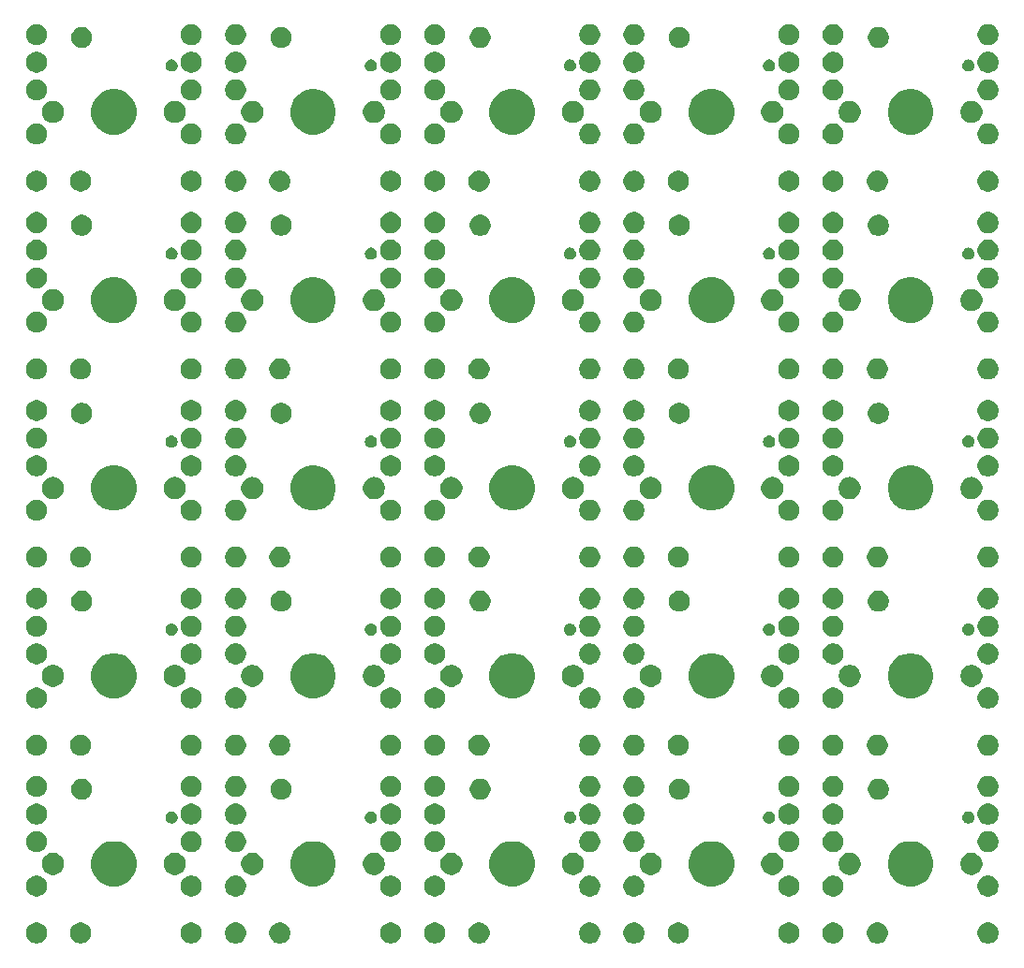
<source format=gts>
G04 #@! TF.GenerationSoftware,KiCad,Pcbnew,5.1.5+dfsg1-2build2*
G04 #@! TF.CreationDate,2021-01-11T18:37:33+09:00*
G04 #@! TF.ProjectId,choc,63686f63-2e6b-4696-9361-645f70636258,rev?*
G04 #@! TF.SameCoordinates,Original*
G04 #@! TF.FileFunction,Soldermask,Top*
G04 #@! TF.FilePolarity,Negative*
%FSLAX46Y46*%
G04 Gerber Fmt 4.6, Leading zero omitted, Abs format (unit mm)*
G04 Created by KiCad (PCBNEW 5.1.5+dfsg1-2build2) date 2021-01-11 18:37:33*
%MOMM*%
%LPD*%
G04 APERTURE LIST*
%ADD10C,0.265000*%
G04 APERTURE END LIST*
D10*
G36*
X71809395Y-108632546D02*
G01*
X71982466Y-108704234D01*
X71982467Y-108704235D01*
X72138227Y-108808310D01*
X72270690Y-108940773D01*
X72270691Y-108940775D01*
X72374766Y-109096534D01*
X72446454Y-109269605D01*
X72483000Y-109453333D01*
X72483000Y-109640667D01*
X72446454Y-109824395D01*
X72374766Y-109997466D01*
X72374765Y-109997467D01*
X72270690Y-110153227D01*
X72138227Y-110285690D01*
X72059818Y-110338081D01*
X71982466Y-110389766D01*
X71809395Y-110461454D01*
X71625667Y-110498000D01*
X71438333Y-110498000D01*
X71254605Y-110461454D01*
X71081534Y-110389766D01*
X71004182Y-110338081D01*
X70925773Y-110285690D01*
X70793310Y-110153227D01*
X70689235Y-109997467D01*
X70689234Y-109997466D01*
X70617546Y-109824395D01*
X70581000Y-109640667D01*
X70581000Y-109453333D01*
X70617546Y-109269605D01*
X70689234Y-109096534D01*
X70793309Y-108940775D01*
X70793310Y-108940773D01*
X70925773Y-108808310D01*
X71081533Y-108704235D01*
X71081534Y-108704234D01*
X71254605Y-108632546D01*
X71438333Y-108596000D01*
X71625667Y-108596000D01*
X71809395Y-108632546D01*
G37*
G36*
X121809395Y-108632546D02*
G01*
X121982466Y-108704234D01*
X121982467Y-108704235D01*
X122138227Y-108808310D01*
X122270690Y-108940773D01*
X122270691Y-108940775D01*
X122374766Y-109096534D01*
X122446454Y-109269605D01*
X122483000Y-109453333D01*
X122483000Y-109640667D01*
X122446454Y-109824395D01*
X122374766Y-109997466D01*
X122374765Y-109997467D01*
X122270690Y-110153227D01*
X122138227Y-110285690D01*
X122059818Y-110338081D01*
X121982466Y-110389766D01*
X121809395Y-110461454D01*
X121625667Y-110498000D01*
X121438333Y-110498000D01*
X121254605Y-110461454D01*
X121081534Y-110389766D01*
X121004182Y-110338081D01*
X120925773Y-110285690D01*
X120793310Y-110153227D01*
X120689235Y-109997467D01*
X120689234Y-109997466D01*
X120617546Y-109824395D01*
X120581000Y-109640667D01*
X120581000Y-109453333D01*
X120617546Y-109269605D01*
X120689234Y-109096534D01*
X120793309Y-108940775D01*
X120793310Y-108940773D01*
X120925773Y-108808310D01*
X121081533Y-108704235D01*
X121081534Y-108704234D01*
X121254605Y-108632546D01*
X121438333Y-108596000D01*
X121625667Y-108596000D01*
X121809395Y-108632546D01*
G37*
G36*
X153809395Y-108632546D02*
G01*
X153982466Y-108704234D01*
X153982467Y-108704235D01*
X154138227Y-108808310D01*
X154270690Y-108940773D01*
X154270691Y-108940775D01*
X154374766Y-109096534D01*
X154446454Y-109269605D01*
X154483000Y-109453333D01*
X154483000Y-109640667D01*
X154446454Y-109824395D01*
X154374766Y-109997466D01*
X154374765Y-109997467D01*
X154270690Y-110153227D01*
X154138227Y-110285690D01*
X154059818Y-110338081D01*
X153982466Y-110389766D01*
X153809395Y-110461454D01*
X153625667Y-110498000D01*
X153438333Y-110498000D01*
X153254605Y-110461454D01*
X153081534Y-110389766D01*
X153004182Y-110338081D01*
X152925773Y-110285690D01*
X152793310Y-110153227D01*
X152689235Y-109997467D01*
X152689234Y-109997466D01*
X152617546Y-109824395D01*
X152581000Y-109640667D01*
X152581000Y-109453333D01*
X152617546Y-109269605D01*
X152689234Y-109096534D01*
X152793309Y-108940775D01*
X152793310Y-108940773D01*
X152925773Y-108808310D01*
X153081533Y-108704235D01*
X153081534Y-108704234D01*
X153254605Y-108632546D01*
X153438333Y-108596000D01*
X153625667Y-108596000D01*
X153809395Y-108632546D01*
G37*
G36*
X135809395Y-108632546D02*
G01*
X135982466Y-108704234D01*
X135982467Y-108704235D01*
X136138227Y-108808310D01*
X136270690Y-108940773D01*
X136270691Y-108940775D01*
X136374766Y-109096534D01*
X136446454Y-109269605D01*
X136483000Y-109453333D01*
X136483000Y-109640667D01*
X136446454Y-109824395D01*
X136374766Y-109997466D01*
X136374765Y-109997467D01*
X136270690Y-110153227D01*
X136138227Y-110285690D01*
X136059818Y-110338081D01*
X135982466Y-110389766D01*
X135809395Y-110461454D01*
X135625667Y-110498000D01*
X135438333Y-110498000D01*
X135254605Y-110461454D01*
X135081534Y-110389766D01*
X135004182Y-110338081D01*
X134925773Y-110285690D01*
X134793310Y-110153227D01*
X134689235Y-109997467D01*
X134689234Y-109997466D01*
X134617546Y-109824395D01*
X134581000Y-109640667D01*
X134581000Y-109453333D01*
X134617546Y-109269605D01*
X134689234Y-109096534D01*
X134793309Y-108940775D01*
X134793310Y-108940773D01*
X134925773Y-108808310D01*
X135081533Y-108704235D01*
X135081534Y-108704234D01*
X135254605Y-108632546D01*
X135438333Y-108596000D01*
X135625667Y-108596000D01*
X135809395Y-108632546D01*
G37*
G36*
X117809395Y-108632546D02*
G01*
X117982466Y-108704234D01*
X117982467Y-108704235D01*
X118138227Y-108808310D01*
X118270690Y-108940773D01*
X118270691Y-108940775D01*
X118374766Y-109096534D01*
X118446454Y-109269605D01*
X118483000Y-109453333D01*
X118483000Y-109640667D01*
X118446454Y-109824395D01*
X118374766Y-109997466D01*
X118374765Y-109997467D01*
X118270690Y-110153227D01*
X118138227Y-110285690D01*
X118059818Y-110338081D01*
X117982466Y-110389766D01*
X117809395Y-110461454D01*
X117625667Y-110498000D01*
X117438333Y-110498000D01*
X117254605Y-110461454D01*
X117081534Y-110389766D01*
X117004182Y-110338081D01*
X116925773Y-110285690D01*
X116793310Y-110153227D01*
X116689235Y-109997467D01*
X116689234Y-109997466D01*
X116617546Y-109824395D01*
X116581000Y-109640667D01*
X116581000Y-109453333D01*
X116617546Y-109269605D01*
X116689234Y-109096534D01*
X116793309Y-108940775D01*
X116793310Y-108940773D01*
X116925773Y-108808310D01*
X117081533Y-108704235D01*
X117081534Y-108704234D01*
X117254605Y-108632546D01*
X117438333Y-108596000D01*
X117625667Y-108596000D01*
X117809395Y-108632546D01*
G37*
G36*
X99809395Y-108632546D02*
G01*
X99982466Y-108704234D01*
X99982467Y-108704235D01*
X100138227Y-108808310D01*
X100270690Y-108940773D01*
X100270691Y-108940775D01*
X100374766Y-109096534D01*
X100446454Y-109269605D01*
X100483000Y-109453333D01*
X100483000Y-109640667D01*
X100446454Y-109824395D01*
X100374766Y-109997466D01*
X100374765Y-109997467D01*
X100270690Y-110153227D01*
X100138227Y-110285690D01*
X100059818Y-110338081D01*
X99982466Y-110389766D01*
X99809395Y-110461454D01*
X99625667Y-110498000D01*
X99438333Y-110498000D01*
X99254605Y-110461454D01*
X99081534Y-110389766D01*
X99004182Y-110338081D01*
X98925773Y-110285690D01*
X98793310Y-110153227D01*
X98689235Y-109997467D01*
X98689234Y-109997466D01*
X98617546Y-109824395D01*
X98581000Y-109640667D01*
X98581000Y-109453333D01*
X98617546Y-109269605D01*
X98689234Y-109096534D01*
X98793309Y-108940775D01*
X98793310Y-108940773D01*
X98925773Y-108808310D01*
X99081533Y-108704235D01*
X99081534Y-108704234D01*
X99254605Y-108632546D01*
X99438333Y-108596000D01*
X99625667Y-108596000D01*
X99809395Y-108632546D01*
G37*
G36*
X81809395Y-108632546D02*
G01*
X81982466Y-108704234D01*
X81982467Y-108704235D01*
X82138227Y-108808310D01*
X82270690Y-108940773D01*
X82270691Y-108940775D01*
X82374766Y-109096534D01*
X82446454Y-109269605D01*
X82483000Y-109453333D01*
X82483000Y-109640667D01*
X82446454Y-109824395D01*
X82374766Y-109997466D01*
X82374765Y-109997467D01*
X82270690Y-110153227D01*
X82138227Y-110285690D01*
X82059818Y-110338081D01*
X81982466Y-110389766D01*
X81809395Y-110461454D01*
X81625667Y-110498000D01*
X81438333Y-110498000D01*
X81254605Y-110461454D01*
X81081534Y-110389766D01*
X81004182Y-110338081D01*
X80925773Y-110285690D01*
X80793310Y-110153227D01*
X80689235Y-109997467D01*
X80689234Y-109997466D01*
X80617546Y-109824395D01*
X80581000Y-109640667D01*
X80581000Y-109453333D01*
X80617546Y-109269605D01*
X80689234Y-109096534D01*
X80793309Y-108940775D01*
X80793310Y-108940773D01*
X80925773Y-108808310D01*
X81081533Y-108704235D01*
X81081534Y-108704234D01*
X81254605Y-108632546D01*
X81438333Y-108596000D01*
X81625667Y-108596000D01*
X81809395Y-108632546D01*
G37*
G36*
X139809395Y-108632546D02*
G01*
X139982466Y-108704234D01*
X139982467Y-108704235D01*
X140138227Y-108808310D01*
X140270690Y-108940773D01*
X140270691Y-108940775D01*
X140374766Y-109096534D01*
X140446454Y-109269605D01*
X140483000Y-109453333D01*
X140483000Y-109640667D01*
X140446454Y-109824395D01*
X140374766Y-109997466D01*
X140374765Y-109997467D01*
X140270690Y-110153227D01*
X140138227Y-110285690D01*
X140059818Y-110338081D01*
X139982466Y-110389766D01*
X139809395Y-110461454D01*
X139625667Y-110498000D01*
X139438333Y-110498000D01*
X139254605Y-110461454D01*
X139081534Y-110389766D01*
X139004182Y-110338081D01*
X138925773Y-110285690D01*
X138793310Y-110153227D01*
X138689235Y-109997467D01*
X138689234Y-109997466D01*
X138617546Y-109824395D01*
X138581000Y-109640667D01*
X138581000Y-109453333D01*
X138617546Y-109269605D01*
X138689234Y-109096534D01*
X138793309Y-108940775D01*
X138793310Y-108940773D01*
X138925773Y-108808310D01*
X139081533Y-108704235D01*
X139081534Y-108704234D01*
X139254605Y-108632546D01*
X139438333Y-108596000D01*
X139625667Y-108596000D01*
X139809395Y-108632546D01*
G37*
G36*
X85809395Y-108632546D02*
G01*
X85982466Y-108704234D01*
X85982467Y-108704235D01*
X86138227Y-108808310D01*
X86270690Y-108940773D01*
X86270691Y-108940775D01*
X86374766Y-109096534D01*
X86446454Y-109269605D01*
X86483000Y-109453333D01*
X86483000Y-109640667D01*
X86446454Y-109824395D01*
X86374766Y-109997466D01*
X86374765Y-109997467D01*
X86270690Y-110153227D01*
X86138227Y-110285690D01*
X86059818Y-110338081D01*
X85982466Y-110389766D01*
X85809395Y-110461454D01*
X85625667Y-110498000D01*
X85438333Y-110498000D01*
X85254605Y-110461454D01*
X85081534Y-110389766D01*
X85004182Y-110338081D01*
X84925773Y-110285690D01*
X84793310Y-110153227D01*
X84689235Y-109997467D01*
X84689234Y-109997466D01*
X84617546Y-109824395D01*
X84581000Y-109640667D01*
X84581000Y-109453333D01*
X84617546Y-109269605D01*
X84689234Y-109096534D01*
X84793309Y-108940775D01*
X84793310Y-108940773D01*
X84925773Y-108808310D01*
X85081533Y-108704235D01*
X85081534Y-108704234D01*
X85254605Y-108632546D01*
X85438333Y-108596000D01*
X85625667Y-108596000D01*
X85809395Y-108632546D01*
G37*
G36*
X67809395Y-108632546D02*
G01*
X67982466Y-108704234D01*
X67982467Y-108704235D01*
X68138227Y-108808310D01*
X68270690Y-108940773D01*
X68270691Y-108940775D01*
X68374766Y-109096534D01*
X68446454Y-109269605D01*
X68483000Y-109453333D01*
X68483000Y-109640667D01*
X68446454Y-109824395D01*
X68374766Y-109997466D01*
X68374765Y-109997467D01*
X68270690Y-110153227D01*
X68138227Y-110285690D01*
X68059818Y-110338081D01*
X67982466Y-110389766D01*
X67809395Y-110461454D01*
X67625667Y-110498000D01*
X67438333Y-110498000D01*
X67254605Y-110461454D01*
X67081534Y-110389766D01*
X67004182Y-110338081D01*
X66925773Y-110285690D01*
X66793310Y-110153227D01*
X66689235Y-109997467D01*
X66689234Y-109997466D01*
X66617546Y-109824395D01*
X66581000Y-109640667D01*
X66581000Y-109453333D01*
X66617546Y-109269605D01*
X66689234Y-109096534D01*
X66793309Y-108940775D01*
X66793310Y-108940773D01*
X66925773Y-108808310D01*
X67081533Y-108704235D01*
X67081534Y-108704234D01*
X67254605Y-108632546D01*
X67438333Y-108596000D01*
X67625667Y-108596000D01*
X67809395Y-108632546D01*
G37*
G36*
X143809395Y-108632546D02*
G01*
X143982466Y-108704234D01*
X143982467Y-108704235D01*
X144138227Y-108808310D01*
X144270690Y-108940773D01*
X144270691Y-108940775D01*
X144374766Y-109096534D01*
X144446454Y-109269605D01*
X144483000Y-109453333D01*
X144483000Y-109640667D01*
X144446454Y-109824395D01*
X144374766Y-109997466D01*
X144374765Y-109997467D01*
X144270690Y-110153227D01*
X144138227Y-110285690D01*
X144059818Y-110338081D01*
X143982466Y-110389766D01*
X143809395Y-110461454D01*
X143625667Y-110498000D01*
X143438333Y-110498000D01*
X143254605Y-110461454D01*
X143081534Y-110389766D01*
X143004182Y-110338081D01*
X142925773Y-110285690D01*
X142793310Y-110153227D01*
X142689235Y-109997467D01*
X142689234Y-109997466D01*
X142617546Y-109824395D01*
X142581000Y-109640667D01*
X142581000Y-109453333D01*
X142617546Y-109269605D01*
X142689234Y-109096534D01*
X142793309Y-108940775D01*
X142793310Y-108940773D01*
X142925773Y-108808310D01*
X143081533Y-108704235D01*
X143081534Y-108704234D01*
X143254605Y-108632546D01*
X143438333Y-108596000D01*
X143625667Y-108596000D01*
X143809395Y-108632546D01*
G37*
G36*
X125809395Y-108632546D02*
G01*
X125982466Y-108704234D01*
X125982467Y-108704235D01*
X126138227Y-108808310D01*
X126270690Y-108940773D01*
X126270691Y-108940775D01*
X126374766Y-109096534D01*
X126446454Y-109269605D01*
X126483000Y-109453333D01*
X126483000Y-109640667D01*
X126446454Y-109824395D01*
X126374766Y-109997466D01*
X126374765Y-109997467D01*
X126270690Y-110153227D01*
X126138227Y-110285690D01*
X126059818Y-110338081D01*
X125982466Y-110389766D01*
X125809395Y-110461454D01*
X125625667Y-110498000D01*
X125438333Y-110498000D01*
X125254605Y-110461454D01*
X125081534Y-110389766D01*
X125004182Y-110338081D01*
X124925773Y-110285690D01*
X124793310Y-110153227D01*
X124689235Y-109997467D01*
X124689234Y-109997466D01*
X124617546Y-109824395D01*
X124581000Y-109640667D01*
X124581000Y-109453333D01*
X124617546Y-109269605D01*
X124689234Y-109096534D01*
X124793309Y-108940775D01*
X124793310Y-108940773D01*
X124925773Y-108808310D01*
X125081533Y-108704235D01*
X125081534Y-108704234D01*
X125254605Y-108632546D01*
X125438333Y-108596000D01*
X125625667Y-108596000D01*
X125809395Y-108632546D01*
G37*
G36*
X107809395Y-108632546D02*
G01*
X107982466Y-108704234D01*
X107982467Y-108704235D01*
X108138227Y-108808310D01*
X108270690Y-108940773D01*
X108270691Y-108940775D01*
X108374766Y-109096534D01*
X108446454Y-109269605D01*
X108483000Y-109453333D01*
X108483000Y-109640667D01*
X108446454Y-109824395D01*
X108374766Y-109997466D01*
X108374765Y-109997467D01*
X108270690Y-110153227D01*
X108138227Y-110285690D01*
X108059818Y-110338081D01*
X107982466Y-110389766D01*
X107809395Y-110461454D01*
X107625667Y-110498000D01*
X107438333Y-110498000D01*
X107254605Y-110461454D01*
X107081534Y-110389766D01*
X107004182Y-110338081D01*
X106925773Y-110285690D01*
X106793310Y-110153227D01*
X106689235Y-109997467D01*
X106689234Y-109997466D01*
X106617546Y-109824395D01*
X106581000Y-109640667D01*
X106581000Y-109453333D01*
X106617546Y-109269605D01*
X106689234Y-109096534D01*
X106793309Y-108940775D01*
X106793310Y-108940773D01*
X106925773Y-108808310D01*
X107081533Y-108704235D01*
X107081534Y-108704234D01*
X107254605Y-108632546D01*
X107438333Y-108596000D01*
X107625667Y-108596000D01*
X107809395Y-108632546D01*
G37*
G36*
X89809395Y-108632546D02*
G01*
X89982466Y-108704234D01*
X89982467Y-108704235D01*
X90138227Y-108808310D01*
X90270690Y-108940773D01*
X90270691Y-108940775D01*
X90374766Y-109096534D01*
X90446454Y-109269605D01*
X90483000Y-109453333D01*
X90483000Y-109640667D01*
X90446454Y-109824395D01*
X90374766Y-109997466D01*
X90374765Y-109997467D01*
X90270690Y-110153227D01*
X90138227Y-110285690D01*
X90059818Y-110338081D01*
X89982466Y-110389766D01*
X89809395Y-110461454D01*
X89625667Y-110498000D01*
X89438333Y-110498000D01*
X89254605Y-110461454D01*
X89081534Y-110389766D01*
X89004182Y-110338081D01*
X88925773Y-110285690D01*
X88793310Y-110153227D01*
X88689235Y-109997467D01*
X88689234Y-109997466D01*
X88617546Y-109824395D01*
X88581000Y-109640667D01*
X88581000Y-109453333D01*
X88617546Y-109269605D01*
X88689234Y-109096534D01*
X88793309Y-108940775D01*
X88793310Y-108940773D01*
X88925773Y-108808310D01*
X89081533Y-108704235D01*
X89081534Y-108704234D01*
X89254605Y-108632546D01*
X89438333Y-108596000D01*
X89625667Y-108596000D01*
X89809395Y-108632546D01*
G37*
G36*
X103809395Y-108632546D02*
G01*
X103982466Y-108704234D01*
X103982467Y-108704235D01*
X104138227Y-108808310D01*
X104270690Y-108940773D01*
X104270691Y-108940775D01*
X104374766Y-109096534D01*
X104446454Y-109269605D01*
X104483000Y-109453333D01*
X104483000Y-109640667D01*
X104446454Y-109824395D01*
X104374766Y-109997466D01*
X104374765Y-109997467D01*
X104270690Y-110153227D01*
X104138227Y-110285690D01*
X104059818Y-110338081D01*
X103982466Y-110389766D01*
X103809395Y-110461454D01*
X103625667Y-110498000D01*
X103438333Y-110498000D01*
X103254605Y-110461454D01*
X103081534Y-110389766D01*
X103004182Y-110338081D01*
X102925773Y-110285690D01*
X102793310Y-110153227D01*
X102689235Y-109997467D01*
X102689234Y-109997466D01*
X102617546Y-109824395D01*
X102581000Y-109640667D01*
X102581000Y-109453333D01*
X102617546Y-109269605D01*
X102689234Y-109096534D01*
X102793309Y-108940775D01*
X102793310Y-108940773D01*
X102925773Y-108808310D01*
X103081533Y-108704235D01*
X103081534Y-108704234D01*
X103254605Y-108632546D01*
X103438333Y-108596000D01*
X103625667Y-108596000D01*
X103809395Y-108632546D01*
G37*
G36*
X103809395Y-104382546D02*
G01*
X103982466Y-104454234D01*
X103982467Y-104454235D01*
X104138227Y-104558310D01*
X104270690Y-104690773D01*
X104270691Y-104690775D01*
X104374766Y-104846534D01*
X104446454Y-105019605D01*
X104483000Y-105203333D01*
X104483000Y-105390667D01*
X104446454Y-105574395D01*
X104374766Y-105747466D01*
X104374765Y-105747467D01*
X104270690Y-105903227D01*
X104138227Y-106035690D01*
X104059818Y-106088081D01*
X103982466Y-106139766D01*
X103809395Y-106211454D01*
X103625667Y-106248000D01*
X103438333Y-106248000D01*
X103254605Y-106211454D01*
X103081534Y-106139766D01*
X103004182Y-106088081D01*
X102925773Y-106035690D01*
X102793310Y-105903227D01*
X102689235Y-105747467D01*
X102689234Y-105747466D01*
X102617546Y-105574395D01*
X102581000Y-105390667D01*
X102581000Y-105203333D01*
X102617546Y-105019605D01*
X102689234Y-104846534D01*
X102793309Y-104690775D01*
X102793310Y-104690773D01*
X102925773Y-104558310D01*
X103081533Y-104454235D01*
X103081534Y-104454234D01*
X103254605Y-104382546D01*
X103438333Y-104346000D01*
X103625667Y-104346000D01*
X103809395Y-104382546D01*
G37*
G36*
X67809395Y-104382546D02*
G01*
X67982466Y-104454234D01*
X67982467Y-104454235D01*
X68138227Y-104558310D01*
X68270690Y-104690773D01*
X68270691Y-104690775D01*
X68374766Y-104846534D01*
X68446454Y-105019605D01*
X68483000Y-105203333D01*
X68483000Y-105390667D01*
X68446454Y-105574395D01*
X68374766Y-105747466D01*
X68374765Y-105747467D01*
X68270690Y-105903227D01*
X68138227Y-106035690D01*
X68059818Y-106088081D01*
X67982466Y-106139766D01*
X67809395Y-106211454D01*
X67625667Y-106248000D01*
X67438333Y-106248000D01*
X67254605Y-106211454D01*
X67081534Y-106139766D01*
X67004182Y-106088081D01*
X66925773Y-106035690D01*
X66793310Y-105903227D01*
X66689235Y-105747467D01*
X66689234Y-105747466D01*
X66617546Y-105574395D01*
X66581000Y-105390667D01*
X66581000Y-105203333D01*
X66617546Y-105019605D01*
X66689234Y-104846534D01*
X66793309Y-104690775D01*
X66793310Y-104690773D01*
X66925773Y-104558310D01*
X67081533Y-104454235D01*
X67081534Y-104454234D01*
X67254605Y-104382546D01*
X67438333Y-104346000D01*
X67625667Y-104346000D01*
X67809395Y-104382546D01*
G37*
G36*
X81809395Y-104382546D02*
G01*
X81982466Y-104454234D01*
X81982467Y-104454235D01*
X82138227Y-104558310D01*
X82270690Y-104690773D01*
X82270691Y-104690775D01*
X82374766Y-104846534D01*
X82446454Y-105019605D01*
X82483000Y-105203333D01*
X82483000Y-105390667D01*
X82446454Y-105574395D01*
X82374766Y-105747466D01*
X82374765Y-105747467D01*
X82270690Y-105903227D01*
X82138227Y-106035690D01*
X82059818Y-106088081D01*
X81982466Y-106139766D01*
X81809395Y-106211454D01*
X81625667Y-106248000D01*
X81438333Y-106248000D01*
X81254605Y-106211454D01*
X81081534Y-106139766D01*
X81004182Y-106088081D01*
X80925773Y-106035690D01*
X80793310Y-105903227D01*
X80689235Y-105747467D01*
X80689234Y-105747466D01*
X80617546Y-105574395D01*
X80581000Y-105390667D01*
X80581000Y-105203333D01*
X80617546Y-105019605D01*
X80689234Y-104846534D01*
X80793309Y-104690775D01*
X80793310Y-104690773D01*
X80925773Y-104558310D01*
X81081533Y-104454235D01*
X81081534Y-104454234D01*
X81254605Y-104382546D01*
X81438333Y-104346000D01*
X81625667Y-104346000D01*
X81809395Y-104382546D01*
G37*
G36*
X85809395Y-104382546D02*
G01*
X85982466Y-104454234D01*
X85982467Y-104454235D01*
X86138227Y-104558310D01*
X86270690Y-104690773D01*
X86270691Y-104690775D01*
X86374766Y-104846534D01*
X86446454Y-105019605D01*
X86483000Y-105203333D01*
X86483000Y-105390667D01*
X86446454Y-105574395D01*
X86374766Y-105747466D01*
X86374765Y-105747467D01*
X86270690Y-105903227D01*
X86138227Y-106035690D01*
X86059818Y-106088081D01*
X85982466Y-106139766D01*
X85809395Y-106211454D01*
X85625667Y-106248000D01*
X85438333Y-106248000D01*
X85254605Y-106211454D01*
X85081534Y-106139766D01*
X85004182Y-106088081D01*
X84925773Y-106035690D01*
X84793310Y-105903227D01*
X84689235Y-105747467D01*
X84689234Y-105747466D01*
X84617546Y-105574395D01*
X84581000Y-105390667D01*
X84581000Y-105203333D01*
X84617546Y-105019605D01*
X84689234Y-104846534D01*
X84793309Y-104690775D01*
X84793310Y-104690773D01*
X84925773Y-104558310D01*
X85081533Y-104454235D01*
X85081534Y-104454234D01*
X85254605Y-104382546D01*
X85438333Y-104346000D01*
X85625667Y-104346000D01*
X85809395Y-104382546D01*
G37*
G36*
X99809395Y-104382546D02*
G01*
X99982466Y-104454234D01*
X99982467Y-104454235D01*
X100138227Y-104558310D01*
X100270690Y-104690773D01*
X100270691Y-104690775D01*
X100374766Y-104846534D01*
X100446454Y-105019605D01*
X100483000Y-105203333D01*
X100483000Y-105390667D01*
X100446454Y-105574395D01*
X100374766Y-105747466D01*
X100374765Y-105747467D01*
X100270690Y-105903227D01*
X100138227Y-106035690D01*
X100059818Y-106088081D01*
X99982466Y-106139766D01*
X99809395Y-106211454D01*
X99625667Y-106248000D01*
X99438333Y-106248000D01*
X99254605Y-106211454D01*
X99081534Y-106139766D01*
X99004182Y-106088081D01*
X98925773Y-106035690D01*
X98793310Y-105903227D01*
X98689235Y-105747467D01*
X98689234Y-105747466D01*
X98617546Y-105574395D01*
X98581000Y-105390667D01*
X98581000Y-105203333D01*
X98617546Y-105019605D01*
X98689234Y-104846534D01*
X98793309Y-104690775D01*
X98793310Y-104690773D01*
X98925773Y-104558310D01*
X99081533Y-104454235D01*
X99081534Y-104454234D01*
X99254605Y-104382546D01*
X99438333Y-104346000D01*
X99625667Y-104346000D01*
X99809395Y-104382546D01*
G37*
G36*
X117809395Y-104382546D02*
G01*
X117982466Y-104454234D01*
X117982467Y-104454235D01*
X118138227Y-104558310D01*
X118270690Y-104690773D01*
X118270691Y-104690775D01*
X118374766Y-104846534D01*
X118446454Y-105019605D01*
X118483000Y-105203333D01*
X118483000Y-105390667D01*
X118446454Y-105574395D01*
X118374766Y-105747466D01*
X118374765Y-105747467D01*
X118270690Y-105903227D01*
X118138227Y-106035690D01*
X118059818Y-106088081D01*
X117982466Y-106139766D01*
X117809395Y-106211454D01*
X117625667Y-106248000D01*
X117438333Y-106248000D01*
X117254605Y-106211454D01*
X117081534Y-106139766D01*
X117004182Y-106088081D01*
X116925773Y-106035690D01*
X116793310Y-105903227D01*
X116689235Y-105747467D01*
X116689234Y-105747466D01*
X116617546Y-105574395D01*
X116581000Y-105390667D01*
X116581000Y-105203333D01*
X116617546Y-105019605D01*
X116689234Y-104846534D01*
X116793309Y-104690775D01*
X116793310Y-104690773D01*
X116925773Y-104558310D01*
X117081533Y-104454235D01*
X117081534Y-104454234D01*
X117254605Y-104382546D01*
X117438333Y-104346000D01*
X117625667Y-104346000D01*
X117809395Y-104382546D01*
G37*
G36*
X135809395Y-104382546D02*
G01*
X135982466Y-104454234D01*
X135982467Y-104454235D01*
X136138227Y-104558310D01*
X136270690Y-104690773D01*
X136270691Y-104690775D01*
X136374766Y-104846534D01*
X136446454Y-105019605D01*
X136483000Y-105203333D01*
X136483000Y-105390667D01*
X136446454Y-105574395D01*
X136374766Y-105747466D01*
X136374765Y-105747467D01*
X136270690Y-105903227D01*
X136138227Y-106035690D01*
X136059818Y-106088081D01*
X135982466Y-106139766D01*
X135809395Y-106211454D01*
X135625667Y-106248000D01*
X135438333Y-106248000D01*
X135254605Y-106211454D01*
X135081534Y-106139766D01*
X135004182Y-106088081D01*
X134925773Y-106035690D01*
X134793310Y-105903227D01*
X134689235Y-105747467D01*
X134689234Y-105747466D01*
X134617546Y-105574395D01*
X134581000Y-105390667D01*
X134581000Y-105203333D01*
X134617546Y-105019605D01*
X134689234Y-104846534D01*
X134793309Y-104690775D01*
X134793310Y-104690773D01*
X134925773Y-104558310D01*
X135081533Y-104454235D01*
X135081534Y-104454234D01*
X135254605Y-104382546D01*
X135438333Y-104346000D01*
X135625667Y-104346000D01*
X135809395Y-104382546D01*
G37*
G36*
X139809395Y-104382546D02*
G01*
X139982466Y-104454234D01*
X139982467Y-104454235D01*
X140138227Y-104558310D01*
X140270690Y-104690773D01*
X140270691Y-104690775D01*
X140374766Y-104846534D01*
X140446454Y-105019605D01*
X140483000Y-105203333D01*
X140483000Y-105390667D01*
X140446454Y-105574395D01*
X140374766Y-105747466D01*
X140374765Y-105747467D01*
X140270690Y-105903227D01*
X140138227Y-106035690D01*
X140059818Y-106088081D01*
X139982466Y-106139766D01*
X139809395Y-106211454D01*
X139625667Y-106248000D01*
X139438333Y-106248000D01*
X139254605Y-106211454D01*
X139081534Y-106139766D01*
X139004182Y-106088081D01*
X138925773Y-106035690D01*
X138793310Y-105903227D01*
X138689235Y-105747467D01*
X138689234Y-105747466D01*
X138617546Y-105574395D01*
X138581000Y-105390667D01*
X138581000Y-105203333D01*
X138617546Y-105019605D01*
X138689234Y-104846534D01*
X138793309Y-104690775D01*
X138793310Y-104690773D01*
X138925773Y-104558310D01*
X139081533Y-104454235D01*
X139081534Y-104454234D01*
X139254605Y-104382546D01*
X139438333Y-104346000D01*
X139625667Y-104346000D01*
X139809395Y-104382546D01*
G37*
G36*
X153809395Y-104382546D02*
G01*
X153982466Y-104454234D01*
X153982467Y-104454235D01*
X154138227Y-104558310D01*
X154270690Y-104690773D01*
X154270691Y-104690775D01*
X154374766Y-104846534D01*
X154446454Y-105019605D01*
X154483000Y-105203333D01*
X154483000Y-105390667D01*
X154446454Y-105574395D01*
X154374766Y-105747466D01*
X154374765Y-105747467D01*
X154270690Y-105903227D01*
X154138227Y-106035690D01*
X154059818Y-106088081D01*
X153982466Y-106139766D01*
X153809395Y-106211454D01*
X153625667Y-106248000D01*
X153438333Y-106248000D01*
X153254605Y-106211454D01*
X153081534Y-106139766D01*
X153004182Y-106088081D01*
X152925773Y-106035690D01*
X152793310Y-105903227D01*
X152689235Y-105747467D01*
X152689234Y-105747466D01*
X152617546Y-105574395D01*
X152581000Y-105390667D01*
X152581000Y-105203333D01*
X152617546Y-105019605D01*
X152689234Y-104846534D01*
X152793309Y-104690775D01*
X152793310Y-104690773D01*
X152925773Y-104558310D01*
X153081533Y-104454235D01*
X153081534Y-104454234D01*
X153254605Y-104382546D01*
X153438333Y-104346000D01*
X153625667Y-104346000D01*
X153809395Y-104382546D01*
G37*
G36*
X121809395Y-104382546D02*
G01*
X121982466Y-104454234D01*
X121982467Y-104454235D01*
X122138227Y-104558310D01*
X122270690Y-104690773D01*
X122270691Y-104690775D01*
X122374766Y-104846534D01*
X122446454Y-105019605D01*
X122483000Y-105203333D01*
X122483000Y-105390667D01*
X122446454Y-105574395D01*
X122374766Y-105747466D01*
X122374765Y-105747467D01*
X122270690Y-105903227D01*
X122138227Y-106035690D01*
X122059818Y-106088081D01*
X121982466Y-106139766D01*
X121809395Y-106211454D01*
X121625667Y-106248000D01*
X121438333Y-106248000D01*
X121254605Y-106211454D01*
X121081534Y-106139766D01*
X121004182Y-106088081D01*
X120925773Y-106035690D01*
X120793310Y-105903227D01*
X120689235Y-105747467D01*
X120689234Y-105747466D01*
X120617546Y-105574395D01*
X120581000Y-105390667D01*
X120581000Y-105203333D01*
X120617546Y-105019605D01*
X120689234Y-104846534D01*
X120793309Y-104690775D01*
X120793310Y-104690773D01*
X120925773Y-104558310D01*
X121081533Y-104454235D01*
X121081534Y-104454234D01*
X121254605Y-104382546D01*
X121438333Y-104346000D01*
X121625667Y-104346000D01*
X121809395Y-104382546D01*
G37*
G36*
X93130254Y-101324818D02*
G01*
X93503511Y-101479426D01*
X93503513Y-101479427D01*
X93839436Y-101703884D01*
X94125116Y-101989564D01*
X94297798Y-102248000D01*
X94349574Y-102325489D01*
X94504182Y-102698746D01*
X94583000Y-103094993D01*
X94583000Y-103499007D01*
X94504182Y-103895254D01*
X94353293Y-104259532D01*
X94349573Y-104268513D01*
X94125116Y-104604436D01*
X93839436Y-104890116D01*
X93503513Y-105114573D01*
X93503512Y-105114574D01*
X93503511Y-105114574D01*
X93130254Y-105269182D01*
X92734007Y-105348000D01*
X92329993Y-105348000D01*
X91933746Y-105269182D01*
X91560489Y-105114574D01*
X91560488Y-105114574D01*
X91560487Y-105114573D01*
X91224564Y-104890116D01*
X90938884Y-104604436D01*
X90714427Y-104268513D01*
X90710707Y-104259532D01*
X90559818Y-103895254D01*
X90481000Y-103499007D01*
X90481000Y-103094993D01*
X90559818Y-102698746D01*
X90714426Y-102325489D01*
X90766203Y-102248000D01*
X90938884Y-101989564D01*
X91224564Y-101703884D01*
X91560487Y-101479427D01*
X91560489Y-101479426D01*
X91933746Y-101324818D01*
X92329993Y-101246000D01*
X92734007Y-101246000D01*
X93130254Y-101324818D01*
G37*
G36*
X129130254Y-101324818D02*
G01*
X129503511Y-101479426D01*
X129503513Y-101479427D01*
X129839436Y-101703884D01*
X130125116Y-101989564D01*
X130297798Y-102248000D01*
X130349574Y-102325489D01*
X130504182Y-102698746D01*
X130583000Y-103094993D01*
X130583000Y-103499007D01*
X130504182Y-103895254D01*
X130353293Y-104259532D01*
X130349573Y-104268513D01*
X130125116Y-104604436D01*
X129839436Y-104890116D01*
X129503513Y-105114573D01*
X129503512Y-105114574D01*
X129503511Y-105114574D01*
X129130254Y-105269182D01*
X128734007Y-105348000D01*
X128329993Y-105348000D01*
X127933746Y-105269182D01*
X127560489Y-105114574D01*
X127560488Y-105114574D01*
X127560487Y-105114573D01*
X127224564Y-104890116D01*
X126938884Y-104604436D01*
X126714427Y-104268513D01*
X126710707Y-104259532D01*
X126559818Y-103895254D01*
X126481000Y-103499007D01*
X126481000Y-103094993D01*
X126559818Y-102698746D01*
X126714426Y-102325489D01*
X126766203Y-102248000D01*
X126938884Y-101989564D01*
X127224564Y-101703884D01*
X127560487Y-101479427D01*
X127560489Y-101479426D01*
X127933746Y-101324818D01*
X128329993Y-101246000D01*
X128734007Y-101246000D01*
X129130254Y-101324818D01*
G37*
G36*
X111130254Y-101324818D02*
G01*
X111503511Y-101479426D01*
X111503513Y-101479427D01*
X111839436Y-101703884D01*
X112125116Y-101989564D01*
X112297798Y-102248000D01*
X112349574Y-102325489D01*
X112504182Y-102698746D01*
X112583000Y-103094993D01*
X112583000Y-103499007D01*
X112504182Y-103895254D01*
X112353293Y-104259532D01*
X112349573Y-104268513D01*
X112125116Y-104604436D01*
X111839436Y-104890116D01*
X111503513Y-105114573D01*
X111503512Y-105114574D01*
X111503511Y-105114574D01*
X111130254Y-105269182D01*
X110734007Y-105348000D01*
X110329993Y-105348000D01*
X109933746Y-105269182D01*
X109560489Y-105114574D01*
X109560488Y-105114574D01*
X109560487Y-105114573D01*
X109224564Y-104890116D01*
X108938884Y-104604436D01*
X108714427Y-104268513D01*
X108710707Y-104259532D01*
X108559818Y-103895254D01*
X108481000Y-103499007D01*
X108481000Y-103094993D01*
X108559818Y-102698746D01*
X108714426Y-102325489D01*
X108766203Y-102248000D01*
X108938884Y-101989564D01*
X109224564Y-101703884D01*
X109560487Y-101479427D01*
X109560489Y-101479426D01*
X109933746Y-101324818D01*
X110329993Y-101246000D01*
X110734007Y-101246000D01*
X111130254Y-101324818D01*
G37*
G36*
X75130254Y-101324818D02*
G01*
X75503511Y-101479426D01*
X75503513Y-101479427D01*
X75839436Y-101703884D01*
X76125116Y-101989564D01*
X76297798Y-102248000D01*
X76349574Y-102325489D01*
X76504182Y-102698746D01*
X76583000Y-103094993D01*
X76583000Y-103499007D01*
X76504182Y-103895254D01*
X76353293Y-104259532D01*
X76349573Y-104268513D01*
X76125116Y-104604436D01*
X75839436Y-104890116D01*
X75503513Y-105114573D01*
X75503512Y-105114574D01*
X75503511Y-105114574D01*
X75130254Y-105269182D01*
X74734007Y-105348000D01*
X74329993Y-105348000D01*
X73933746Y-105269182D01*
X73560489Y-105114574D01*
X73560488Y-105114574D01*
X73560487Y-105114573D01*
X73224564Y-104890116D01*
X72938884Y-104604436D01*
X72714427Y-104268513D01*
X72710707Y-104259532D01*
X72559818Y-103895254D01*
X72481000Y-103499007D01*
X72481000Y-103094993D01*
X72559818Y-102698746D01*
X72714426Y-102325489D01*
X72766203Y-102248000D01*
X72938884Y-101989564D01*
X73224564Y-101703884D01*
X73560487Y-101479427D01*
X73560489Y-101479426D01*
X73933746Y-101324818D01*
X74329993Y-101246000D01*
X74734007Y-101246000D01*
X75130254Y-101324818D01*
G37*
G36*
X147130254Y-101324818D02*
G01*
X147503511Y-101479426D01*
X147503513Y-101479427D01*
X147839436Y-101703884D01*
X148125116Y-101989564D01*
X148297798Y-102248000D01*
X148349574Y-102325489D01*
X148504182Y-102698746D01*
X148583000Y-103094993D01*
X148583000Y-103499007D01*
X148504182Y-103895254D01*
X148353293Y-104259532D01*
X148349573Y-104268513D01*
X148125116Y-104604436D01*
X147839436Y-104890116D01*
X147503513Y-105114573D01*
X147503512Y-105114574D01*
X147503511Y-105114574D01*
X147130254Y-105269182D01*
X146734007Y-105348000D01*
X146329993Y-105348000D01*
X145933746Y-105269182D01*
X145560489Y-105114574D01*
X145560488Y-105114574D01*
X145560487Y-105114573D01*
X145224564Y-104890116D01*
X144938884Y-104604436D01*
X144714427Y-104268513D01*
X144710707Y-104259532D01*
X144559818Y-103895254D01*
X144481000Y-103499007D01*
X144481000Y-103094993D01*
X144559818Y-102698746D01*
X144714426Y-102325489D01*
X144766203Y-102248000D01*
X144938884Y-101989564D01*
X145224564Y-101703884D01*
X145560487Y-101479427D01*
X145560489Y-101479426D01*
X145933746Y-101324818D01*
X146329993Y-101246000D01*
X146734007Y-101246000D01*
X147130254Y-101324818D01*
G37*
G36*
X80323981Y-102334468D02*
G01*
X80506151Y-102409926D01*
X80670100Y-102519473D01*
X80809527Y-102658900D01*
X80919074Y-102822849D01*
X80994532Y-103005019D01*
X81033000Y-103198410D01*
X81033000Y-103395590D01*
X80994532Y-103588981D01*
X80919074Y-103771151D01*
X80809527Y-103935100D01*
X80670100Y-104074527D01*
X80506151Y-104184074D01*
X80323981Y-104259532D01*
X80130591Y-104298000D01*
X79933409Y-104298000D01*
X79836715Y-104278766D01*
X79740019Y-104259532D01*
X79557849Y-104184074D01*
X79393900Y-104074527D01*
X79254473Y-103935100D01*
X79144926Y-103771151D01*
X79069468Y-103588981D01*
X79031000Y-103395590D01*
X79031000Y-103198410D01*
X79069468Y-103005019D01*
X79144926Y-102822849D01*
X79254473Y-102658900D01*
X79393900Y-102519473D01*
X79557849Y-102409926D01*
X79740019Y-102334468D01*
X79933409Y-102296000D01*
X80130591Y-102296000D01*
X80323981Y-102334468D01*
G37*
G36*
X152323981Y-102334468D02*
G01*
X152506151Y-102409926D01*
X152670100Y-102519473D01*
X152809527Y-102658900D01*
X152919074Y-102822849D01*
X152994532Y-103005019D01*
X153033000Y-103198410D01*
X153033000Y-103395590D01*
X152994532Y-103588981D01*
X152919074Y-103771151D01*
X152809527Y-103935100D01*
X152670100Y-104074527D01*
X152506151Y-104184074D01*
X152323981Y-104259532D01*
X152130591Y-104298000D01*
X151933409Y-104298000D01*
X151836715Y-104278766D01*
X151740019Y-104259532D01*
X151557849Y-104184074D01*
X151393900Y-104074527D01*
X151254473Y-103935100D01*
X151144926Y-103771151D01*
X151069468Y-103588981D01*
X151031000Y-103395590D01*
X151031000Y-103198410D01*
X151069468Y-103005019D01*
X151144926Y-102822849D01*
X151254473Y-102658900D01*
X151393900Y-102519473D01*
X151557849Y-102409926D01*
X151740019Y-102334468D01*
X151933409Y-102296000D01*
X152130591Y-102296000D01*
X152323981Y-102334468D01*
G37*
G36*
X141323981Y-102334468D02*
G01*
X141506151Y-102409926D01*
X141670100Y-102519473D01*
X141809527Y-102658900D01*
X141919074Y-102822849D01*
X141994532Y-103005019D01*
X142033000Y-103198410D01*
X142033000Y-103395590D01*
X141994532Y-103588981D01*
X141919074Y-103771151D01*
X141809527Y-103935100D01*
X141670100Y-104074527D01*
X141506151Y-104184074D01*
X141323981Y-104259532D01*
X141130591Y-104298000D01*
X140933409Y-104298000D01*
X140836715Y-104278766D01*
X140740019Y-104259532D01*
X140557849Y-104184074D01*
X140393900Y-104074527D01*
X140254473Y-103935100D01*
X140144926Y-103771151D01*
X140069468Y-103588981D01*
X140031000Y-103395590D01*
X140031000Y-103198410D01*
X140069468Y-103005019D01*
X140144926Y-102822849D01*
X140254473Y-102658900D01*
X140393900Y-102519473D01*
X140557849Y-102409926D01*
X140740019Y-102334468D01*
X140933409Y-102296000D01*
X141130591Y-102296000D01*
X141323981Y-102334468D01*
G37*
G36*
X69323981Y-102334468D02*
G01*
X69506151Y-102409926D01*
X69670100Y-102519473D01*
X69809527Y-102658900D01*
X69919074Y-102822849D01*
X69994532Y-103005019D01*
X70033000Y-103198410D01*
X70033000Y-103395590D01*
X69994532Y-103588981D01*
X69919074Y-103771151D01*
X69809527Y-103935100D01*
X69670100Y-104074527D01*
X69506151Y-104184074D01*
X69323981Y-104259532D01*
X69130591Y-104298000D01*
X68933409Y-104298000D01*
X68836715Y-104278766D01*
X68740019Y-104259532D01*
X68557849Y-104184074D01*
X68393900Y-104074527D01*
X68254473Y-103935100D01*
X68144926Y-103771151D01*
X68069468Y-103588981D01*
X68031000Y-103395590D01*
X68031000Y-103198410D01*
X68069468Y-103005019D01*
X68144926Y-102822849D01*
X68254473Y-102658900D01*
X68393900Y-102519473D01*
X68557849Y-102409926D01*
X68740019Y-102334468D01*
X68933409Y-102296000D01*
X69130591Y-102296000D01*
X69323981Y-102334468D01*
G37*
G36*
X87323981Y-102334468D02*
G01*
X87506151Y-102409926D01*
X87670100Y-102519473D01*
X87809527Y-102658900D01*
X87919074Y-102822849D01*
X87994532Y-103005019D01*
X88033000Y-103198410D01*
X88033000Y-103395590D01*
X87994532Y-103588981D01*
X87919074Y-103771151D01*
X87809527Y-103935100D01*
X87670100Y-104074527D01*
X87506151Y-104184074D01*
X87323981Y-104259532D01*
X87130591Y-104298000D01*
X86933409Y-104298000D01*
X86836715Y-104278766D01*
X86740019Y-104259532D01*
X86557849Y-104184074D01*
X86393900Y-104074527D01*
X86254473Y-103935100D01*
X86144926Y-103771151D01*
X86069468Y-103588981D01*
X86031000Y-103395590D01*
X86031000Y-103198410D01*
X86069468Y-103005019D01*
X86144926Y-102822849D01*
X86254473Y-102658900D01*
X86393900Y-102519473D01*
X86557849Y-102409926D01*
X86740019Y-102334468D01*
X86933409Y-102296000D01*
X87130591Y-102296000D01*
X87323981Y-102334468D01*
G37*
G36*
X116323981Y-102334468D02*
G01*
X116506151Y-102409926D01*
X116670100Y-102519473D01*
X116809527Y-102658900D01*
X116919074Y-102822849D01*
X116994532Y-103005019D01*
X117033000Y-103198410D01*
X117033000Y-103395590D01*
X116994532Y-103588981D01*
X116919074Y-103771151D01*
X116809527Y-103935100D01*
X116670100Y-104074527D01*
X116506151Y-104184074D01*
X116323981Y-104259532D01*
X116130591Y-104298000D01*
X115933409Y-104298000D01*
X115836715Y-104278766D01*
X115740019Y-104259532D01*
X115557849Y-104184074D01*
X115393900Y-104074527D01*
X115254473Y-103935100D01*
X115144926Y-103771151D01*
X115069468Y-103588981D01*
X115031000Y-103395590D01*
X115031000Y-103198410D01*
X115069468Y-103005019D01*
X115144926Y-102822849D01*
X115254473Y-102658900D01*
X115393900Y-102519473D01*
X115557849Y-102409926D01*
X115740019Y-102334468D01*
X115933409Y-102296000D01*
X116130591Y-102296000D01*
X116323981Y-102334468D01*
G37*
G36*
X105323981Y-102334468D02*
G01*
X105506151Y-102409926D01*
X105670100Y-102519473D01*
X105809527Y-102658900D01*
X105919074Y-102822849D01*
X105994532Y-103005019D01*
X106033000Y-103198410D01*
X106033000Y-103395590D01*
X105994532Y-103588981D01*
X105919074Y-103771151D01*
X105809527Y-103935100D01*
X105670100Y-104074527D01*
X105506151Y-104184074D01*
X105323981Y-104259532D01*
X105130591Y-104298000D01*
X104933409Y-104298000D01*
X104836715Y-104278766D01*
X104740019Y-104259532D01*
X104557849Y-104184074D01*
X104393900Y-104074527D01*
X104254473Y-103935100D01*
X104144926Y-103771151D01*
X104069468Y-103588981D01*
X104031000Y-103395590D01*
X104031000Y-103198410D01*
X104069468Y-103005019D01*
X104144926Y-102822849D01*
X104254473Y-102658900D01*
X104393900Y-102519473D01*
X104557849Y-102409926D01*
X104740019Y-102334468D01*
X104933409Y-102296000D01*
X105130591Y-102296000D01*
X105323981Y-102334468D01*
G37*
G36*
X123323981Y-102334468D02*
G01*
X123506151Y-102409926D01*
X123670100Y-102519473D01*
X123809527Y-102658900D01*
X123919074Y-102822849D01*
X123994532Y-103005019D01*
X124033000Y-103198410D01*
X124033000Y-103395590D01*
X123994532Y-103588981D01*
X123919074Y-103771151D01*
X123809527Y-103935100D01*
X123670100Y-104074527D01*
X123506151Y-104184074D01*
X123323981Y-104259532D01*
X123130591Y-104298000D01*
X122933409Y-104298000D01*
X122836715Y-104278766D01*
X122740019Y-104259532D01*
X122557849Y-104184074D01*
X122393900Y-104074527D01*
X122254473Y-103935100D01*
X122144926Y-103771151D01*
X122069468Y-103588981D01*
X122031000Y-103395590D01*
X122031000Y-103198410D01*
X122069468Y-103005019D01*
X122144926Y-102822849D01*
X122254473Y-102658900D01*
X122393900Y-102519473D01*
X122557849Y-102409926D01*
X122740019Y-102334468D01*
X122933409Y-102296000D01*
X123130591Y-102296000D01*
X123323981Y-102334468D01*
G37*
G36*
X134323981Y-102334468D02*
G01*
X134506151Y-102409926D01*
X134670100Y-102519473D01*
X134809527Y-102658900D01*
X134919074Y-102822849D01*
X134994532Y-103005019D01*
X135033000Y-103198410D01*
X135033000Y-103395590D01*
X134994532Y-103588981D01*
X134919074Y-103771151D01*
X134809527Y-103935100D01*
X134670100Y-104074527D01*
X134506151Y-104184074D01*
X134323981Y-104259532D01*
X134130591Y-104298000D01*
X133933409Y-104298000D01*
X133836715Y-104278766D01*
X133740019Y-104259532D01*
X133557849Y-104184074D01*
X133393900Y-104074527D01*
X133254473Y-103935100D01*
X133144926Y-103771151D01*
X133069468Y-103588981D01*
X133031000Y-103395590D01*
X133031000Y-103198410D01*
X133069468Y-103005019D01*
X133144926Y-102822849D01*
X133254473Y-102658900D01*
X133393900Y-102519473D01*
X133557849Y-102409926D01*
X133740019Y-102334468D01*
X133933409Y-102296000D01*
X134130591Y-102296000D01*
X134323981Y-102334468D01*
G37*
G36*
X98323981Y-102334468D02*
G01*
X98506151Y-102409926D01*
X98670100Y-102519473D01*
X98809527Y-102658900D01*
X98919074Y-102822849D01*
X98994532Y-103005019D01*
X99033000Y-103198410D01*
X99033000Y-103395590D01*
X98994532Y-103588981D01*
X98919074Y-103771151D01*
X98809527Y-103935100D01*
X98670100Y-104074527D01*
X98506151Y-104184074D01*
X98323981Y-104259532D01*
X98130591Y-104298000D01*
X97933409Y-104298000D01*
X97836715Y-104278766D01*
X97740019Y-104259532D01*
X97557849Y-104184074D01*
X97393900Y-104074527D01*
X97254473Y-103935100D01*
X97144926Y-103771151D01*
X97069468Y-103588981D01*
X97031000Y-103395590D01*
X97031000Y-103198410D01*
X97069468Y-103005019D01*
X97144926Y-102822849D01*
X97254473Y-102658900D01*
X97393900Y-102519473D01*
X97557849Y-102409926D01*
X97740019Y-102334468D01*
X97933409Y-102296000D01*
X98130591Y-102296000D01*
X98323981Y-102334468D01*
G37*
G36*
X135809395Y-100382546D02*
G01*
X135982466Y-100454234D01*
X135982467Y-100454235D01*
X136138227Y-100558310D01*
X136270690Y-100690773D01*
X136270691Y-100690775D01*
X136374766Y-100846534D01*
X136446454Y-101019605D01*
X136483000Y-101203333D01*
X136483000Y-101390667D01*
X136446454Y-101574395D01*
X136374766Y-101747466D01*
X136374765Y-101747467D01*
X136270690Y-101903227D01*
X136138227Y-102035690D01*
X136059818Y-102088081D01*
X135982466Y-102139766D01*
X135809395Y-102211454D01*
X135625667Y-102248000D01*
X135438333Y-102248000D01*
X135254605Y-102211454D01*
X135081534Y-102139766D01*
X135004182Y-102088081D01*
X134925773Y-102035690D01*
X134793310Y-101903227D01*
X134689235Y-101747467D01*
X134689234Y-101747466D01*
X134617546Y-101574395D01*
X134581000Y-101390667D01*
X134581000Y-101203333D01*
X134617546Y-101019605D01*
X134689234Y-100846534D01*
X134793309Y-100690775D01*
X134793310Y-100690773D01*
X134925773Y-100558310D01*
X135081533Y-100454235D01*
X135081534Y-100454234D01*
X135254605Y-100382546D01*
X135438333Y-100346000D01*
X135625667Y-100346000D01*
X135809395Y-100382546D01*
G37*
G36*
X139809395Y-100382546D02*
G01*
X139982466Y-100454234D01*
X139982467Y-100454235D01*
X140138227Y-100558310D01*
X140270690Y-100690773D01*
X140270691Y-100690775D01*
X140374766Y-100846534D01*
X140446454Y-101019605D01*
X140483000Y-101203333D01*
X140483000Y-101390667D01*
X140446454Y-101574395D01*
X140374766Y-101747466D01*
X140374765Y-101747467D01*
X140270690Y-101903227D01*
X140138227Y-102035690D01*
X140059818Y-102088081D01*
X139982466Y-102139766D01*
X139809395Y-102211454D01*
X139625667Y-102248000D01*
X139438333Y-102248000D01*
X139254605Y-102211454D01*
X139081534Y-102139766D01*
X139004182Y-102088081D01*
X138925773Y-102035690D01*
X138793310Y-101903227D01*
X138689235Y-101747467D01*
X138689234Y-101747466D01*
X138617546Y-101574395D01*
X138581000Y-101390667D01*
X138581000Y-101203333D01*
X138617546Y-101019605D01*
X138689234Y-100846534D01*
X138793309Y-100690775D01*
X138793310Y-100690773D01*
X138925773Y-100558310D01*
X139081533Y-100454235D01*
X139081534Y-100454234D01*
X139254605Y-100382546D01*
X139438333Y-100346000D01*
X139625667Y-100346000D01*
X139809395Y-100382546D01*
G37*
G36*
X121809395Y-100382546D02*
G01*
X121982466Y-100454234D01*
X121982467Y-100454235D01*
X122138227Y-100558310D01*
X122270690Y-100690773D01*
X122270691Y-100690775D01*
X122374766Y-100846534D01*
X122446454Y-101019605D01*
X122483000Y-101203333D01*
X122483000Y-101390667D01*
X122446454Y-101574395D01*
X122374766Y-101747466D01*
X122374765Y-101747467D01*
X122270690Y-101903227D01*
X122138227Y-102035690D01*
X122059818Y-102088081D01*
X121982466Y-102139766D01*
X121809395Y-102211454D01*
X121625667Y-102248000D01*
X121438333Y-102248000D01*
X121254605Y-102211454D01*
X121081534Y-102139766D01*
X121004182Y-102088081D01*
X120925773Y-102035690D01*
X120793310Y-101903227D01*
X120689235Y-101747467D01*
X120689234Y-101747466D01*
X120617546Y-101574395D01*
X120581000Y-101390667D01*
X120581000Y-101203333D01*
X120617546Y-101019605D01*
X120689234Y-100846534D01*
X120793309Y-100690775D01*
X120793310Y-100690773D01*
X120925773Y-100558310D01*
X121081533Y-100454235D01*
X121081534Y-100454234D01*
X121254605Y-100382546D01*
X121438333Y-100346000D01*
X121625667Y-100346000D01*
X121809395Y-100382546D01*
G37*
G36*
X103809395Y-100382546D02*
G01*
X103982466Y-100454234D01*
X103982467Y-100454235D01*
X104138227Y-100558310D01*
X104270690Y-100690773D01*
X104270691Y-100690775D01*
X104374766Y-100846534D01*
X104446454Y-101019605D01*
X104483000Y-101203333D01*
X104483000Y-101390667D01*
X104446454Y-101574395D01*
X104374766Y-101747466D01*
X104374765Y-101747467D01*
X104270690Y-101903227D01*
X104138227Y-102035690D01*
X104059818Y-102088081D01*
X103982466Y-102139766D01*
X103809395Y-102211454D01*
X103625667Y-102248000D01*
X103438333Y-102248000D01*
X103254605Y-102211454D01*
X103081534Y-102139766D01*
X103004182Y-102088081D01*
X102925773Y-102035690D01*
X102793310Y-101903227D01*
X102689235Y-101747467D01*
X102689234Y-101747466D01*
X102617546Y-101574395D01*
X102581000Y-101390667D01*
X102581000Y-101203333D01*
X102617546Y-101019605D01*
X102689234Y-100846534D01*
X102793309Y-100690775D01*
X102793310Y-100690773D01*
X102925773Y-100558310D01*
X103081533Y-100454235D01*
X103081534Y-100454234D01*
X103254605Y-100382546D01*
X103438333Y-100346000D01*
X103625667Y-100346000D01*
X103809395Y-100382546D01*
G37*
G36*
X85809395Y-100382546D02*
G01*
X85982466Y-100454234D01*
X85982467Y-100454235D01*
X86138227Y-100558310D01*
X86270690Y-100690773D01*
X86270691Y-100690775D01*
X86374766Y-100846534D01*
X86446454Y-101019605D01*
X86483000Y-101203333D01*
X86483000Y-101390667D01*
X86446454Y-101574395D01*
X86374766Y-101747466D01*
X86374765Y-101747467D01*
X86270690Y-101903227D01*
X86138227Y-102035690D01*
X86059818Y-102088081D01*
X85982466Y-102139766D01*
X85809395Y-102211454D01*
X85625667Y-102248000D01*
X85438333Y-102248000D01*
X85254605Y-102211454D01*
X85081534Y-102139766D01*
X85004182Y-102088081D01*
X84925773Y-102035690D01*
X84793310Y-101903227D01*
X84689235Y-101747467D01*
X84689234Y-101747466D01*
X84617546Y-101574395D01*
X84581000Y-101390667D01*
X84581000Y-101203333D01*
X84617546Y-101019605D01*
X84689234Y-100846534D01*
X84793309Y-100690775D01*
X84793310Y-100690773D01*
X84925773Y-100558310D01*
X85081533Y-100454235D01*
X85081534Y-100454234D01*
X85254605Y-100382546D01*
X85438333Y-100346000D01*
X85625667Y-100346000D01*
X85809395Y-100382546D01*
G37*
G36*
X67809395Y-100382546D02*
G01*
X67982466Y-100454234D01*
X67982467Y-100454235D01*
X68138227Y-100558310D01*
X68270690Y-100690773D01*
X68270691Y-100690775D01*
X68374766Y-100846534D01*
X68446454Y-101019605D01*
X68483000Y-101203333D01*
X68483000Y-101390667D01*
X68446454Y-101574395D01*
X68374766Y-101747466D01*
X68374765Y-101747467D01*
X68270690Y-101903227D01*
X68138227Y-102035690D01*
X68059818Y-102088081D01*
X67982466Y-102139766D01*
X67809395Y-102211454D01*
X67625667Y-102248000D01*
X67438333Y-102248000D01*
X67254605Y-102211454D01*
X67081534Y-102139766D01*
X67004182Y-102088081D01*
X66925773Y-102035690D01*
X66793310Y-101903227D01*
X66689235Y-101747467D01*
X66689234Y-101747466D01*
X66617546Y-101574395D01*
X66581000Y-101390667D01*
X66581000Y-101203333D01*
X66617546Y-101019605D01*
X66689234Y-100846534D01*
X66793309Y-100690775D01*
X66793310Y-100690773D01*
X66925773Y-100558310D01*
X67081533Y-100454235D01*
X67081534Y-100454234D01*
X67254605Y-100382546D01*
X67438333Y-100346000D01*
X67625667Y-100346000D01*
X67809395Y-100382546D01*
G37*
G36*
X117809395Y-100382546D02*
G01*
X117982466Y-100454234D01*
X117982467Y-100454235D01*
X118138227Y-100558310D01*
X118270690Y-100690773D01*
X118270691Y-100690775D01*
X118374766Y-100846534D01*
X118446454Y-101019605D01*
X118483000Y-101203333D01*
X118483000Y-101390667D01*
X118446454Y-101574395D01*
X118374766Y-101747466D01*
X118374765Y-101747467D01*
X118270690Y-101903227D01*
X118138227Y-102035690D01*
X118059818Y-102088081D01*
X117982466Y-102139766D01*
X117809395Y-102211454D01*
X117625667Y-102248000D01*
X117438333Y-102248000D01*
X117254605Y-102211454D01*
X117081534Y-102139766D01*
X117004182Y-102088081D01*
X116925773Y-102035690D01*
X116793310Y-101903227D01*
X116689235Y-101747467D01*
X116689234Y-101747466D01*
X116617546Y-101574395D01*
X116581000Y-101390667D01*
X116581000Y-101203333D01*
X116617546Y-101019605D01*
X116689234Y-100846534D01*
X116793309Y-100690775D01*
X116793310Y-100690773D01*
X116925773Y-100558310D01*
X117081533Y-100454235D01*
X117081534Y-100454234D01*
X117254605Y-100382546D01*
X117438333Y-100346000D01*
X117625667Y-100346000D01*
X117809395Y-100382546D01*
G37*
G36*
X81809395Y-100382546D02*
G01*
X81982466Y-100454234D01*
X81982467Y-100454235D01*
X82138227Y-100558310D01*
X82270690Y-100690773D01*
X82270691Y-100690775D01*
X82374766Y-100846534D01*
X82446454Y-101019605D01*
X82483000Y-101203333D01*
X82483000Y-101390667D01*
X82446454Y-101574395D01*
X82374766Y-101747466D01*
X82374765Y-101747467D01*
X82270690Y-101903227D01*
X82138227Y-102035690D01*
X82059818Y-102088081D01*
X81982466Y-102139766D01*
X81809395Y-102211454D01*
X81625667Y-102248000D01*
X81438333Y-102248000D01*
X81254605Y-102211454D01*
X81081534Y-102139766D01*
X81004182Y-102088081D01*
X80925773Y-102035690D01*
X80793310Y-101903227D01*
X80689235Y-101747467D01*
X80689234Y-101747466D01*
X80617546Y-101574395D01*
X80581000Y-101390667D01*
X80581000Y-101203333D01*
X80617546Y-101019605D01*
X80689234Y-100846534D01*
X80793309Y-100690775D01*
X80793310Y-100690773D01*
X80925773Y-100558310D01*
X81081533Y-100454235D01*
X81081534Y-100454234D01*
X81254605Y-100382546D01*
X81438333Y-100346000D01*
X81625667Y-100346000D01*
X81809395Y-100382546D01*
G37*
G36*
X99809395Y-100382546D02*
G01*
X99982466Y-100454234D01*
X99982467Y-100454235D01*
X100138227Y-100558310D01*
X100270690Y-100690773D01*
X100270691Y-100690775D01*
X100374766Y-100846534D01*
X100446454Y-101019605D01*
X100483000Y-101203333D01*
X100483000Y-101390667D01*
X100446454Y-101574395D01*
X100374766Y-101747466D01*
X100374765Y-101747467D01*
X100270690Y-101903227D01*
X100138227Y-102035690D01*
X100059818Y-102088081D01*
X99982466Y-102139766D01*
X99809395Y-102211454D01*
X99625667Y-102248000D01*
X99438333Y-102248000D01*
X99254605Y-102211454D01*
X99081534Y-102139766D01*
X99004182Y-102088081D01*
X98925773Y-102035690D01*
X98793310Y-101903227D01*
X98689235Y-101747467D01*
X98689234Y-101747466D01*
X98617546Y-101574395D01*
X98581000Y-101390667D01*
X98581000Y-101203333D01*
X98617546Y-101019605D01*
X98689234Y-100846534D01*
X98793309Y-100690775D01*
X98793310Y-100690773D01*
X98925773Y-100558310D01*
X99081533Y-100454235D01*
X99081534Y-100454234D01*
X99254605Y-100382546D01*
X99438333Y-100346000D01*
X99625667Y-100346000D01*
X99809395Y-100382546D01*
G37*
G36*
X153809395Y-100382546D02*
G01*
X153982466Y-100454234D01*
X153982467Y-100454235D01*
X154138227Y-100558310D01*
X154270690Y-100690773D01*
X154270691Y-100690775D01*
X154374766Y-100846534D01*
X154446454Y-101019605D01*
X154483000Y-101203333D01*
X154483000Y-101390667D01*
X154446454Y-101574395D01*
X154374766Y-101747466D01*
X154374765Y-101747467D01*
X154270690Y-101903227D01*
X154138227Y-102035690D01*
X154059818Y-102088081D01*
X153982466Y-102139766D01*
X153809395Y-102211454D01*
X153625667Y-102248000D01*
X153438333Y-102248000D01*
X153254605Y-102211454D01*
X153081534Y-102139766D01*
X153004182Y-102088081D01*
X152925773Y-102035690D01*
X152793310Y-101903227D01*
X152689235Y-101747467D01*
X152689234Y-101747466D01*
X152617546Y-101574395D01*
X152581000Y-101390667D01*
X152581000Y-101203333D01*
X152617546Y-101019605D01*
X152689234Y-100846534D01*
X152793309Y-100690775D01*
X152793310Y-100690773D01*
X152925773Y-100558310D01*
X153081533Y-100454235D01*
X153081534Y-100454234D01*
X153254605Y-100382546D01*
X153438333Y-100346000D01*
X153625667Y-100346000D01*
X153809395Y-100382546D01*
G37*
G36*
X153809395Y-97882546D02*
G01*
X153982466Y-97954234D01*
X153982467Y-97954235D01*
X154138227Y-98058310D01*
X154270690Y-98190773D01*
X154270691Y-98190775D01*
X154374766Y-98346534D01*
X154446454Y-98519605D01*
X154483000Y-98703333D01*
X154483000Y-98890667D01*
X154446454Y-99074395D01*
X154374766Y-99247466D01*
X154374765Y-99247467D01*
X154270690Y-99403227D01*
X154138227Y-99535690D01*
X154063995Y-99585290D01*
X153982466Y-99639766D01*
X153809395Y-99711454D01*
X153625667Y-99748000D01*
X153438333Y-99748000D01*
X153254605Y-99711454D01*
X153081534Y-99639766D01*
X153000005Y-99585290D01*
X152925773Y-99535690D01*
X152793310Y-99403227D01*
X152689235Y-99247467D01*
X152689234Y-99247466D01*
X152617546Y-99074395D01*
X152581000Y-98890667D01*
X152581000Y-98703333D01*
X152617546Y-98519605D01*
X152689234Y-98346534D01*
X152793309Y-98190775D01*
X152793310Y-98190773D01*
X152925773Y-98058310D01*
X153081533Y-97954235D01*
X153081534Y-97954234D01*
X153254605Y-97882546D01*
X153438333Y-97846000D01*
X153625667Y-97846000D01*
X153809395Y-97882546D01*
G37*
G36*
X67809395Y-97882546D02*
G01*
X67982466Y-97954234D01*
X67982467Y-97954235D01*
X68138227Y-98058310D01*
X68270690Y-98190773D01*
X68270691Y-98190775D01*
X68374766Y-98346534D01*
X68446454Y-98519605D01*
X68483000Y-98703333D01*
X68483000Y-98890667D01*
X68446454Y-99074395D01*
X68374766Y-99247466D01*
X68374765Y-99247467D01*
X68270690Y-99403227D01*
X68138227Y-99535690D01*
X68063995Y-99585290D01*
X67982466Y-99639766D01*
X67809395Y-99711454D01*
X67625667Y-99748000D01*
X67438333Y-99748000D01*
X67254605Y-99711454D01*
X67081534Y-99639766D01*
X67000005Y-99585290D01*
X66925773Y-99535690D01*
X66793310Y-99403227D01*
X66689235Y-99247467D01*
X66689234Y-99247466D01*
X66617546Y-99074395D01*
X66581000Y-98890667D01*
X66581000Y-98703333D01*
X66617546Y-98519605D01*
X66689234Y-98346534D01*
X66793309Y-98190775D01*
X66793310Y-98190773D01*
X66925773Y-98058310D01*
X67081533Y-97954235D01*
X67081534Y-97954234D01*
X67254605Y-97882546D01*
X67438333Y-97846000D01*
X67625667Y-97846000D01*
X67809395Y-97882546D01*
G37*
G36*
X81809395Y-97882546D02*
G01*
X81982466Y-97954234D01*
X81982467Y-97954235D01*
X82138227Y-98058310D01*
X82270690Y-98190773D01*
X82270691Y-98190775D01*
X82374766Y-98346534D01*
X82446454Y-98519605D01*
X82483000Y-98703333D01*
X82483000Y-98890667D01*
X82446454Y-99074395D01*
X82374766Y-99247466D01*
X82374765Y-99247467D01*
X82270690Y-99403227D01*
X82138227Y-99535690D01*
X82063995Y-99585290D01*
X81982466Y-99639766D01*
X81809395Y-99711454D01*
X81625667Y-99748000D01*
X81438333Y-99748000D01*
X81254605Y-99711454D01*
X81081534Y-99639766D01*
X81000005Y-99585290D01*
X80925773Y-99535690D01*
X80793310Y-99403227D01*
X80689235Y-99247467D01*
X80689234Y-99247466D01*
X80617546Y-99074395D01*
X80581000Y-98890667D01*
X80581000Y-98703333D01*
X80617546Y-98519605D01*
X80689234Y-98346534D01*
X80793309Y-98190775D01*
X80793310Y-98190773D01*
X80925773Y-98058310D01*
X81081533Y-97954235D01*
X81081534Y-97954234D01*
X81254605Y-97882546D01*
X81438333Y-97846000D01*
X81625667Y-97846000D01*
X81809395Y-97882546D01*
G37*
G36*
X85809395Y-97882546D02*
G01*
X85982466Y-97954234D01*
X85982467Y-97954235D01*
X86138227Y-98058310D01*
X86270690Y-98190773D01*
X86270691Y-98190775D01*
X86374766Y-98346534D01*
X86446454Y-98519605D01*
X86483000Y-98703333D01*
X86483000Y-98890667D01*
X86446454Y-99074395D01*
X86374766Y-99247466D01*
X86374765Y-99247467D01*
X86270690Y-99403227D01*
X86138227Y-99535690D01*
X86063995Y-99585290D01*
X85982466Y-99639766D01*
X85809395Y-99711454D01*
X85625667Y-99748000D01*
X85438333Y-99748000D01*
X85254605Y-99711454D01*
X85081534Y-99639766D01*
X85000005Y-99585290D01*
X84925773Y-99535690D01*
X84793310Y-99403227D01*
X84689235Y-99247467D01*
X84689234Y-99247466D01*
X84617546Y-99074395D01*
X84581000Y-98890667D01*
X84581000Y-98703333D01*
X84617546Y-98519605D01*
X84689234Y-98346534D01*
X84793309Y-98190775D01*
X84793310Y-98190773D01*
X84925773Y-98058310D01*
X85081533Y-97954235D01*
X85081534Y-97954234D01*
X85254605Y-97882546D01*
X85438333Y-97846000D01*
X85625667Y-97846000D01*
X85809395Y-97882546D01*
G37*
G36*
X99809395Y-97882546D02*
G01*
X99982466Y-97954234D01*
X99982467Y-97954235D01*
X100138227Y-98058310D01*
X100270690Y-98190773D01*
X100270691Y-98190775D01*
X100374766Y-98346534D01*
X100446454Y-98519605D01*
X100483000Y-98703333D01*
X100483000Y-98890667D01*
X100446454Y-99074395D01*
X100374766Y-99247466D01*
X100374765Y-99247467D01*
X100270690Y-99403227D01*
X100138227Y-99535690D01*
X100063995Y-99585290D01*
X99982466Y-99639766D01*
X99809395Y-99711454D01*
X99625667Y-99748000D01*
X99438333Y-99748000D01*
X99254605Y-99711454D01*
X99081534Y-99639766D01*
X99000005Y-99585290D01*
X98925773Y-99535690D01*
X98793310Y-99403227D01*
X98689235Y-99247467D01*
X98689234Y-99247466D01*
X98617546Y-99074395D01*
X98581000Y-98890667D01*
X98581000Y-98703333D01*
X98617546Y-98519605D01*
X98689234Y-98346534D01*
X98793309Y-98190775D01*
X98793310Y-98190773D01*
X98925773Y-98058310D01*
X99081533Y-97954235D01*
X99081534Y-97954234D01*
X99254605Y-97882546D01*
X99438333Y-97846000D01*
X99625667Y-97846000D01*
X99809395Y-97882546D01*
G37*
G36*
X121809395Y-97882546D02*
G01*
X121982466Y-97954234D01*
X121982467Y-97954235D01*
X122138227Y-98058310D01*
X122270690Y-98190773D01*
X122270691Y-98190775D01*
X122374766Y-98346534D01*
X122446454Y-98519605D01*
X122483000Y-98703333D01*
X122483000Y-98890667D01*
X122446454Y-99074395D01*
X122374766Y-99247466D01*
X122374765Y-99247467D01*
X122270690Y-99403227D01*
X122138227Y-99535690D01*
X122063995Y-99585290D01*
X121982466Y-99639766D01*
X121809395Y-99711454D01*
X121625667Y-99748000D01*
X121438333Y-99748000D01*
X121254605Y-99711454D01*
X121081534Y-99639766D01*
X121000005Y-99585290D01*
X120925773Y-99535690D01*
X120793310Y-99403227D01*
X120689235Y-99247467D01*
X120689234Y-99247466D01*
X120617546Y-99074395D01*
X120581000Y-98890667D01*
X120581000Y-98703333D01*
X120617546Y-98519605D01*
X120689234Y-98346534D01*
X120793309Y-98190775D01*
X120793310Y-98190773D01*
X120925773Y-98058310D01*
X121081533Y-97954235D01*
X121081534Y-97954234D01*
X121254605Y-97882546D01*
X121438333Y-97846000D01*
X121625667Y-97846000D01*
X121809395Y-97882546D01*
G37*
G36*
X135809395Y-97882546D02*
G01*
X135982466Y-97954234D01*
X135982467Y-97954235D01*
X136138227Y-98058310D01*
X136270690Y-98190773D01*
X136270691Y-98190775D01*
X136374766Y-98346534D01*
X136446454Y-98519605D01*
X136483000Y-98703333D01*
X136483000Y-98890667D01*
X136446454Y-99074395D01*
X136374766Y-99247466D01*
X136374765Y-99247467D01*
X136270690Y-99403227D01*
X136138227Y-99535690D01*
X136063995Y-99585290D01*
X135982466Y-99639766D01*
X135809395Y-99711454D01*
X135625667Y-99748000D01*
X135438333Y-99748000D01*
X135254605Y-99711454D01*
X135081534Y-99639766D01*
X135000005Y-99585290D01*
X134925773Y-99535690D01*
X134793310Y-99403227D01*
X134689235Y-99247467D01*
X134689234Y-99247466D01*
X134617546Y-99074395D01*
X134581000Y-98890667D01*
X134581000Y-98703333D01*
X134617546Y-98519605D01*
X134689234Y-98346534D01*
X134793309Y-98190775D01*
X134793310Y-98190773D01*
X134925773Y-98058310D01*
X135081533Y-97954235D01*
X135081534Y-97954234D01*
X135254605Y-97882546D01*
X135438333Y-97846000D01*
X135625667Y-97846000D01*
X135809395Y-97882546D01*
G37*
G36*
X139809395Y-97882546D02*
G01*
X139982466Y-97954234D01*
X139982467Y-97954235D01*
X140138227Y-98058310D01*
X140270690Y-98190773D01*
X140270691Y-98190775D01*
X140374766Y-98346534D01*
X140446454Y-98519605D01*
X140483000Y-98703333D01*
X140483000Y-98890667D01*
X140446454Y-99074395D01*
X140374766Y-99247466D01*
X140374765Y-99247467D01*
X140270690Y-99403227D01*
X140138227Y-99535690D01*
X140063995Y-99585290D01*
X139982466Y-99639766D01*
X139809395Y-99711454D01*
X139625667Y-99748000D01*
X139438333Y-99748000D01*
X139254605Y-99711454D01*
X139081534Y-99639766D01*
X139000005Y-99585290D01*
X138925773Y-99535690D01*
X138793310Y-99403227D01*
X138689235Y-99247467D01*
X138689234Y-99247466D01*
X138617546Y-99074395D01*
X138581000Y-98890667D01*
X138581000Y-98703333D01*
X138617546Y-98519605D01*
X138689234Y-98346534D01*
X138793309Y-98190775D01*
X138793310Y-98190773D01*
X138925773Y-98058310D01*
X139081533Y-97954235D01*
X139081534Y-97954234D01*
X139254605Y-97882546D01*
X139438333Y-97846000D01*
X139625667Y-97846000D01*
X139809395Y-97882546D01*
G37*
G36*
X103809395Y-97882546D02*
G01*
X103982466Y-97954234D01*
X103982467Y-97954235D01*
X104138227Y-98058310D01*
X104270690Y-98190773D01*
X104270691Y-98190775D01*
X104374766Y-98346534D01*
X104446454Y-98519605D01*
X104483000Y-98703333D01*
X104483000Y-98890667D01*
X104446454Y-99074395D01*
X104374766Y-99247466D01*
X104374765Y-99247467D01*
X104270690Y-99403227D01*
X104138227Y-99535690D01*
X104063995Y-99585290D01*
X103982466Y-99639766D01*
X103809395Y-99711454D01*
X103625667Y-99748000D01*
X103438333Y-99748000D01*
X103254605Y-99711454D01*
X103081534Y-99639766D01*
X103000005Y-99585290D01*
X102925773Y-99535690D01*
X102793310Y-99403227D01*
X102689235Y-99247467D01*
X102689234Y-99247466D01*
X102617546Y-99074395D01*
X102581000Y-98890667D01*
X102581000Y-98703333D01*
X102617546Y-98519605D01*
X102689234Y-98346534D01*
X102793309Y-98190775D01*
X102793310Y-98190773D01*
X102925773Y-98058310D01*
X103081533Y-97954235D01*
X103081534Y-97954234D01*
X103254605Y-97882546D01*
X103438333Y-97846000D01*
X103625667Y-97846000D01*
X103809395Y-97882546D01*
G37*
G36*
X117809395Y-97882546D02*
G01*
X117982466Y-97954234D01*
X117982467Y-97954235D01*
X118138227Y-98058310D01*
X118270690Y-98190773D01*
X118270691Y-98190775D01*
X118374766Y-98346534D01*
X118446454Y-98519605D01*
X118483000Y-98703333D01*
X118483000Y-98890667D01*
X118446454Y-99074395D01*
X118374766Y-99247466D01*
X118374765Y-99247467D01*
X118270690Y-99403227D01*
X118138227Y-99535690D01*
X118063995Y-99585290D01*
X117982466Y-99639766D01*
X117809395Y-99711454D01*
X117625667Y-99748000D01*
X117438333Y-99748000D01*
X117254605Y-99711454D01*
X117081534Y-99639766D01*
X117000005Y-99585290D01*
X116925773Y-99535690D01*
X116793310Y-99403227D01*
X116689235Y-99247467D01*
X116689234Y-99247466D01*
X116617546Y-99074395D01*
X116581000Y-98890667D01*
X116581000Y-98703333D01*
X116617546Y-98519605D01*
X116689234Y-98346534D01*
X116793309Y-98190775D01*
X116793310Y-98190773D01*
X116925773Y-98058310D01*
X117081533Y-97954235D01*
X117081534Y-97954234D01*
X117254605Y-97882546D01*
X117438333Y-97846000D01*
X117625667Y-97846000D01*
X117809395Y-97882546D01*
G37*
G36*
X97912721Y-98567174D02*
G01*
X98012995Y-98608709D01*
X98012996Y-98608710D01*
X98103242Y-98669010D01*
X98179990Y-98745758D01*
X98179991Y-98745760D01*
X98240291Y-98836005D01*
X98281826Y-98936279D01*
X98303000Y-99042730D01*
X98303000Y-99151270D01*
X98281826Y-99257721D01*
X98240291Y-99357995D01*
X98240290Y-99357996D01*
X98179990Y-99448242D01*
X98103242Y-99524990D01*
X98057812Y-99555345D01*
X98012995Y-99585291D01*
X97912721Y-99626826D01*
X97806270Y-99648000D01*
X97697730Y-99648000D01*
X97591279Y-99626826D01*
X97491005Y-99585291D01*
X97446188Y-99555345D01*
X97400758Y-99524990D01*
X97324010Y-99448242D01*
X97263710Y-99357996D01*
X97263709Y-99357995D01*
X97222174Y-99257721D01*
X97201000Y-99151270D01*
X97201000Y-99042730D01*
X97222174Y-98936279D01*
X97263709Y-98836005D01*
X97324009Y-98745760D01*
X97324010Y-98745758D01*
X97400758Y-98669010D01*
X97491004Y-98608710D01*
X97491005Y-98608709D01*
X97591279Y-98567174D01*
X97697730Y-98546000D01*
X97806270Y-98546000D01*
X97912721Y-98567174D01*
G37*
G36*
X133912721Y-98567174D02*
G01*
X134012995Y-98608709D01*
X134012996Y-98608710D01*
X134103242Y-98669010D01*
X134179990Y-98745758D01*
X134179991Y-98745760D01*
X134240291Y-98836005D01*
X134281826Y-98936279D01*
X134303000Y-99042730D01*
X134303000Y-99151270D01*
X134281826Y-99257721D01*
X134240291Y-99357995D01*
X134240290Y-99357996D01*
X134179990Y-99448242D01*
X134103242Y-99524990D01*
X134057812Y-99555345D01*
X134012995Y-99585291D01*
X133912721Y-99626826D01*
X133806270Y-99648000D01*
X133697730Y-99648000D01*
X133591279Y-99626826D01*
X133491005Y-99585291D01*
X133446188Y-99555345D01*
X133400758Y-99524990D01*
X133324010Y-99448242D01*
X133263710Y-99357996D01*
X133263709Y-99357995D01*
X133222174Y-99257721D01*
X133201000Y-99151270D01*
X133201000Y-99042730D01*
X133222174Y-98936279D01*
X133263709Y-98836005D01*
X133324009Y-98745760D01*
X133324010Y-98745758D01*
X133400758Y-98669010D01*
X133491004Y-98608710D01*
X133491005Y-98608709D01*
X133591279Y-98567174D01*
X133697730Y-98546000D01*
X133806270Y-98546000D01*
X133912721Y-98567174D01*
G37*
G36*
X151912721Y-98567174D02*
G01*
X152012995Y-98608709D01*
X152012996Y-98608710D01*
X152103242Y-98669010D01*
X152179990Y-98745758D01*
X152179991Y-98745760D01*
X152240291Y-98836005D01*
X152281826Y-98936279D01*
X152303000Y-99042730D01*
X152303000Y-99151270D01*
X152281826Y-99257721D01*
X152240291Y-99357995D01*
X152240290Y-99357996D01*
X152179990Y-99448242D01*
X152103242Y-99524990D01*
X152057812Y-99555345D01*
X152012995Y-99585291D01*
X151912721Y-99626826D01*
X151806270Y-99648000D01*
X151697730Y-99648000D01*
X151591279Y-99626826D01*
X151491005Y-99585291D01*
X151446188Y-99555345D01*
X151400758Y-99524990D01*
X151324010Y-99448242D01*
X151263710Y-99357996D01*
X151263709Y-99357995D01*
X151222174Y-99257721D01*
X151201000Y-99151270D01*
X151201000Y-99042730D01*
X151222174Y-98936279D01*
X151263709Y-98836005D01*
X151324009Y-98745760D01*
X151324010Y-98745758D01*
X151400758Y-98669010D01*
X151491004Y-98608710D01*
X151491005Y-98608709D01*
X151591279Y-98567174D01*
X151697730Y-98546000D01*
X151806270Y-98546000D01*
X151912721Y-98567174D01*
G37*
G36*
X115912721Y-98567174D02*
G01*
X116012995Y-98608709D01*
X116012996Y-98608710D01*
X116103242Y-98669010D01*
X116179990Y-98745758D01*
X116179991Y-98745760D01*
X116240291Y-98836005D01*
X116281826Y-98936279D01*
X116303000Y-99042730D01*
X116303000Y-99151270D01*
X116281826Y-99257721D01*
X116240291Y-99357995D01*
X116240290Y-99357996D01*
X116179990Y-99448242D01*
X116103242Y-99524990D01*
X116057812Y-99555345D01*
X116012995Y-99585291D01*
X115912721Y-99626826D01*
X115806270Y-99648000D01*
X115697730Y-99648000D01*
X115591279Y-99626826D01*
X115491005Y-99585291D01*
X115446188Y-99555345D01*
X115400758Y-99524990D01*
X115324010Y-99448242D01*
X115263710Y-99357996D01*
X115263709Y-99357995D01*
X115222174Y-99257721D01*
X115201000Y-99151270D01*
X115201000Y-99042730D01*
X115222174Y-98936279D01*
X115263709Y-98836005D01*
X115324009Y-98745760D01*
X115324010Y-98745758D01*
X115400758Y-98669010D01*
X115491004Y-98608710D01*
X115491005Y-98608709D01*
X115591279Y-98567174D01*
X115697730Y-98546000D01*
X115806270Y-98546000D01*
X115912721Y-98567174D01*
G37*
G36*
X79912721Y-98567174D02*
G01*
X80012995Y-98608709D01*
X80012996Y-98608710D01*
X80103242Y-98669010D01*
X80179990Y-98745758D01*
X80179991Y-98745760D01*
X80240291Y-98836005D01*
X80281826Y-98936279D01*
X80303000Y-99042730D01*
X80303000Y-99151270D01*
X80281826Y-99257721D01*
X80240291Y-99357995D01*
X80240290Y-99357996D01*
X80179990Y-99448242D01*
X80103242Y-99524990D01*
X80057812Y-99555345D01*
X80012995Y-99585291D01*
X79912721Y-99626826D01*
X79806270Y-99648000D01*
X79697730Y-99648000D01*
X79591279Y-99626826D01*
X79491005Y-99585291D01*
X79446188Y-99555345D01*
X79400758Y-99524990D01*
X79324010Y-99448242D01*
X79263710Y-99357996D01*
X79263709Y-99357995D01*
X79222174Y-99257721D01*
X79201000Y-99151270D01*
X79201000Y-99042730D01*
X79222174Y-98936279D01*
X79263709Y-98836005D01*
X79324009Y-98745760D01*
X79324010Y-98745758D01*
X79400758Y-98669010D01*
X79491004Y-98608710D01*
X79491005Y-98608709D01*
X79591279Y-98567174D01*
X79697730Y-98546000D01*
X79806270Y-98546000D01*
X79912721Y-98567174D01*
G37*
G36*
X71909395Y-95632546D02*
G01*
X72082466Y-95704234D01*
X72082467Y-95704235D01*
X72238227Y-95808310D01*
X72370690Y-95940773D01*
X72370691Y-95940775D01*
X72474766Y-96096534D01*
X72546454Y-96269605D01*
X72583000Y-96453333D01*
X72583000Y-96640667D01*
X72546454Y-96824395D01*
X72474766Y-96997466D01*
X72474765Y-96997467D01*
X72370690Y-97153227D01*
X72238227Y-97285690D01*
X72159818Y-97338081D01*
X72082466Y-97389766D01*
X71909395Y-97461454D01*
X71725667Y-97498000D01*
X71538333Y-97498000D01*
X71354605Y-97461454D01*
X71181534Y-97389766D01*
X71104182Y-97338081D01*
X71025773Y-97285690D01*
X70893310Y-97153227D01*
X70789235Y-96997467D01*
X70789234Y-96997466D01*
X70717546Y-96824395D01*
X70681000Y-96640667D01*
X70681000Y-96453333D01*
X70717546Y-96269605D01*
X70789234Y-96096534D01*
X70893309Y-95940775D01*
X70893310Y-95940773D01*
X71025773Y-95808310D01*
X71181533Y-95704235D01*
X71181534Y-95704234D01*
X71354605Y-95632546D01*
X71538333Y-95596000D01*
X71725667Y-95596000D01*
X71909395Y-95632546D01*
G37*
G36*
X107909395Y-95632546D02*
G01*
X108082466Y-95704234D01*
X108082467Y-95704235D01*
X108238227Y-95808310D01*
X108370690Y-95940773D01*
X108370691Y-95940775D01*
X108474766Y-96096534D01*
X108546454Y-96269605D01*
X108583000Y-96453333D01*
X108583000Y-96640667D01*
X108546454Y-96824395D01*
X108474766Y-96997466D01*
X108474765Y-96997467D01*
X108370690Y-97153227D01*
X108238227Y-97285690D01*
X108159818Y-97338081D01*
X108082466Y-97389766D01*
X107909395Y-97461454D01*
X107725667Y-97498000D01*
X107538333Y-97498000D01*
X107354605Y-97461454D01*
X107181534Y-97389766D01*
X107104182Y-97338081D01*
X107025773Y-97285690D01*
X106893310Y-97153227D01*
X106789235Y-96997467D01*
X106789234Y-96997466D01*
X106717546Y-96824395D01*
X106681000Y-96640667D01*
X106681000Y-96453333D01*
X106717546Y-96269605D01*
X106789234Y-96096534D01*
X106893309Y-95940775D01*
X106893310Y-95940773D01*
X107025773Y-95808310D01*
X107181533Y-95704235D01*
X107181534Y-95704234D01*
X107354605Y-95632546D01*
X107538333Y-95596000D01*
X107725667Y-95596000D01*
X107909395Y-95632546D01*
G37*
G36*
X125909395Y-95632546D02*
G01*
X126082466Y-95704234D01*
X126082467Y-95704235D01*
X126238227Y-95808310D01*
X126370690Y-95940773D01*
X126370691Y-95940775D01*
X126474766Y-96096534D01*
X126546454Y-96269605D01*
X126583000Y-96453333D01*
X126583000Y-96640667D01*
X126546454Y-96824395D01*
X126474766Y-96997466D01*
X126474765Y-96997467D01*
X126370690Y-97153227D01*
X126238227Y-97285690D01*
X126159818Y-97338081D01*
X126082466Y-97389766D01*
X125909395Y-97461454D01*
X125725667Y-97498000D01*
X125538333Y-97498000D01*
X125354605Y-97461454D01*
X125181534Y-97389766D01*
X125104182Y-97338081D01*
X125025773Y-97285690D01*
X124893310Y-97153227D01*
X124789235Y-96997467D01*
X124789234Y-96997466D01*
X124717546Y-96824395D01*
X124681000Y-96640667D01*
X124681000Y-96453333D01*
X124717546Y-96269605D01*
X124789234Y-96096534D01*
X124893309Y-95940775D01*
X124893310Y-95940773D01*
X125025773Y-95808310D01*
X125181533Y-95704235D01*
X125181534Y-95704234D01*
X125354605Y-95632546D01*
X125538333Y-95596000D01*
X125725667Y-95596000D01*
X125909395Y-95632546D01*
G37*
G36*
X89909395Y-95632546D02*
G01*
X90082466Y-95704234D01*
X90082467Y-95704235D01*
X90238227Y-95808310D01*
X90370690Y-95940773D01*
X90370691Y-95940775D01*
X90474766Y-96096534D01*
X90546454Y-96269605D01*
X90583000Y-96453333D01*
X90583000Y-96640667D01*
X90546454Y-96824395D01*
X90474766Y-96997466D01*
X90474765Y-96997467D01*
X90370690Y-97153227D01*
X90238227Y-97285690D01*
X90159818Y-97338081D01*
X90082466Y-97389766D01*
X89909395Y-97461454D01*
X89725667Y-97498000D01*
X89538333Y-97498000D01*
X89354605Y-97461454D01*
X89181534Y-97389766D01*
X89104182Y-97338081D01*
X89025773Y-97285690D01*
X88893310Y-97153227D01*
X88789235Y-96997467D01*
X88789234Y-96997466D01*
X88717546Y-96824395D01*
X88681000Y-96640667D01*
X88681000Y-96453333D01*
X88717546Y-96269605D01*
X88789234Y-96096534D01*
X88893309Y-95940775D01*
X88893310Y-95940773D01*
X89025773Y-95808310D01*
X89181533Y-95704235D01*
X89181534Y-95704234D01*
X89354605Y-95632546D01*
X89538333Y-95596000D01*
X89725667Y-95596000D01*
X89909395Y-95632546D01*
G37*
G36*
X143909395Y-95632546D02*
G01*
X144082466Y-95704234D01*
X144082467Y-95704235D01*
X144238227Y-95808310D01*
X144370690Y-95940773D01*
X144370691Y-95940775D01*
X144474766Y-96096534D01*
X144546454Y-96269605D01*
X144583000Y-96453333D01*
X144583000Y-96640667D01*
X144546454Y-96824395D01*
X144474766Y-96997466D01*
X144474765Y-96997467D01*
X144370690Y-97153227D01*
X144238227Y-97285690D01*
X144159818Y-97338081D01*
X144082466Y-97389766D01*
X143909395Y-97461454D01*
X143725667Y-97498000D01*
X143538333Y-97498000D01*
X143354605Y-97461454D01*
X143181534Y-97389766D01*
X143104182Y-97338081D01*
X143025773Y-97285690D01*
X142893310Y-97153227D01*
X142789235Y-96997467D01*
X142789234Y-96997466D01*
X142717546Y-96824395D01*
X142681000Y-96640667D01*
X142681000Y-96453333D01*
X142717546Y-96269605D01*
X142789234Y-96096534D01*
X142893309Y-95940775D01*
X142893310Y-95940773D01*
X143025773Y-95808310D01*
X143181533Y-95704235D01*
X143181534Y-95704234D01*
X143354605Y-95632546D01*
X143538333Y-95596000D01*
X143725667Y-95596000D01*
X143909395Y-95632546D01*
G37*
G36*
X139809395Y-95382546D02*
G01*
X139982466Y-95454234D01*
X139982467Y-95454235D01*
X140138227Y-95558310D01*
X140270690Y-95690773D01*
X140270691Y-95690775D01*
X140374766Y-95846534D01*
X140446454Y-96019605D01*
X140483000Y-96203333D01*
X140483000Y-96390667D01*
X140446454Y-96574395D01*
X140374766Y-96747466D01*
X140374765Y-96747467D01*
X140270690Y-96903227D01*
X140138227Y-97035690D01*
X140059818Y-97088081D01*
X139982466Y-97139766D01*
X139809395Y-97211454D01*
X139625667Y-97248000D01*
X139438333Y-97248000D01*
X139254605Y-97211454D01*
X139081534Y-97139766D01*
X139004182Y-97088081D01*
X138925773Y-97035690D01*
X138793310Y-96903227D01*
X138689235Y-96747467D01*
X138689234Y-96747466D01*
X138617546Y-96574395D01*
X138581000Y-96390667D01*
X138581000Y-96203333D01*
X138617546Y-96019605D01*
X138689234Y-95846534D01*
X138793309Y-95690775D01*
X138793310Y-95690773D01*
X138925773Y-95558310D01*
X139081533Y-95454235D01*
X139081534Y-95454234D01*
X139254605Y-95382546D01*
X139438333Y-95346000D01*
X139625667Y-95346000D01*
X139809395Y-95382546D01*
G37*
G36*
X153809395Y-95382546D02*
G01*
X153982466Y-95454234D01*
X153982467Y-95454235D01*
X154138227Y-95558310D01*
X154270690Y-95690773D01*
X154270691Y-95690775D01*
X154374766Y-95846534D01*
X154446454Y-96019605D01*
X154483000Y-96203333D01*
X154483000Y-96390667D01*
X154446454Y-96574395D01*
X154374766Y-96747466D01*
X154374765Y-96747467D01*
X154270690Y-96903227D01*
X154138227Y-97035690D01*
X154059818Y-97088081D01*
X153982466Y-97139766D01*
X153809395Y-97211454D01*
X153625667Y-97248000D01*
X153438333Y-97248000D01*
X153254605Y-97211454D01*
X153081534Y-97139766D01*
X153004182Y-97088081D01*
X152925773Y-97035690D01*
X152793310Y-96903227D01*
X152689235Y-96747467D01*
X152689234Y-96747466D01*
X152617546Y-96574395D01*
X152581000Y-96390667D01*
X152581000Y-96203333D01*
X152617546Y-96019605D01*
X152689234Y-95846534D01*
X152793309Y-95690775D01*
X152793310Y-95690773D01*
X152925773Y-95558310D01*
X153081533Y-95454235D01*
X153081534Y-95454234D01*
X153254605Y-95382546D01*
X153438333Y-95346000D01*
X153625667Y-95346000D01*
X153809395Y-95382546D01*
G37*
G36*
X135809395Y-95382546D02*
G01*
X135982466Y-95454234D01*
X135982467Y-95454235D01*
X136138227Y-95558310D01*
X136270690Y-95690773D01*
X136270691Y-95690775D01*
X136374766Y-95846534D01*
X136446454Y-96019605D01*
X136483000Y-96203333D01*
X136483000Y-96390667D01*
X136446454Y-96574395D01*
X136374766Y-96747466D01*
X136374765Y-96747467D01*
X136270690Y-96903227D01*
X136138227Y-97035690D01*
X136059818Y-97088081D01*
X135982466Y-97139766D01*
X135809395Y-97211454D01*
X135625667Y-97248000D01*
X135438333Y-97248000D01*
X135254605Y-97211454D01*
X135081534Y-97139766D01*
X135004182Y-97088081D01*
X134925773Y-97035690D01*
X134793310Y-96903227D01*
X134689235Y-96747467D01*
X134689234Y-96747466D01*
X134617546Y-96574395D01*
X134581000Y-96390667D01*
X134581000Y-96203333D01*
X134617546Y-96019605D01*
X134689234Y-95846534D01*
X134793309Y-95690775D01*
X134793310Y-95690773D01*
X134925773Y-95558310D01*
X135081533Y-95454235D01*
X135081534Y-95454234D01*
X135254605Y-95382546D01*
X135438333Y-95346000D01*
X135625667Y-95346000D01*
X135809395Y-95382546D01*
G37*
G36*
X67809395Y-95382546D02*
G01*
X67982466Y-95454234D01*
X67982467Y-95454235D01*
X68138227Y-95558310D01*
X68270690Y-95690773D01*
X68270691Y-95690775D01*
X68374766Y-95846534D01*
X68446454Y-96019605D01*
X68483000Y-96203333D01*
X68483000Y-96390667D01*
X68446454Y-96574395D01*
X68374766Y-96747466D01*
X68374765Y-96747467D01*
X68270690Y-96903227D01*
X68138227Y-97035690D01*
X68059818Y-97088081D01*
X67982466Y-97139766D01*
X67809395Y-97211454D01*
X67625667Y-97248000D01*
X67438333Y-97248000D01*
X67254605Y-97211454D01*
X67081534Y-97139766D01*
X67004182Y-97088081D01*
X66925773Y-97035690D01*
X66793310Y-96903227D01*
X66689235Y-96747467D01*
X66689234Y-96747466D01*
X66617546Y-96574395D01*
X66581000Y-96390667D01*
X66581000Y-96203333D01*
X66617546Y-96019605D01*
X66689234Y-95846534D01*
X66793309Y-95690775D01*
X66793310Y-95690773D01*
X66925773Y-95558310D01*
X67081533Y-95454235D01*
X67081534Y-95454234D01*
X67254605Y-95382546D01*
X67438333Y-95346000D01*
X67625667Y-95346000D01*
X67809395Y-95382546D01*
G37*
G36*
X81809395Y-95382546D02*
G01*
X81982466Y-95454234D01*
X81982467Y-95454235D01*
X82138227Y-95558310D01*
X82270690Y-95690773D01*
X82270691Y-95690775D01*
X82374766Y-95846534D01*
X82446454Y-96019605D01*
X82483000Y-96203333D01*
X82483000Y-96390667D01*
X82446454Y-96574395D01*
X82374766Y-96747466D01*
X82374765Y-96747467D01*
X82270690Y-96903227D01*
X82138227Y-97035690D01*
X82059818Y-97088081D01*
X81982466Y-97139766D01*
X81809395Y-97211454D01*
X81625667Y-97248000D01*
X81438333Y-97248000D01*
X81254605Y-97211454D01*
X81081534Y-97139766D01*
X81004182Y-97088081D01*
X80925773Y-97035690D01*
X80793310Y-96903227D01*
X80689235Y-96747467D01*
X80689234Y-96747466D01*
X80617546Y-96574395D01*
X80581000Y-96390667D01*
X80581000Y-96203333D01*
X80617546Y-96019605D01*
X80689234Y-95846534D01*
X80793309Y-95690775D01*
X80793310Y-95690773D01*
X80925773Y-95558310D01*
X81081533Y-95454235D01*
X81081534Y-95454234D01*
X81254605Y-95382546D01*
X81438333Y-95346000D01*
X81625667Y-95346000D01*
X81809395Y-95382546D01*
G37*
G36*
X103809395Y-95382546D02*
G01*
X103982466Y-95454234D01*
X103982467Y-95454235D01*
X104138227Y-95558310D01*
X104270690Y-95690773D01*
X104270691Y-95690775D01*
X104374766Y-95846534D01*
X104446454Y-96019605D01*
X104483000Y-96203333D01*
X104483000Y-96390667D01*
X104446454Y-96574395D01*
X104374766Y-96747466D01*
X104374765Y-96747467D01*
X104270690Y-96903227D01*
X104138227Y-97035690D01*
X104059818Y-97088081D01*
X103982466Y-97139766D01*
X103809395Y-97211454D01*
X103625667Y-97248000D01*
X103438333Y-97248000D01*
X103254605Y-97211454D01*
X103081534Y-97139766D01*
X103004182Y-97088081D01*
X102925773Y-97035690D01*
X102793310Y-96903227D01*
X102689235Y-96747467D01*
X102689234Y-96747466D01*
X102617546Y-96574395D01*
X102581000Y-96390667D01*
X102581000Y-96203333D01*
X102617546Y-96019605D01*
X102689234Y-95846534D01*
X102793309Y-95690775D01*
X102793310Y-95690773D01*
X102925773Y-95558310D01*
X103081533Y-95454235D01*
X103081534Y-95454234D01*
X103254605Y-95382546D01*
X103438333Y-95346000D01*
X103625667Y-95346000D01*
X103809395Y-95382546D01*
G37*
G36*
X117809395Y-95382546D02*
G01*
X117982466Y-95454234D01*
X117982467Y-95454235D01*
X118138227Y-95558310D01*
X118270690Y-95690773D01*
X118270691Y-95690775D01*
X118374766Y-95846534D01*
X118446454Y-96019605D01*
X118483000Y-96203333D01*
X118483000Y-96390667D01*
X118446454Y-96574395D01*
X118374766Y-96747466D01*
X118374765Y-96747467D01*
X118270690Y-96903227D01*
X118138227Y-97035690D01*
X118059818Y-97088081D01*
X117982466Y-97139766D01*
X117809395Y-97211454D01*
X117625667Y-97248000D01*
X117438333Y-97248000D01*
X117254605Y-97211454D01*
X117081534Y-97139766D01*
X117004182Y-97088081D01*
X116925773Y-97035690D01*
X116793310Y-96903227D01*
X116689235Y-96747467D01*
X116689234Y-96747466D01*
X116617546Y-96574395D01*
X116581000Y-96390667D01*
X116581000Y-96203333D01*
X116617546Y-96019605D01*
X116689234Y-95846534D01*
X116793309Y-95690775D01*
X116793310Y-95690773D01*
X116925773Y-95558310D01*
X117081533Y-95454235D01*
X117081534Y-95454234D01*
X117254605Y-95382546D01*
X117438333Y-95346000D01*
X117625667Y-95346000D01*
X117809395Y-95382546D01*
G37*
G36*
X85809395Y-95382546D02*
G01*
X85982466Y-95454234D01*
X85982467Y-95454235D01*
X86138227Y-95558310D01*
X86270690Y-95690773D01*
X86270691Y-95690775D01*
X86374766Y-95846534D01*
X86446454Y-96019605D01*
X86483000Y-96203333D01*
X86483000Y-96390667D01*
X86446454Y-96574395D01*
X86374766Y-96747466D01*
X86374765Y-96747467D01*
X86270690Y-96903227D01*
X86138227Y-97035690D01*
X86059818Y-97088081D01*
X85982466Y-97139766D01*
X85809395Y-97211454D01*
X85625667Y-97248000D01*
X85438333Y-97248000D01*
X85254605Y-97211454D01*
X85081534Y-97139766D01*
X85004182Y-97088081D01*
X84925773Y-97035690D01*
X84793310Y-96903227D01*
X84689235Y-96747467D01*
X84689234Y-96747466D01*
X84617546Y-96574395D01*
X84581000Y-96390667D01*
X84581000Y-96203333D01*
X84617546Y-96019605D01*
X84689234Y-95846534D01*
X84793309Y-95690775D01*
X84793310Y-95690773D01*
X84925773Y-95558310D01*
X85081533Y-95454235D01*
X85081534Y-95454234D01*
X85254605Y-95382546D01*
X85438333Y-95346000D01*
X85625667Y-95346000D01*
X85809395Y-95382546D01*
G37*
G36*
X121809395Y-95382546D02*
G01*
X121982466Y-95454234D01*
X121982467Y-95454235D01*
X122138227Y-95558310D01*
X122270690Y-95690773D01*
X122270691Y-95690775D01*
X122374766Y-95846534D01*
X122446454Y-96019605D01*
X122483000Y-96203333D01*
X122483000Y-96390667D01*
X122446454Y-96574395D01*
X122374766Y-96747466D01*
X122374765Y-96747467D01*
X122270690Y-96903227D01*
X122138227Y-97035690D01*
X122059818Y-97088081D01*
X121982466Y-97139766D01*
X121809395Y-97211454D01*
X121625667Y-97248000D01*
X121438333Y-97248000D01*
X121254605Y-97211454D01*
X121081534Y-97139766D01*
X121004182Y-97088081D01*
X120925773Y-97035690D01*
X120793310Y-96903227D01*
X120689235Y-96747467D01*
X120689234Y-96747466D01*
X120617546Y-96574395D01*
X120581000Y-96390667D01*
X120581000Y-96203333D01*
X120617546Y-96019605D01*
X120689234Y-95846534D01*
X120793309Y-95690775D01*
X120793310Y-95690773D01*
X120925773Y-95558310D01*
X121081533Y-95454235D01*
X121081534Y-95454234D01*
X121254605Y-95382546D01*
X121438333Y-95346000D01*
X121625667Y-95346000D01*
X121809395Y-95382546D01*
G37*
G36*
X99809395Y-95382546D02*
G01*
X99982466Y-95454234D01*
X99982467Y-95454235D01*
X100138227Y-95558310D01*
X100270690Y-95690773D01*
X100270691Y-95690775D01*
X100374766Y-95846534D01*
X100446454Y-96019605D01*
X100483000Y-96203333D01*
X100483000Y-96390667D01*
X100446454Y-96574395D01*
X100374766Y-96747466D01*
X100374765Y-96747467D01*
X100270690Y-96903227D01*
X100138227Y-97035690D01*
X100059818Y-97088081D01*
X99982466Y-97139766D01*
X99809395Y-97211454D01*
X99625667Y-97248000D01*
X99438333Y-97248000D01*
X99254605Y-97211454D01*
X99081534Y-97139766D01*
X99004182Y-97088081D01*
X98925773Y-97035690D01*
X98793310Y-96903227D01*
X98689235Y-96747467D01*
X98689234Y-96747466D01*
X98617546Y-96574395D01*
X98581000Y-96390667D01*
X98581000Y-96203333D01*
X98617546Y-96019605D01*
X98689234Y-95846534D01*
X98793309Y-95690775D01*
X98793310Y-95690773D01*
X98925773Y-95558310D01*
X99081533Y-95454235D01*
X99081534Y-95454234D01*
X99254605Y-95382546D01*
X99438333Y-95346000D01*
X99625667Y-95346000D01*
X99809395Y-95382546D01*
G37*
G36*
X85809395Y-91632546D02*
G01*
X85982466Y-91704234D01*
X85982467Y-91704235D01*
X86138227Y-91808310D01*
X86270690Y-91940773D01*
X86270691Y-91940775D01*
X86374766Y-92096534D01*
X86446454Y-92269605D01*
X86483000Y-92453333D01*
X86483000Y-92640667D01*
X86446454Y-92824395D01*
X86374766Y-92997466D01*
X86374765Y-92997467D01*
X86270690Y-93153227D01*
X86138227Y-93285690D01*
X86059818Y-93338081D01*
X85982466Y-93389766D01*
X85809395Y-93461454D01*
X85625667Y-93498000D01*
X85438333Y-93498000D01*
X85254605Y-93461454D01*
X85081534Y-93389766D01*
X85004182Y-93338081D01*
X84925773Y-93285690D01*
X84793310Y-93153227D01*
X84689235Y-92997467D01*
X84689234Y-92997466D01*
X84617546Y-92824395D01*
X84581000Y-92640667D01*
X84581000Y-92453333D01*
X84617546Y-92269605D01*
X84689234Y-92096534D01*
X84793309Y-91940775D01*
X84793310Y-91940773D01*
X84925773Y-91808310D01*
X85081533Y-91704235D01*
X85081534Y-91704234D01*
X85254605Y-91632546D01*
X85438333Y-91596000D01*
X85625667Y-91596000D01*
X85809395Y-91632546D01*
G37*
G36*
X143809395Y-91632546D02*
G01*
X143982466Y-91704234D01*
X143982467Y-91704235D01*
X144138227Y-91808310D01*
X144270690Y-91940773D01*
X144270691Y-91940775D01*
X144374766Y-92096534D01*
X144446454Y-92269605D01*
X144483000Y-92453333D01*
X144483000Y-92640667D01*
X144446454Y-92824395D01*
X144374766Y-92997466D01*
X144374765Y-92997467D01*
X144270690Y-93153227D01*
X144138227Y-93285690D01*
X144059818Y-93338081D01*
X143982466Y-93389766D01*
X143809395Y-93461454D01*
X143625667Y-93498000D01*
X143438333Y-93498000D01*
X143254605Y-93461454D01*
X143081534Y-93389766D01*
X143004182Y-93338081D01*
X142925773Y-93285690D01*
X142793310Y-93153227D01*
X142689235Y-92997467D01*
X142689234Y-92997466D01*
X142617546Y-92824395D01*
X142581000Y-92640667D01*
X142581000Y-92453333D01*
X142617546Y-92269605D01*
X142689234Y-92096534D01*
X142793309Y-91940775D01*
X142793310Y-91940773D01*
X142925773Y-91808310D01*
X143081533Y-91704235D01*
X143081534Y-91704234D01*
X143254605Y-91632546D01*
X143438333Y-91596000D01*
X143625667Y-91596000D01*
X143809395Y-91632546D01*
G37*
G36*
X89809395Y-91632546D02*
G01*
X89982466Y-91704234D01*
X89982467Y-91704235D01*
X90138227Y-91808310D01*
X90270690Y-91940773D01*
X90270691Y-91940775D01*
X90374766Y-92096534D01*
X90446454Y-92269605D01*
X90483000Y-92453333D01*
X90483000Y-92640667D01*
X90446454Y-92824395D01*
X90374766Y-92997466D01*
X90374765Y-92997467D01*
X90270690Y-93153227D01*
X90138227Y-93285690D01*
X90059818Y-93338081D01*
X89982466Y-93389766D01*
X89809395Y-93461454D01*
X89625667Y-93498000D01*
X89438333Y-93498000D01*
X89254605Y-93461454D01*
X89081534Y-93389766D01*
X89004182Y-93338081D01*
X88925773Y-93285690D01*
X88793310Y-93153227D01*
X88689235Y-92997467D01*
X88689234Y-92997466D01*
X88617546Y-92824395D01*
X88581000Y-92640667D01*
X88581000Y-92453333D01*
X88617546Y-92269605D01*
X88689234Y-92096534D01*
X88793309Y-91940775D01*
X88793310Y-91940773D01*
X88925773Y-91808310D01*
X89081533Y-91704235D01*
X89081534Y-91704234D01*
X89254605Y-91632546D01*
X89438333Y-91596000D01*
X89625667Y-91596000D01*
X89809395Y-91632546D01*
G37*
G36*
X81809395Y-91632546D02*
G01*
X81982466Y-91704234D01*
X81982467Y-91704235D01*
X82138227Y-91808310D01*
X82270690Y-91940773D01*
X82270691Y-91940775D01*
X82374766Y-92096534D01*
X82446454Y-92269605D01*
X82483000Y-92453333D01*
X82483000Y-92640667D01*
X82446454Y-92824395D01*
X82374766Y-92997466D01*
X82374765Y-92997467D01*
X82270690Y-93153227D01*
X82138227Y-93285690D01*
X82059818Y-93338081D01*
X81982466Y-93389766D01*
X81809395Y-93461454D01*
X81625667Y-93498000D01*
X81438333Y-93498000D01*
X81254605Y-93461454D01*
X81081534Y-93389766D01*
X81004182Y-93338081D01*
X80925773Y-93285690D01*
X80793310Y-93153227D01*
X80689235Y-92997467D01*
X80689234Y-92997466D01*
X80617546Y-92824395D01*
X80581000Y-92640667D01*
X80581000Y-92453333D01*
X80617546Y-92269605D01*
X80689234Y-92096534D01*
X80793309Y-91940775D01*
X80793310Y-91940773D01*
X80925773Y-91808310D01*
X81081533Y-91704235D01*
X81081534Y-91704234D01*
X81254605Y-91632546D01*
X81438333Y-91596000D01*
X81625667Y-91596000D01*
X81809395Y-91632546D01*
G37*
G36*
X99809395Y-91632546D02*
G01*
X99982466Y-91704234D01*
X99982467Y-91704235D01*
X100138227Y-91808310D01*
X100270690Y-91940773D01*
X100270691Y-91940775D01*
X100374766Y-92096534D01*
X100446454Y-92269605D01*
X100483000Y-92453333D01*
X100483000Y-92640667D01*
X100446454Y-92824395D01*
X100374766Y-92997466D01*
X100374765Y-92997467D01*
X100270690Y-93153227D01*
X100138227Y-93285690D01*
X100059818Y-93338081D01*
X99982466Y-93389766D01*
X99809395Y-93461454D01*
X99625667Y-93498000D01*
X99438333Y-93498000D01*
X99254605Y-93461454D01*
X99081534Y-93389766D01*
X99004182Y-93338081D01*
X98925773Y-93285690D01*
X98793310Y-93153227D01*
X98689235Y-92997467D01*
X98689234Y-92997466D01*
X98617546Y-92824395D01*
X98581000Y-92640667D01*
X98581000Y-92453333D01*
X98617546Y-92269605D01*
X98689234Y-92096534D01*
X98793309Y-91940775D01*
X98793310Y-91940773D01*
X98925773Y-91808310D01*
X99081533Y-91704235D01*
X99081534Y-91704234D01*
X99254605Y-91632546D01*
X99438333Y-91596000D01*
X99625667Y-91596000D01*
X99809395Y-91632546D01*
G37*
G36*
X107809395Y-91632546D02*
G01*
X107982466Y-91704234D01*
X107982467Y-91704235D01*
X108138227Y-91808310D01*
X108270690Y-91940773D01*
X108270691Y-91940775D01*
X108374766Y-92096534D01*
X108446454Y-92269605D01*
X108483000Y-92453333D01*
X108483000Y-92640667D01*
X108446454Y-92824395D01*
X108374766Y-92997466D01*
X108374765Y-92997467D01*
X108270690Y-93153227D01*
X108138227Y-93285690D01*
X108059818Y-93338081D01*
X107982466Y-93389766D01*
X107809395Y-93461454D01*
X107625667Y-93498000D01*
X107438333Y-93498000D01*
X107254605Y-93461454D01*
X107081534Y-93389766D01*
X107004182Y-93338081D01*
X106925773Y-93285690D01*
X106793310Y-93153227D01*
X106689235Y-92997467D01*
X106689234Y-92997466D01*
X106617546Y-92824395D01*
X106581000Y-92640667D01*
X106581000Y-92453333D01*
X106617546Y-92269605D01*
X106689234Y-92096534D01*
X106793309Y-91940775D01*
X106793310Y-91940773D01*
X106925773Y-91808310D01*
X107081533Y-91704235D01*
X107081534Y-91704234D01*
X107254605Y-91632546D01*
X107438333Y-91596000D01*
X107625667Y-91596000D01*
X107809395Y-91632546D01*
G37*
G36*
X121809395Y-91632546D02*
G01*
X121982466Y-91704234D01*
X121982467Y-91704235D01*
X122138227Y-91808310D01*
X122270690Y-91940773D01*
X122270691Y-91940775D01*
X122374766Y-92096534D01*
X122446454Y-92269605D01*
X122483000Y-92453333D01*
X122483000Y-92640667D01*
X122446454Y-92824395D01*
X122374766Y-92997466D01*
X122374765Y-92997467D01*
X122270690Y-93153227D01*
X122138227Y-93285690D01*
X122059818Y-93338081D01*
X121982466Y-93389766D01*
X121809395Y-93461454D01*
X121625667Y-93498000D01*
X121438333Y-93498000D01*
X121254605Y-93461454D01*
X121081534Y-93389766D01*
X121004182Y-93338081D01*
X120925773Y-93285690D01*
X120793310Y-93153227D01*
X120689235Y-92997467D01*
X120689234Y-92997466D01*
X120617546Y-92824395D01*
X120581000Y-92640667D01*
X120581000Y-92453333D01*
X120617546Y-92269605D01*
X120689234Y-92096534D01*
X120793309Y-91940775D01*
X120793310Y-91940773D01*
X120925773Y-91808310D01*
X121081533Y-91704235D01*
X121081534Y-91704234D01*
X121254605Y-91632546D01*
X121438333Y-91596000D01*
X121625667Y-91596000D01*
X121809395Y-91632546D01*
G37*
G36*
X103809395Y-91632546D02*
G01*
X103982466Y-91704234D01*
X103982467Y-91704235D01*
X104138227Y-91808310D01*
X104270690Y-91940773D01*
X104270691Y-91940775D01*
X104374766Y-92096534D01*
X104446454Y-92269605D01*
X104483000Y-92453333D01*
X104483000Y-92640667D01*
X104446454Y-92824395D01*
X104374766Y-92997466D01*
X104374765Y-92997467D01*
X104270690Y-93153227D01*
X104138227Y-93285690D01*
X104059818Y-93338081D01*
X103982466Y-93389766D01*
X103809395Y-93461454D01*
X103625667Y-93498000D01*
X103438333Y-93498000D01*
X103254605Y-93461454D01*
X103081534Y-93389766D01*
X103004182Y-93338081D01*
X102925773Y-93285690D01*
X102793310Y-93153227D01*
X102689235Y-92997467D01*
X102689234Y-92997466D01*
X102617546Y-92824395D01*
X102581000Y-92640667D01*
X102581000Y-92453333D01*
X102617546Y-92269605D01*
X102689234Y-92096534D01*
X102793309Y-91940775D01*
X102793310Y-91940773D01*
X102925773Y-91808310D01*
X103081533Y-91704235D01*
X103081534Y-91704234D01*
X103254605Y-91632546D01*
X103438333Y-91596000D01*
X103625667Y-91596000D01*
X103809395Y-91632546D01*
G37*
G36*
X67809395Y-91632546D02*
G01*
X67982466Y-91704234D01*
X67982467Y-91704235D01*
X68138227Y-91808310D01*
X68270690Y-91940773D01*
X68270691Y-91940775D01*
X68374766Y-92096534D01*
X68446454Y-92269605D01*
X68483000Y-92453333D01*
X68483000Y-92640667D01*
X68446454Y-92824395D01*
X68374766Y-92997466D01*
X68374765Y-92997467D01*
X68270690Y-93153227D01*
X68138227Y-93285690D01*
X68059818Y-93338081D01*
X67982466Y-93389766D01*
X67809395Y-93461454D01*
X67625667Y-93498000D01*
X67438333Y-93498000D01*
X67254605Y-93461454D01*
X67081534Y-93389766D01*
X67004182Y-93338081D01*
X66925773Y-93285690D01*
X66793310Y-93153227D01*
X66689235Y-92997467D01*
X66689234Y-92997466D01*
X66617546Y-92824395D01*
X66581000Y-92640667D01*
X66581000Y-92453333D01*
X66617546Y-92269605D01*
X66689234Y-92096534D01*
X66793309Y-91940775D01*
X66793310Y-91940773D01*
X66925773Y-91808310D01*
X67081533Y-91704235D01*
X67081534Y-91704234D01*
X67254605Y-91632546D01*
X67438333Y-91596000D01*
X67625667Y-91596000D01*
X67809395Y-91632546D01*
G37*
G36*
X125809395Y-91632546D02*
G01*
X125982466Y-91704234D01*
X125982467Y-91704235D01*
X126138227Y-91808310D01*
X126270690Y-91940773D01*
X126270691Y-91940775D01*
X126374766Y-92096534D01*
X126446454Y-92269605D01*
X126483000Y-92453333D01*
X126483000Y-92640667D01*
X126446454Y-92824395D01*
X126374766Y-92997466D01*
X126374765Y-92997467D01*
X126270690Y-93153227D01*
X126138227Y-93285690D01*
X126059818Y-93338081D01*
X125982466Y-93389766D01*
X125809395Y-93461454D01*
X125625667Y-93498000D01*
X125438333Y-93498000D01*
X125254605Y-93461454D01*
X125081534Y-93389766D01*
X125004182Y-93338081D01*
X124925773Y-93285690D01*
X124793310Y-93153227D01*
X124689235Y-92997467D01*
X124689234Y-92997466D01*
X124617546Y-92824395D01*
X124581000Y-92640667D01*
X124581000Y-92453333D01*
X124617546Y-92269605D01*
X124689234Y-92096534D01*
X124793309Y-91940775D01*
X124793310Y-91940773D01*
X124925773Y-91808310D01*
X125081533Y-91704235D01*
X125081534Y-91704234D01*
X125254605Y-91632546D01*
X125438333Y-91596000D01*
X125625667Y-91596000D01*
X125809395Y-91632546D01*
G37*
G36*
X139809395Y-91632546D02*
G01*
X139982466Y-91704234D01*
X139982467Y-91704235D01*
X140138227Y-91808310D01*
X140270690Y-91940773D01*
X140270691Y-91940775D01*
X140374766Y-92096534D01*
X140446454Y-92269605D01*
X140483000Y-92453333D01*
X140483000Y-92640667D01*
X140446454Y-92824395D01*
X140374766Y-92997466D01*
X140374765Y-92997467D01*
X140270690Y-93153227D01*
X140138227Y-93285690D01*
X140059818Y-93338081D01*
X139982466Y-93389766D01*
X139809395Y-93461454D01*
X139625667Y-93498000D01*
X139438333Y-93498000D01*
X139254605Y-93461454D01*
X139081534Y-93389766D01*
X139004182Y-93338081D01*
X138925773Y-93285690D01*
X138793310Y-93153227D01*
X138689235Y-92997467D01*
X138689234Y-92997466D01*
X138617546Y-92824395D01*
X138581000Y-92640667D01*
X138581000Y-92453333D01*
X138617546Y-92269605D01*
X138689234Y-92096534D01*
X138793309Y-91940775D01*
X138793310Y-91940773D01*
X138925773Y-91808310D01*
X139081533Y-91704235D01*
X139081534Y-91704234D01*
X139254605Y-91632546D01*
X139438333Y-91596000D01*
X139625667Y-91596000D01*
X139809395Y-91632546D01*
G37*
G36*
X153809395Y-91632546D02*
G01*
X153982466Y-91704234D01*
X153982467Y-91704235D01*
X154138227Y-91808310D01*
X154270690Y-91940773D01*
X154270691Y-91940775D01*
X154374766Y-92096534D01*
X154446454Y-92269605D01*
X154483000Y-92453333D01*
X154483000Y-92640667D01*
X154446454Y-92824395D01*
X154374766Y-92997466D01*
X154374765Y-92997467D01*
X154270690Y-93153227D01*
X154138227Y-93285690D01*
X154059818Y-93338081D01*
X153982466Y-93389766D01*
X153809395Y-93461454D01*
X153625667Y-93498000D01*
X153438333Y-93498000D01*
X153254605Y-93461454D01*
X153081534Y-93389766D01*
X153004182Y-93338081D01*
X152925773Y-93285690D01*
X152793310Y-93153227D01*
X152689235Y-92997467D01*
X152689234Y-92997466D01*
X152617546Y-92824395D01*
X152581000Y-92640667D01*
X152581000Y-92453333D01*
X152617546Y-92269605D01*
X152689234Y-92096534D01*
X152793309Y-91940775D01*
X152793310Y-91940773D01*
X152925773Y-91808310D01*
X153081533Y-91704235D01*
X153081534Y-91704234D01*
X153254605Y-91632546D01*
X153438333Y-91596000D01*
X153625667Y-91596000D01*
X153809395Y-91632546D01*
G37*
G36*
X135809395Y-91632546D02*
G01*
X135982466Y-91704234D01*
X135982467Y-91704235D01*
X136138227Y-91808310D01*
X136270690Y-91940773D01*
X136270691Y-91940775D01*
X136374766Y-92096534D01*
X136446454Y-92269605D01*
X136483000Y-92453333D01*
X136483000Y-92640667D01*
X136446454Y-92824395D01*
X136374766Y-92997466D01*
X136374765Y-92997467D01*
X136270690Y-93153227D01*
X136138227Y-93285690D01*
X136059818Y-93338081D01*
X135982466Y-93389766D01*
X135809395Y-93461454D01*
X135625667Y-93498000D01*
X135438333Y-93498000D01*
X135254605Y-93461454D01*
X135081534Y-93389766D01*
X135004182Y-93338081D01*
X134925773Y-93285690D01*
X134793310Y-93153227D01*
X134689235Y-92997467D01*
X134689234Y-92997466D01*
X134617546Y-92824395D01*
X134581000Y-92640667D01*
X134581000Y-92453333D01*
X134617546Y-92269605D01*
X134689234Y-92096534D01*
X134793309Y-91940775D01*
X134793310Y-91940773D01*
X134925773Y-91808310D01*
X135081533Y-91704235D01*
X135081534Y-91704234D01*
X135254605Y-91632546D01*
X135438333Y-91596000D01*
X135625667Y-91596000D01*
X135809395Y-91632546D01*
G37*
G36*
X71809395Y-91632546D02*
G01*
X71982466Y-91704234D01*
X71982467Y-91704235D01*
X72138227Y-91808310D01*
X72270690Y-91940773D01*
X72270691Y-91940775D01*
X72374766Y-92096534D01*
X72446454Y-92269605D01*
X72483000Y-92453333D01*
X72483000Y-92640667D01*
X72446454Y-92824395D01*
X72374766Y-92997466D01*
X72374765Y-92997467D01*
X72270690Y-93153227D01*
X72138227Y-93285690D01*
X72059818Y-93338081D01*
X71982466Y-93389766D01*
X71809395Y-93461454D01*
X71625667Y-93498000D01*
X71438333Y-93498000D01*
X71254605Y-93461454D01*
X71081534Y-93389766D01*
X71004182Y-93338081D01*
X70925773Y-93285690D01*
X70793310Y-93153227D01*
X70689235Y-92997467D01*
X70689234Y-92997466D01*
X70617546Y-92824395D01*
X70581000Y-92640667D01*
X70581000Y-92453333D01*
X70617546Y-92269605D01*
X70689234Y-92096534D01*
X70793309Y-91940775D01*
X70793310Y-91940773D01*
X70925773Y-91808310D01*
X71081533Y-91704235D01*
X71081534Y-91704234D01*
X71254605Y-91632546D01*
X71438333Y-91596000D01*
X71625667Y-91596000D01*
X71809395Y-91632546D01*
G37*
G36*
X117809395Y-91632546D02*
G01*
X117982466Y-91704234D01*
X117982467Y-91704235D01*
X118138227Y-91808310D01*
X118270690Y-91940773D01*
X118270691Y-91940775D01*
X118374766Y-92096534D01*
X118446454Y-92269605D01*
X118483000Y-92453333D01*
X118483000Y-92640667D01*
X118446454Y-92824395D01*
X118374766Y-92997466D01*
X118374765Y-92997467D01*
X118270690Y-93153227D01*
X118138227Y-93285690D01*
X118059818Y-93338081D01*
X117982466Y-93389766D01*
X117809395Y-93461454D01*
X117625667Y-93498000D01*
X117438333Y-93498000D01*
X117254605Y-93461454D01*
X117081534Y-93389766D01*
X117004182Y-93338081D01*
X116925773Y-93285690D01*
X116793310Y-93153227D01*
X116689235Y-92997467D01*
X116689234Y-92997466D01*
X116617546Y-92824395D01*
X116581000Y-92640667D01*
X116581000Y-92453333D01*
X116617546Y-92269605D01*
X116689234Y-92096534D01*
X116793309Y-91940775D01*
X116793310Y-91940773D01*
X116925773Y-91808310D01*
X117081533Y-91704235D01*
X117081534Y-91704234D01*
X117254605Y-91632546D01*
X117438333Y-91596000D01*
X117625667Y-91596000D01*
X117809395Y-91632546D01*
G37*
G36*
X117809395Y-87382546D02*
G01*
X117982466Y-87454234D01*
X117982467Y-87454235D01*
X118138227Y-87558310D01*
X118270690Y-87690773D01*
X118270691Y-87690775D01*
X118374766Y-87846534D01*
X118446454Y-88019605D01*
X118483000Y-88203333D01*
X118483000Y-88390667D01*
X118446454Y-88574395D01*
X118374766Y-88747466D01*
X118374765Y-88747467D01*
X118270690Y-88903227D01*
X118138227Y-89035690D01*
X118059818Y-89088081D01*
X117982466Y-89139766D01*
X117809395Y-89211454D01*
X117625667Y-89248000D01*
X117438333Y-89248000D01*
X117254605Y-89211454D01*
X117081534Y-89139766D01*
X117004182Y-89088081D01*
X116925773Y-89035690D01*
X116793310Y-88903227D01*
X116689235Y-88747467D01*
X116689234Y-88747466D01*
X116617546Y-88574395D01*
X116581000Y-88390667D01*
X116581000Y-88203333D01*
X116617546Y-88019605D01*
X116689234Y-87846534D01*
X116793309Y-87690775D01*
X116793310Y-87690773D01*
X116925773Y-87558310D01*
X117081533Y-87454235D01*
X117081534Y-87454234D01*
X117254605Y-87382546D01*
X117438333Y-87346000D01*
X117625667Y-87346000D01*
X117809395Y-87382546D01*
G37*
G36*
X153809395Y-87382546D02*
G01*
X153982466Y-87454234D01*
X153982467Y-87454235D01*
X154138227Y-87558310D01*
X154270690Y-87690773D01*
X154270691Y-87690775D01*
X154374766Y-87846534D01*
X154446454Y-88019605D01*
X154483000Y-88203333D01*
X154483000Y-88390667D01*
X154446454Y-88574395D01*
X154374766Y-88747466D01*
X154374765Y-88747467D01*
X154270690Y-88903227D01*
X154138227Y-89035690D01*
X154059818Y-89088081D01*
X153982466Y-89139766D01*
X153809395Y-89211454D01*
X153625667Y-89248000D01*
X153438333Y-89248000D01*
X153254605Y-89211454D01*
X153081534Y-89139766D01*
X153004182Y-89088081D01*
X152925773Y-89035690D01*
X152793310Y-88903227D01*
X152689235Y-88747467D01*
X152689234Y-88747466D01*
X152617546Y-88574395D01*
X152581000Y-88390667D01*
X152581000Y-88203333D01*
X152617546Y-88019605D01*
X152689234Y-87846534D01*
X152793309Y-87690775D01*
X152793310Y-87690773D01*
X152925773Y-87558310D01*
X153081533Y-87454235D01*
X153081534Y-87454234D01*
X153254605Y-87382546D01*
X153438333Y-87346000D01*
X153625667Y-87346000D01*
X153809395Y-87382546D01*
G37*
G36*
X99809395Y-87382546D02*
G01*
X99982466Y-87454234D01*
X99982467Y-87454235D01*
X100138227Y-87558310D01*
X100270690Y-87690773D01*
X100270691Y-87690775D01*
X100374766Y-87846534D01*
X100446454Y-88019605D01*
X100483000Y-88203333D01*
X100483000Y-88390667D01*
X100446454Y-88574395D01*
X100374766Y-88747466D01*
X100374765Y-88747467D01*
X100270690Y-88903227D01*
X100138227Y-89035690D01*
X100059818Y-89088081D01*
X99982466Y-89139766D01*
X99809395Y-89211454D01*
X99625667Y-89248000D01*
X99438333Y-89248000D01*
X99254605Y-89211454D01*
X99081534Y-89139766D01*
X99004182Y-89088081D01*
X98925773Y-89035690D01*
X98793310Y-88903227D01*
X98689235Y-88747467D01*
X98689234Y-88747466D01*
X98617546Y-88574395D01*
X98581000Y-88390667D01*
X98581000Y-88203333D01*
X98617546Y-88019605D01*
X98689234Y-87846534D01*
X98793309Y-87690775D01*
X98793310Y-87690773D01*
X98925773Y-87558310D01*
X99081533Y-87454235D01*
X99081534Y-87454234D01*
X99254605Y-87382546D01*
X99438333Y-87346000D01*
X99625667Y-87346000D01*
X99809395Y-87382546D01*
G37*
G36*
X135809395Y-87382546D02*
G01*
X135982466Y-87454234D01*
X135982467Y-87454235D01*
X136138227Y-87558310D01*
X136270690Y-87690773D01*
X136270691Y-87690775D01*
X136374766Y-87846534D01*
X136446454Y-88019605D01*
X136483000Y-88203333D01*
X136483000Y-88390667D01*
X136446454Y-88574395D01*
X136374766Y-88747466D01*
X136374765Y-88747467D01*
X136270690Y-88903227D01*
X136138227Y-89035690D01*
X136059818Y-89088081D01*
X135982466Y-89139766D01*
X135809395Y-89211454D01*
X135625667Y-89248000D01*
X135438333Y-89248000D01*
X135254605Y-89211454D01*
X135081534Y-89139766D01*
X135004182Y-89088081D01*
X134925773Y-89035690D01*
X134793310Y-88903227D01*
X134689235Y-88747467D01*
X134689234Y-88747466D01*
X134617546Y-88574395D01*
X134581000Y-88390667D01*
X134581000Y-88203333D01*
X134617546Y-88019605D01*
X134689234Y-87846534D01*
X134793309Y-87690775D01*
X134793310Y-87690773D01*
X134925773Y-87558310D01*
X135081533Y-87454235D01*
X135081534Y-87454234D01*
X135254605Y-87382546D01*
X135438333Y-87346000D01*
X135625667Y-87346000D01*
X135809395Y-87382546D01*
G37*
G36*
X139809395Y-87382546D02*
G01*
X139982466Y-87454234D01*
X139982467Y-87454235D01*
X140138227Y-87558310D01*
X140270690Y-87690773D01*
X140270691Y-87690775D01*
X140374766Y-87846534D01*
X140446454Y-88019605D01*
X140483000Y-88203333D01*
X140483000Y-88390667D01*
X140446454Y-88574395D01*
X140374766Y-88747466D01*
X140374765Y-88747467D01*
X140270690Y-88903227D01*
X140138227Y-89035690D01*
X140059818Y-89088081D01*
X139982466Y-89139766D01*
X139809395Y-89211454D01*
X139625667Y-89248000D01*
X139438333Y-89248000D01*
X139254605Y-89211454D01*
X139081534Y-89139766D01*
X139004182Y-89088081D01*
X138925773Y-89035690D01*
X138793310Y-88903227D01*
X138689235Y-88747467D01*
X138689234Y-88747466D01*
X138617546Y-88574395D01*
X138581000Y-88390667D01*
X138581000Y-88203333D01*
X138617546Y-88019605D01*
X138689234Y-87846534D01*
X138793309Y-87690775D01*
X138793310Y-87690773D01*
X138925773Y-87558310D01*
X139081533Y-87454235D01*
X139081534Y-87454234D01*
X139254605Y-87382546D01*
X139438333Y-87346000D01*
X139625667Y-87346000D01*
X139809395Y-87382546D01*
G37*
G36*
X81809395Y-87382546D02*
G01*
X81982466Y-87454234D01*
X81982467Y-87454235D01*
X82138227Y-87558310D01*
X82270690Y-87690773D01*
X82270691Y-87690775D01*
X82374766Y-87846534D01*
X82446454Y-88019605D01*
X82483000Y-88203333D01*
X82483000Y-88390667D01*
X82446454Y-88574395D01*
X82374766Y-88747466D01*
X82374765Y-88747467D01*
X82270690Y-88903227D01*
X82138227Y-89035690D01*
X82059818Y-89088081D01*
X81982466Y-89139766D01*
X81809395Y-89211454D01*
X81625667Y-89248000D01*
X81438333Y-89248000D01*
X81254605Y-89211454D01*
X81081534Y-89139766D01*
X81004182Y-89088081D01*
X80925773Y-89035690D01*
X80793310Y-88903227D01*
X80689235Y-88747467D01*
X80689234Y-88747466D01*
X80617546Y-88574395D01*
X80581000Y-88390667D01*
X80581000Y-88203333D01*
X80617546Y-88019605D01*
X80689234Y-87846534D01*
X80793309Y-87690775D01*
X80793310Y-87690773D01*
X80925773Y-87558310D01*
X81081533Y-87454235D01*
X81081534Y-87454234D01*
X81254605Y-87382546D01*
X81438333Y-87346000D01*
X81625667Y-87346000D01*
X81809395Y-87382546D01*
G37*
G36*
X67809395Y-87382546D02*
G01*
X67982466Y-87454234D01*
X67982467Y-87454235D01*
X68138227Y-87558310D01*
X68270690Y-87690773D01*
X68270691Y-87690775D01*
X68374766Y-87846534D01*
X68446454Y-88019605D01*
X68483000Y-88203333D01*
X68483000Y-88390667D01*
X68446454Y-88574395D01*
X68374766Y-88747466D01*
X68374765Y-88747467D01*
X68270690Y-88903227D01*
X68138227Y-89035690D01*
X68059818Y-89088081D01*
X67982466Y-89139766D01*
X67809395Y-89211454D01*
X67625667Y-89248000D01*
X67438333Y-89248000D01*
X67254605Y-89211454D01*
X67081534Y-89139766D01*
X67004182Y-89088081D01*
X66925773Y-89035690D01*
X66793310Y-88903227D01*
X66689235Y-88747467D01*
X66689234Y-88747466D01*
X66617546Y-88574395D01*
X66581000Y-88390667D01*
X66581000Y-88203333D01*
X66617546Y-88019605D01*
X66689234Y-87846534D01*
X66793309Y-87690775D01*
X66793310Y-87690773D01*
X66925773Y-87558310D01*
X67081533Y-87454235D01*
X67081534Y-87454234D01*
X67254605Y-87382546D01*
X67438333Y-87346000D01*
X67625667Y-87346000D01*
X67809395Y-87382546D01*
G37*
G36*
X103809395Y-87382546D02*
G01*
X103982466Y-87454234D01*
X103982467Y-87454235D01*
X104138227Y-87558310D01*
X104270690Y-87690773D01*
X104270691Y-87690775D01*
X104374766Y-87846534D01*
X104446454Y-88019605D01*
X104483000Y-88203333D01*
X104483000Y-88390667D01*
X104446454Y-88574395D01*
X104374766Y-88747466D01*
X104374765Y-88747467D01*
X104270690Y-88903227D01*
X104138227Y-89035690D01*
X104059818Y-89088081D01*
X103982466Y-89139766D01*
X103809395Y-89211454D01*
X103625667Y-89248000D01*
X103438333Y-89248000D01*
X103254605Y-89211454D01*
X103081534Y-89139766D01*
X103004182Y-89088081D01*
X102925773Y-89035690D01*
X102793310Y-88903227D01*
X102689235Y-88747467D01*
X102689234Y-88747466D01*
X102617546Y-88574395D01*
X102581000Y-88390667D01*
X102581000Y-88203333D01*
X102617546Y-88019605D01*
X102689234Y-87846534D01*
X102793309Y-87690775D01*
X102793310Y-87690773D01*
X102925773Y-87558310D01*
X103081533Y-87454235D01*
X103081534Y-87454234D01*
X103254605Y-87382546D01*
X103438333Y-87346000D01*
X103625667Y-87346000D01*
X103809395Y-87382546D01*
G37*
G36*
X85809395Y-87382546D02*
G01*
X85982466Y-87454234D01*
X85982467Y-87454235D01*
X86138227Y-87558310D01*
X86270690Y-87690773D01*
X86270691Y-87690775D01*
X86374766Y-87846534D01*
X86446454Y-88019605D01*
X86483000Y-88203333D01*
X86483000Y-88390667D01*
X86446454Y-88574395D01*
X86374766Y-88747466D01*
X86374765Y-88747467D01*
X86270690Y-88903227D01*
X86138227Y-89035690D01*
X86059818Y-89088081D01*
X85982466Y-89139766D01*
X85809395Y-89211454D01*
X85625667Y-89248000D01*
X85438333Y-89248000D01*
X85254605Y-89211454D01*
X85081534Y-89139766D01*
X85004182Y-89088081D01*
X84925773Y-89035690D01*
X84793310Y-88903227D01*
X84689235Y-88747467D01*
X84689234Y-88747466D01*
X84617546Y-88574395D01*
X84581000Y-88390667D01*
X84581000Y-88203333D01*
X84617546Y-88019605D01*
X84689234Y-87846534D01*
X84793309Y-87690775D01*
X84793310Y-87690773D01*
X84925773Y-87558310D01*
X85081533Y-87454235D01*
X85081534Y-87454234D01*
X85254605Y-87382546D01*
X85438333Y-87346000D01*
X85625667Y-87346000D01*
X85809395Y-87382546D01*
G37*
G36*
X121809395Y-87382546D02*
G01*
X121982466Y-87454234D01*
X121982467Y-87454235D01*
X122138227Y-87558310D01*
X122270690Y-87690773D01*
X122270691Y-87690775D01*
X122374766Y-87846534D01*
X122446454Y-88019605D01*
X122483000Y-88203333D01*
X122483000Y-88390667D01*
X122446454Y-88574395D01*
X122374766Y-88747466D01*
X122374765Y-88747467D01*
X122270690Y-88903227D01*
X122138227Y-89035690D01*
X122059818Y-89088081D01*
X121982466Y-89139766D01*
X121809395Y-89211454D01*
X121625667Y-89248000D01*
X121438333Y-89248000D01*
X121254605Y-89211454D01*
X121081534Y-89139766D01*
X121004182Y-89088081D01*
X120925773Y-89035690D01*
X120793310Y-88903227D01*
X120689235Y-88747467D01*
X120689234Y-88747466D01*
X120617546Y-88574395D01*
X120581000Y-88390667D01*
X120581000Y-88203333D01*
X120617546Y-88019605D01*
X120689234Y-87846534D01*
X120793309Y-87690775D01*
X120793310Y-87690773D01*
X120925773Y-87558310D01*
X121081533Y-87454235D01*
X121081534Y-87454234D01*
X121254605Y-87382546D01*
X121438333Y-87346000D01*
X121625667Y-87346000D01*
X121809395Y-87382546D01*
G37*
G36*
X75130254Y-84324818D02*
G01*
X75503511Y-84479426D01*
X75503513Y-84479427D01*
X75839436Y-84703884D01*
X76125116Y-84989564D01*
X76297798Y-85248000D01*
X76349574Y-85325489D01*
X76504182Y-85698746D01*
X76583000Y-86094993D01*
X76583000Y-86499007D01*
X76504182Y-86895254D01*
X76353293Y-87259532D01*
X76349573Y-87268513D01*
X76125116Y-87604436D01*
X75839436Y-87890116D01*
X75503513Y-88114573D01*
X75503512Y-88114574D01*
X75503511Y-88114574D01*
X75130254Y-88269182D01*
X74734007Y-88348000D01*
X74329993Y-88348000D01*
X73933746Y-88269182D01*
X73560489Y-88114574D01*
X73560488Y-88114574D01*
X73560487Y-88114573D01*
X73224564Y-87890116D01*
X72938884Y-87604436D01*
X72714427Y-87268513D01*
X72710707Y-87259532D01*
X72559818Y-86895254D01*
X72481000Y-86499007D01*
X72481000Y-86094993D01*
X72559818Y-85698746D01*
X72714426Y-85325489D01*
X72766203Y-85248000D01*
X72938884Y-84989564D01*
X73224564Y-84703884D01*
X73560487Y-84479427D01*
X73560489Y-84479426D01*
X73933746Y-84324818D01*
X74329993Y-84246000D01*
X74734007Y-84246000D01*
X75130254Y-84324818D01*
G37*
G36*
X111130254Y-84324818D02*
G01*
X111503511Y-84479426D01*
X111503513Y-84479427D01*
X111839436Y-84703884D01*
X112125116Y-84989564D01*
X112297798Y-85248000D01*
X112349574Y-85325489D01*
X112504182Y-85698746D01*
X112583000Y-86094993D01*
X112583000Y-86499007D01*
X112504182Y-86895254D01*
X112353293Y-87259532D01*
X112349573Y-87268513D01*
X112125116Y-87604436D01*
X111839436Y-87890116D01*
X111503513Y-88114573D01*
X111503512Y-88114574D01*
X111503511Y-88114574D01*
X111130254Y-88269182D01*
X110734007Y-88348000D01*
X110329993Y-88348000D01*
X109933746Y-88269182D01*
X109560489Y-88114574D01*
X109560488Y-88114574D01*
X109560487Y-88114573D01*
X109224564Y-87890116D01*
X108938884Y-87604436D01*
X108714427Y-87268513D01*
X108710707Y-87259532D01*
X108559818Y-86895254D01*
X108481000Y-86499007D01*
X108481000Y-86094993D01*
X108559818Y-85698746D01*
X108714426Y-85325489D01*
X108766203Y-85248000D01*
X108938884Y-84989564D01*
X109224564Y-84703884D01*
X109560487Y-84479427D01*
X109560489Y-84479426D01*
X109933746Y-84324818D01*
X110329993Y-84246000D01*
X110734007Y-84246000D01*
X111130254Y-84324818D01*
G37*
G36*
X93130254Y-84324818D02*
G01*
X93503511Y-84479426D01*
X93503513Y-84479427D01*
X93839436Y-84703884D01*
X94125116Y-84989564D01*
X94297798Y-85248000D01*
X94349574Y-85325489D01*
X94504182Y-85698746D01*
X94583000Y-86094993D01*
X94583000Y-86499007D01*
X94504182Y-86895254D01*
X94353293Y-87259532D01*
X94349573Y-87268513D01*
X94125116Y-87604436D01*
X93839436Y-87890116D01*
X93503513Y-88114573D01*
X93503512Y-88114574D01*
X93503511Y-88114574D01*
X93130254Y-88269182D01*
X92734007Y-88348000D01*
X92329993Y-88348000D01*
X91933746Y-88269182D01*
X91560489Y-88114574D01*
X91560488Y-88114574D01*
X91560487Y-88114573D01*
X91224564Y-87890116D01*
X90938884Y-87604436D01*
X90714427Y-87268513D01*
X90710707Y-87259532D01*
X90559818Y-86895254D01*
X90481000Y-86499007D01*
X90481000Y-86094993D01*
X90559818Y-85698746D01*
X90714426Y-85325489D01*
X90766203Y-85248000D01*
X90938884Y-84989564D01*
X91224564Y-84703884D01*
X91560487Y-84479427D01*
X91560489Y-84479426D01*
X91933746Y-84324818D01*
X92329993Y-84246000D01*
X92734007Y-84246000D01*
X93130254Y-84324818D01*
G37*
G36*
X129130254Y-84324818D02*
G01*
X129503511Y-84479426D01*
X129503513Y-84479427D01*
X129839436Y-84703884D01*
X130125116Y-84989564D01*
X130297798Y-85248000D01*
X130349574Y-85325489D01*
X130504182Y-85698746D01*
X130583000Y-86094993D01*
X130583000Y-86499007D01*
X130504182Y-86895254D01*
X130353293Y-87259532D01*
X130349573Y-87268513D01*
X130125116Y-87604436D01*
X129839436Y-87890116D01*
X129503513Y-88114573D01*
X129503512Y-88114574D01*
X129503511Y-88114574D01*
X129130254Y-88269182D01*
X128734007Y-88348000D01*
X128329993Y-88348000D01*
X127933746Y-88269182D01*
X127560489Y-88114574D01*
X127560488Y-88114574D01*
X127560487Y-88114573D01*
X127224564Y-87890116D01*
X126938884Y-87604436D01*
X126714427Y-87268513D01*
X126710707Y-87259532D01*
X126559818Y-86895254D01*
X126481000Y-86499007D01*
X126481000Y-86094993D01*
X126559818Y-85698746D01*
X126714426Y-85325489D01*
X126766203Y-85248000D01*
X126938884Y-84989564D01*
X127224564Y-84703884D01*
X127560487Y-84479427D01*
X127560489Y-84479426D01*
X127933746Y-84324818D01*
X128329993Y-84246000D01*
X128734007Y-84246000D01*
X129130254Y-84324818D01*
G37*
G36*
X147130254Y-84324818D02*
G01*
X147503511Y-84479426D01*
X147503513Y-84479427D01*
X147839436Y-84703884D01*
X148125116Y-84989564D01*
X148297798Y-85248000D01*
X148349574Y-85325489D01*
X148504182Y-85698746D01*
X148583000Y-86094993D01*
X148583000Y-86499007D01*
X148504182Y-86895254D01*
X148353293Y-87259532D01*
X148349573Y-87268513D01*
X148125116Y-87604436D01*
X147839436Y-87890116D01*
X147503513Y-88114573D01*
X147503512Y-88114574D01*
X147503511Y-88114574D01*
X147130254Y-88269182D01*
X146734007Y-88348000D01*
X146329993Y-88348000D01*
X145933746Y-88269182D01*
X145560489Y-88114574D01*
X145560488Y-88114574D01*
X145560487Y-88114573D01*
X145224564Y-87890116D01*
X144938884Y-87604436D01*
X144714427Y-87268513D01*
X144710707Y-87259532D01*
X144559818Y-86895254D01*
X144481000Y-86499007D01*
X144481000Y-86094993D01*
X144559818Y-85698746D01*
X144714426Y-85325489D01*
X144766203Y-85248000D01*
X144938884Y-84989564D01*
X145224564Y-84703884D01*
X145560487Y-84479427D01*
X145560489Y-84479426D01*
X145933746Y-84324818D01*
X146329993Y-84246000D01*
X146734007Y-84246000D01*
X147130254Y-84324818D01*
G37*
G36*
X69323981Y-85334468D02*
G01*
X69506151Y-85409926D01*
X69670100Y-85519473D01*
X69809527Y-85658900D01*
X69919074Y-85822849D01*
X69994532Y-86005019D01*
X70033000Y-86198410D01*
X70033000Y-86395590D01*
X69994532Y-86588981D01*
X69919074Y-86771151D01*
X69809527Y-86935100D01*
X69670100Y-87074527D01*
X69506151Y-87184074D01*
X69323981Y-87259532D01*
X69130591Y-87298000D01*
X68933409Y-87298000D01*
X68740019Y-87259532D01*
X68557849Y-87184074D01*
X68393900Y-87074527D01*
X68254473Y-86935100D01*
X68144926Y-86771151D01*
X68069468Y-86588981D01*
X68031000Y-86395590D01*
X68031000Y-86198410D01*
X68069468Y-86005019D01*
X68144926Y-85822849D01*
X68254473Y-85658900D01*
X68393900Y-85519473D01*
X68557849Y-85409926D01*
X68740019Y-85334468D01*
X68933409Y-85296000D01*
X69130591Y-85296000D01*
X69323981Y-85334468D01*
G37*
G36*
X152323981Y-85334468D02*
G01*
X152506151Y-85409926D01*
X152670100Y-85519473D01*
X152809527Y-85658900D01*
X152919074Y-85822849D01*
X152994532Y-86005019D01*
X153033000Y-86198410D01*
X153033000Y-86395590D01*
X152994532Y-86588981D01*
X152919074Y-86771151D01*
X152809527Y-86935100D01*
X152670100Y-87074527D01*
X152506151Y-87184074D01*
X152323981Y-87259532D01*
X152227285Y-87278766D01*
X152130591Y-87298000D01*
X151933409Y-87298000D01*
X151740019Y-87259532D01*
X151557849Y-87184074D01*
X151393900Y-87074527D01*
X151254473Y-86935100D01*
X151144926Y-86771151D01*
X151069468Y-86588981D01*
X151031000Y-86395590D01*
X151031000Y-86198410D01*
X151069468Y-86005019D01*
X151144926Y-85822849D01*
X151254473Y-85658900D01*
X151393900Y-85519473D01*
X151557849Y-85409926D01*
X151740019Y-85334468D01*
X151933409Y-85296000D01*
X152130591Y-85296000D01*
X152323981Y-85334468D01*
G37*
G36*
X141323981Y-85334468D02*
G01*
X141506151Y-85409926D01*
X141670100Y-85519473D01*
X141809527Y-85658900D01*
X141919074Y-85822849D01*
X141994532Y-86005019D01*
X142033000Y-86198410D01*
X142033000Y-86395590D01*
X141994532Y-86588981D01*
X141919074Y-86771151D01*
X141809527Y-86935100D01*
X141670100Y-87074527D01*
X141506151Y-87184074D01*
X141323981Y-87259532D01*
X141227285Y-87278766D01*
X141130591Y-87298000D01*
X140933409Y-87298000D01*
X140740019Y-87259532D01*
X140557849Y-87184074D01*
X140393900Y-87074527D01*
X140254473Y-86935100D01*
X140144926Y-86771151D01*
X140069468Y-86588981D01*
X140031000Y-86395590D01*
X140031000Y-86198410D01*
X140069468Y-86005019D01*
X140144926Y-85822849D01*
X140254473Y-85658900D01*
X140393900Y-85519473D01*
X140557849Y-85409926D01*
X140740019Y-85334468D01*
X140933409Y-85296000D01*
X141130591Y-85296000D01*
X141323981Y-85334468D01*
G37*
G36*
X123323981Y-85334468D02*
G01*
X123506151Y-85409926D01*
X123670100Y-85519473D01*
X123809527Y-85658900D01*
X123919074Y-85822849D01*
X123994532Y-86005019D01*
X124033000Y-86198410D01*
X124033000Y-86395590D01*
X123994532Y-86588981D01*
X123919074Y-86771151D01*
X123809527Y-86935100D01*
X123670100Y-87074527D01*
X123506151Y-87184074D01*
X123323981Y-87259532D01*
X123227285Y-87278766D01*
X123130591Y-87298000D01*
X122933409Y-87298000D01*
X122740019Y-87259532D01*
X122557849Y-87184074D01*
X122393900Y-87074527D01*
X122254473Y-86935100D01*
X122144926Y-86771151D01*
X122069468Y-86588981D01*
X122031000Y-86395590D01*
X122031000Y-86198410D01*
X122069468Y-86005019D01*
X122144926Y-85822849D01*
X122254473Y-85658900D01*
X122393900Y-85519473D01*
X122557849Y-85409926D01*
X122740019Y-85334468D01*
X122933409Y-85296000D01*
X123130591Y-85296000D01*
X123323981Y-85334468D01*
G37*
G36*
X116323981Y-85334468D02*
G01*
X116506151Y-85409926D01*
X116670100Y-85519473D01*
X116809527Y-85658900D01*
X116919074Y-85822849D01*
X116994532Y-86005019D01*
X117033000Y-86198410D01*
X117033000Y-86395590D01*
X116994532Y-86588981D01*
X116919074Y-86771151D01*
X116809527Y-86935100D01*
X116670100Y-87074527D01*
X116506151Y-87184074D01*
X116323981Y-87259532D01*
X116227285Y-87278766D01*
X116130591Y-87298000D01*
X115933409Y-87298000D01*
X115740019Y-87259532D01*
X115557849Y-87184074D01*
X115393900Y-87074527D01*
X115254473Y-86935100D01*
X115144926Y-86771151D01*
X115069468Y-86588981D01*
X115031000Y-86395590D01*
X115031000Y-86198410D01*
X115069468Y-86005019D01*
X115144926Y-85822849D01*
X115254473Y-85658900D01*
X115393900Y-85519473D01*
X115557849Y-85409926D01*
X115740019Y-85334468D01*
X115933409Y-85296000D01*
X116130591Y-85296000D01*
X116323981Y-85334468D01*
G37*
G36*
X105323981Y-85334468D02*
G01*
X105506151Y-85409926D01*
X105670100Y-85519473D01*
X105809527Y-85658900D01*
X105919074Y-85822849D01*
X105994532Y-86005019D01*
X106033000Y-86198410D01*
X106033000Y-86395590D01*
X105994532Y-86588981D01*
X105919074Y-86771151D01*
X105809527Y-86935100D01*
X105670100Y-87074527D01*
X105506151Y-87184074D01*
X105323981Y-87259532D01*
X105227285Y-87278766D01*
X105130591Y-87298000D01*
X104933409Y-87298000D01*
X104740019Y-87259532D01*
X104557849Y-87184074D01*
X104393900Y-87074527D01*
X104254473Y-86935100D01*
X104144926Y-86771151D01*
X104069468Y-86588981D01*
X104031000Y-86395590D01*
X104031000Y-86198410D01*
X104069468Y-86005019D01*
X104144926Y-85822849D01*
X104254473Y-85658900D01*
X104393900Y-85519473D01*
X104557849Y-85409926D01*
X104740019Y-85334468D01*
X104933409Y-85296000D01*
X105130591Y-85296000D01*
X105323981Y-85334468D01*
G37*
G36*
X134323981Y-85334468D02*
G01*
X134506151Y-85409926D01*
X134670100Y-85519473D01*
X134809527Y-85658900D01*
X134919074Y-85822849D01*
X134994532Y-86005019D01*
X135033000Y-86198410D01*
X135033000Y-86395590D01*
X134994532Y-86588981D01*
X134919074Y-86771151D01*
X134809527Y-86935100D01*
X134670100Y-87074527D01*
X134506151Y-87184074D01*
X134323981Y-87259532D01*
X134227285Y-87278766D01*
X134130591Y-87298000D01*
X133933409Y-87298000D01*
X133740019Y-87259532D01*
X133557849Y-87184074D01*
X133393900Y-87074527D01*
X133254473Y-86935100D01*
X133144926Y-86771151D01*
X133069468Y-86588981D01*
X133031000Y-86395590D01*
X133031000Y-86198410D01*
X133069468Y-86005019D01*
X133144926Y-85822849D01*
X133254473Y-85658900D01*
X133393900Y-85519473D01*
X133557849Y-85409926D01*
X133740019Y-85334468D01*
X133933409Y-85296000D01*
X134130591Y-85296000D01*
X134323981Y-85334468D01*
G37*
G36*
X80323981Y-85334468D02*
G01*
X80506151Y-85409926D01*
X80670100Y-85519473D01*
X80809527Y-85658900D01*
X80919074Y-85822849D01*
X80994532Y-86005019D01*
X81033000Y-86198410D01*
X81033000Y-86395590D01*
X80994532Y-86588981D01*
X80919074Y-86771151D01*
X80809527Y-86935100D01*
X80670100Y-87074527D01*
X80506151Y-87184074D01*
X80323981Y-87259532D01*
X80130591Y-87298000D01*
X79933409Y-87298000D01*
X79740019Y-87259532D01*
X79557849Y-87184074D01*
X79393900Y-87074527D01*
X79254473Y-86935100D01*
X79144926Y-86771151D01*
X79069468Y-86588981D01*
X79031000Y-86395590D01*
X79031000Y-86198410D01*
X79069468Y-86005019D01*
X79144926Y-85822849D01*
X79254473Y-85658900D01*
X79393900Y-85519473D01*
X79557849Y-85409926D01*
X79740019Y-85334468D01*
X79933409Y-85296000D01*
X80130591Y-85296000D01*
X80323981Y-85334468D01*
G37*
G36*
X87323981Y-85334468D02*
G01*
X87506151Y-85409926D01*
X87670100Y-85519473D01*
X87809527Y-85658900D01*
X87919074Y-85822849D01*
X87994532Y-86005019D01*
X88033000Y-86198410D01*
X88033000Y-86395590D01*
X87994532Y-86588981D01*
X87919074Y-86771151D01*
X87809527Y-86935100D01*
X87670100Y-87074527D01*
X87506151Y-87184074D01*
X87323981Y-87259532D01*
X87130591Y-87298000D01*
X86933409Y-87298000D01*
X86740019Y-87259532D01*
X86557849Y-87184074D01*
X86393900Y-87074527D01*
X86254473Y-86935100D01*
X86144926Y-86771151D01*
X86069468Y-86588981D01*
X86031000Y-86395590D01*
X86031000Y-86198410D01*
X86069468Y-86005019D01*
X86144926Y-85822849D01*
X86254473Y-85658900D01*
X86393900Y-85519473D01*
X86557849Y-85409926D01*
X86740019Y-85334468D01*
X86933409Y-85296000D01*
X87130591Y-85296000D01*
X87323981Y-85334468D01*
G37*
G36*
X98323981Y-85334468D02*
G01*
X98506151Y-85409926D01*
X98670100Y-85519473D01*
X98809527Y-85658900D01*
X98919074Y-85822849D01*
X98994532Y-86005019D01*
X99033000Y-86198410D01*
X99033000Y-86395590D01*
X98994532Y-86588981D01*
X98919074Y-86771151D01*
X98809527Y-86935100D01*
X98670100Y-87074527D01*
X98506151Y-87184074D01*
X98323981Y-87259532D01*
X98227285Y-87278766D01*
X98130591Y-87298000D01*
X97933409Y-87298000D01*
X97740019Y-87259532D01*
X97557849Y-87184074D01*
X97393900Y-87074527D01*
X97254473Y-86935100D01*
X97144926Y-86771151D01*
X97069468Y-86588981D01*
X97031000Y-86395590D01*
X97031000Y-86198410D01*
X97069468Y-86005019D01*
X97144926Y-85822849D01*
X97254473Y-85658900D01*
X97393900Y-85519473D01*
X97557849Y-85409926D01*
X97740019Y-85334468D01*
X97933409Y-85296000D01*
X98130591Y-85296000D01*
X98323981Y-85334468D01*
G37*
G36*
X139809395Y-83382546D02*
G01*
X139982466Y-83454234D01*
X139982467Y-83454235D01*
X140138227Y-83558310D01*
X140270690Y-83690773D01*
X140270691Y-83690775D01*
X140374766Y-83846534D01*
X140446454Y-84019605D01*
X140483000Y-84203333D01*
X140483000Y-84390667D01*
X140446454Y-84574395D01*
X140374766Y-84747466D01*
X140374765Y-84747467D01*
X140270690Y-84903227D01*
X140138227Y-85035690D01*
X140059818Y-85088081D01*
X139982466Y-85139766D01*
X139809395Y-85211454D01*
X139625667Y-85248000D01*
X139438333Y-85248000D01*
X139254605Y-85211454D01*
X139081534Y-85139766D01*
X139004182Y-85088081D01*
X138925773Y-85035690D01*
X138793310Y-84903227D01*
X138689235Y-84747467D01*
X138689234Y-84747466D01*
X138617546Y-84574395D01*
X138581000Y-84390667D01*
X138581000Y-84203333D01*
X138617546Y-84019605D01*
X138689234Y-83846534D01*
X138793309Y-83690775D01*
X138793310Y-83690773D01*
X138925773Y-83558310D01*
X139081533Y-83454235D01*
X139081534Y-83454234D01*
X139254605Y-83382546D01*
X139438333Y-83346000D01*
X139625667Y-83346000D01*
X139809395Y-83382546D01*
G37*
G36*
X85809395Y-83382546D02*
G01*
X85982466Y-83454234D01*
X85982467Y-83454235D01*
X86138227Y-83558310D01*
X86270690Y-83690773D01*
X86270691Y-83690775D01*
X86374766Y-83846534D01*
X86446454Y-84019605D01*
X86483000Y-84203333D01*
X86483000Y-84390667D01*
X86446454Y-84574395D01*
X86374766Y-84747466D01*
X86374765Y-84747467D01*
X86270690Y-84903227D01*
X86138227Y-85035690D01*
X86059818Y-85088081D01*
X85982466Y-85139766D01*
X85809395Y-85211454D01*
X85625667Y-85248000D01*
X85438333Y-85248000D01*
X85254605Y-85211454D01*
X85081534Y-85139766D01*
X85004182Y-85088081D01*
X84925773Y-85035690D01*
X84793310Y-84903227D01*
X84689235Y-84747467D01*
X84689234Y-84747466D01*
X84617546Y-84574395D01*
X84581000Y-84390667D01*
X84581000Y-84203333D01*
X84617546Y-84019605D01*
X84689234Y-83846534D01*
X84793309Y-83690775D01*
X84793310Y-83690773D01*
X84925773Y-83558310D01*
X85081533Y-83454235D01*
X85081534Y-83454234D01*
X85254605Y-83382546D01*
X85438333Y-83346000D01*
X85625667Y-83346000D01*
X85809395Y-83382546D01*
G37*
G36*
X67809395Y-83382546D02*
G01*
X67982466Y-83454234D01*
X67982467Y-83454235D01*
X68138227Y-83558310D01*
X68270690Y-83690773D01*
X68270691Y-83690775D01*
X68374766Y-83846534D01*
X68446454Y-84019605D01*
X68483000Y-84203333D01*
X68483000Y-84390667D01*
X68446454Y-84574395D01*
X68374766Y-84747466D01*
X68374765Y-84747467D01*
X68270690Y-84903227D01*
X68138227Y-85035690D01*
X68059818Y-85088081D01*
X67982466Y-85139766D01*
X67809395Y-85211454D01*
X67625667Y-85248000D01*
X67438333Y-85248000D01*
X67254605Y-85211454D01*
X67081534Y-85139766D01*
X67004182Y-85088081D01*
X66925773Y-85035690D01*
X66793310Y-84903227D01*
X66689235Y-84747467D01*
X66689234Y-84747466D01*
X66617546Y-84574395D01*
X66581000Y-84390667D01*
X66581000Y-84203333D01*
X66617546Y-84019605D01*
X66689234Y-83846534D01*
X66793309Y-83690775D01*
X66793310Y-83690773D01*
X66925773Y-83558310D01*
X67081533Y-83454235D01*
X67081534Y-83454234D01*
X67254605Y-83382546D01*
X67438333Y-83346000D01*
X67625667Y-83346000D01*
X67809395Y-83382546D01*
G37*
G36*
X81809395Y-83382546D02*
G01*
X81982466Y-83454234D01*
X81982467Y-83454235D01*
X82138227Y-83558310D01*
X82270690Y-83690773D01*
X82270691Y-83690775D01*
X82374766Y-83846534D01*
X82446454Y-84019605D01*
X82483000Y-84203333D01*
X82483000Y-84390667D01*
X82446454Y-84574395D01*
X82374766Y-84747466D01*
X82374765Y-84747467D01*
X82270690Y-84903227D01*
X82138227Y-85035690D01*
X82059818Y-85088081D01*
X81982466Y-85139766D01*
X81809395Y-85211454D01*
X81625667Y-85248000D01*
X81438333Y-85248000D01*
X81254605Y-85211454D01*
X81081534Y-85139766D01*
X81004182Y-85088081D01*
X80925773Y-85035690D01*
X80793310Y-84903227D01*
X80689235Y-84747467D01*
X80689234Y-84747466D01*
X80617546Y-84574395D01*
X80581000Y-84390667D01*
X80581000Y-84203333D01*
X80617546Y-84019605D01*
X80689234Y-83846534D01*
X80793309Y-83690775D01*
X80793310Y-83690773D01*
X80925773Y-83558310D01*
X81081533Y-83454235D01*
X81081534Y-83454234D01*
X81254605Y-83382546D01*
X81438333Y-83346000D01*
X81625667Y-83346000D01*
X81809395Y-83382546D01*
G37*
G36*
X117809395Y-83382546D02*
G01*
X117982466Y-83454234D01*
X117982467Y-83454235D01*
X118138227Y-83558310D01*
X118270690Y-83690773D01*
X118270691Y-83690775D01*
X118374766Y-83846534D01*
X118446454Y-84019605D01*
X118483000Y-84203333D01*
X118483000Y-84390667D01*
X118446454Y-84574395D01*
X118374766Y-84747466D01*
X118374765Y-84747467D01*
X118270690Y-84903227D01*
X118138227Y-85035690D01*
X118059818Y-85088081D01*
X117982466Y-85139766D01*
X117809395Y-85211454D01*
X117625667Y-85248000D01*
X117438333Y-85248000D01*
X117254605Y-85211454D01*
X117081534Y-85139766D01*
X117004182Y-85088081D01*
X116925773Y-85035690D01*
X116793310Y-84903227D01*
X116689235Y-84747467D01*
X116689234Y-84747466D01*
X116617546Y-84574395D01*
X116581000Y-84390667D01*
X116581000Y-84203333D01*
X116617546Y-84019605D01*
X116689234Y-83846534D01*
X116793309Y-83690775D01*
X116793310Y-83690773D01*
X116925773Y-83558310D01*
X117081533Y-83454235D01*
X117081534Y-83454234D01*
X117254605Y-83382546D01*
X117438333Y-83346000D01*
X117625667Y-83346000D01*
X117809395Y-83382546D01*
G37*
G36*
X153809395Y-83382546D02*
G01*
X153982466Y-83454234D01*
X153982467Y-83454235D01*
X154138227Y-83558310D01*
X154270690Y-83690773D01*
X154270691Y-83690775D01*
X154374766Y-83846534D01*
X154446454Y-84019605D01*
X154483000Y-84203333D01*
X154483000Y-84390667D01*
X154446454Y-84574395D01*
X154374766Y-84747466D01*
X154374765Y-84747467D01*
X154270690Y-84903227D01*
X154138227Y-85035690D01*
X154059818Y-85088081D01*
X153982466Y-85139766D01*
X153809395Y-85211454D01*
X153625667Y-85248000D01*
X153438333Y-85248000D01*
X153254605Y-85211454D01*
X153081534Y-85139766D01*
X153004182Y-85088081D01*
X152925773Y-85035690D01*
X152793310Y-84903227D01*
X152689235Y-84747467D01*
X152689234Y-84747466D01*
X152617546Y-84574395D01*
X152581000Y-84390667D01*
X152581000Y-84203333D01*
X152617546Y-84019605D01*
X152689234Y-83846534D01*
X152793309Y-83690775D01*
X152793310Y-83690773D01*
X152925773Y-83558310D01*
X153081533Y-83454235D01*
X153081534Y-83454234D01*
X153254605Y-83382546D01*
X153438333Y-83346000D01*
X153625667Y-83346000D01*
X153809395Y-83382546D01*
G37*
G36*
X99809395Y-83382546D02*
G01*
X99982466Y-83454234D01*
X99982467Y-83454235D01*
X100138227Y-83558310D01*
X100270690Y-83690773D01*
X100270691Y-83690775D01*
X100374766Y-83846534D01*
X100446454Y-84019605D01*
X100483000Y-84203333D01*
X100483000Y-84390667D01*
X100446454Y-84574395D01*
X100374766Y-84747466D01*
X100374765Y-84747467D01*
X100270690Y-84903227D01*
X100138227Y-85035690D01*
X100059818Y-85088081D01*
X99982466Y-85139766D01*
X99809395Y-85211454D01*
X99625667Y-85248000D01*
X99438333Y-85248000D01*
X99254605Y-85211454D01*
X99081534Y-85139766D01*
X99004182Y-85088081D01*
X98925773Y-85035690D01*
X98793310Y-84903227D01*
X98689235Y-84747467D01*
X98689234Y-84747466D01*
X98617546Y-84574395D01*
X98581000Y-84390667D01*
X98581000Y-84203333D01*
X98617546Y-84019605D01*
X98689234Y-83846534D01*
X98793309Y-83690775D01*
X98793310Y-83690773D01*
X98925773Y-83558310D01*
X99081533Y-83454235D01*
X99081534Y-83454234D01*
X99254605Y-83382546D01*
X99438333Y-83346000D01*
X99625667Y-83346000D01*
X99809395Y-83382546D01*
G37*
G36*
X103809395Y-83382546D02*
G01*
X103982466Y-83454234D01*
X103982467Y-83454235D01*
X104138227Y-83558310D01*
X104270690Y-83690773D01*
X104270691Y-83690775D01*
X104374766Y-83846534D01*
X104446454Y-84019605D01*
X104483000Y-84203333D01*
X104483000Y-84390667D01*
X104446454Y-84574395D01*
X104374766Y-84747466D01*
X104374765Y-84747467D01*
X104270690Y-84903227D01*
X104138227Y-85035690D01*
X104059818Y-85088081D01*
X103982466Y-85139766D01*
X103809395Y-85211454D01*
X103625667Y-85248000D01*
X103438333Y-85248000D01*
X103254605Y-85211454D01*
X103081534Y-85139766D01*
X103004182Y-85088081D01*
X102925773Y-85035690D01*
X102793310Y-84903227D01*
X102689235Y-84747467D01*
X102689234Y-84747466D01*
X102617546Y-84574395D01*
X102581000Y-84390667D01*
X102581000Y-84203333D01*
X102617546Y-84019605D01*
X102689234Y-83846534D01*
X102793309Y-83690775D01*
X102793310Y-83690773D01*
X102925773Y-83558310D01*
X103081533Y-83454235D01*
X103081534Y-83454234D01*
X103254605Y-83382546D01*
X103438333Y-83346000D01*
X103625667Y-83346000D01*
X103809395Y-83382546D01*
G37*
G36*
X121809395Y-83382546D02*
G01*
X121982466Y-83454234D01*
X121982467Y-83454235D01*
X122138227Y-83558310D01*
X122270690Y-83690773D01*
X122270691Y-83690775D01*
X122374766Y-83846534D01*
X122446454Y-84019605D01*
X122483000Y-84203333D01*
X122483000Y-84390667D01*
X122446454Y-84574395D01*
X122374766Y-84747466D01*
X122374765Y-84747467D01*
X122270690Y-84903227D01*
X122138227Y-85035690D01*
X122059818Y-85088081D01*
X121982466Y-85139766D01*
X121809395Y-85211454D01*
X121625667Y-85248000D01*
X121438333Y-85248000D01*
X121254605Y-85211454D01*
X121081534Y-85139766D01*
X121004182Y-85088081D01*
X120925773Y-85035690D01*
X120793310Y-84903227D01*
X120689235Y-84747467D01*
X120689234Y-84747466D01*
X120617546Y-84574395D01*
X120581000Y-84390667D01*
X120581000Y-84203333D01*
X120617546Y-84019605D01*
X120689234Y-83846534D01*
X120793309Y-83690775D01*
X120793310Y-83690773D01*
X120925773Y-83558310D01*
X121081533Y-83454235D01*
X121081534Y-83454234D01*
X121254605Y-83382546D01*
X121438333Y-83346000D01*
X121625667Y-83346000D01*
X121809395Y-83382546D01*
G37*
G36*
X135809395Y-83382546D02*
G01*
X135982466Y-83454234D01*
X135982467Y-83454235D01*
X136138227Y-83558310D01*
X136270690Y-83690773D01*
X136270691Y-83690775D01*
X136374766Y-83846534D01*
X136446454Y-84019605D01*
X136483000Y-84203333D01*
X136483000Y-84390667D01*
X136446454Y-84574395D01*
X136374766Y-84747466D01*
X136374765Y-84747467D01*
X136270690Y-84903227D01*
X136138227Y-85035690D01*
X136059818Y-85088081D01*
X135982466Y-85139766D01*
X135809395Y-85211454D01*
X135625667Y-85248000D01*
X135438333Y-85248000D01*
X135254605Y-85211454D01*
X135081534Y-85139766D01*
X135004182Y-85088081D01*
X134925773Y-85035690D01*
X134793310Y-84903227D01*
X134689235Y-84747467D01*
X134689234Y-84747466D01*
X134617546Y-84574395D01*
X134581000Y-84390667D01*
X134581000Y-84203333D01*
X134617546Y-84019605D01*
X134689234Y-83846534D01*
X134793309Y-83690775D01*
X134793310Y-83690773D01*
X134925773Y-83558310D01*
X135081533Y-83454235D01*
X135081534Y-83454234D01*
X135254605Y-83382546D01*
X135438333Y-83346000D01*
X135625667Y-83346000D01*
X135809395Y-83382546D01*
G37*
G36*
X135809395Y-80882546D02*
G01*
X135982466Y-80954234D01*
X135982467Y-80954235D01*
X136138227Y-81058310D01*
X136270690Y-81190773D01*
X136270691Y-81190775D01*
X136374766Y-81346534D01*
X136446454Y-81519605D01*
X136483000Y-81703333D01*
X136483000Y-81890667D01*
X136446454Y-82074395D01*
X136374766Y-82247466D01*
X136374765Y-82247467D01*
X136270690Y-82403227D01*
X136138227Y-82535690D01*
X136063995Y-82585290D01*
X135982466Y-82639766D01*
X135809395Y-82711454D01*
X135625667Y-82748000D01*
X135438333Y-82748000D01*
X135254605Y-82711454D01*
X135081534Y-82639766D01*
X135000005Y-82585290D01*
X134925773Y-82535690D01*
X134793310Y-82403227D01*
X134689235Y-82247467D01*
X134689234Y-82247466D01*
X134617546Y-82074395D01*
X134581000Y-81890667D01*
X134581000Y-81703333D01*
X134617546Y-81519605D01*
X134689234Y-81346534D01*
X134793309Y-81190775D01*
X134793310Y-81190773D01*
X134925773Y-81058310D01*
X135081533Y-80954235D01*
X135081534Y-80954234D01*
X135254605Y-80882546D01*
X135438333Y-80846000D01*
X135625667Y-80846000D01*
X135809395Y-80882546D01*
G37*
G36*
X67809395Y-80882546D02*
G01*
X67982466Y-80954234D01*
X67982467Y-80954235D01*
X68138227Y-81058310D01*
X68270690Y-81190773D01*
X68270691Y-81190775D01*
X68374766Y-81346534D01*
X68446454Y-81519605D01*
X68483000Y-81703333D01*
X68483000Y-81890667D01*
X68446454Y-82074395D01*
X68374766Y-82247466D01*
X68374765Y-82247467D01*
X68270690Y-82403227D01*
X68138227Y-82535690D01*
X68063995Y-82585290D01*
X67982466Y-82639766D01*
X67809395Y-82711454D01*
X67625667Y-82748000D01*
X67438333Y-82748000D01*
X67254605Y-82711454D01*
X67081534Y-82639766D01*
X67000005Y-82585290D01*
X66925773Y-82535690D01*
X66793310Y-82403227D01*
X66689235Y-82247467D01*
X66689234Y-82247466D01*
X66617546Y-82074395D01*
X66581000Y-81890667D01*
X66581000Y-81703333D01*
X66617546Y-81519605D01*
X66689234Y-81346534D01*
X66793309Y-81190775D01*
X66793310Y-81190773D01*
X66925773Y-81058310D01*
X67081533Y-80954235D01*
X67081534Y-80954234D01*
X67254605Y-80882546D01*
X67438333Y-80846000D01*
X67625667Y-80846000D01*
X67809395Y-80882546D01*
G37*
G36*
X85809395Y-80882546D02*
G01*
X85982466Y-80954234D01*
X85982467Y-80954235D01*
X86138227Y-81058310D01*
X86270690Y-81190773D01*
X86270691Y-81190775D01*
X86374766Y-81346534D01*
X86446454Y-81519605D01*
X86483000Y-81703333D01*
X86483000Y-81890667D01*
X86446454Y-82074395D01*
X86374766Y-82247466D01*
X86374765Y-82247467D01*
X86270690Y-82403227D01*
X86138227Y-82535690D01*
X86063995Y-82585290D01*
X85982466Y-82639766D01*
X85809395Y-82711454D01*
X85625667Y-82748000D01*
X85438333Y-82748000D01*
X85254605Y-82711454D01*
X85081534Y-82639766D01*
X85000005Y-82585290D01*
X84925773Y-82535690D01*
X84793310Y-82403227D01*
X84689235Y-82247467D01*
X84689234Y-82247466D01*
X84617546Y-82074395D01*
X84581000Y-81890667D01*
X84581000Y-81703333D01*
X84617546Y-81519605D01*
X84689234Y-81346534D01*
X84793309Y-81190775D01*
X84793310Y-81190773D01*
X84925773Y-81058310D01*
X85081533Y-80954235D01*
X85081534Y-80954234D01*
X85254605Y-80882546D01*
X85438333Y-80846000D01*
X85625667Y-80846000D01*
X85809395Y-80882546D01*
G37*
G36*
X139809395Y-80882546D02*
G01*
X139982466Y-80954234D01*
X139982467Y-80954235D01*
X140138227Y-81058310D01*
X140270690Y-81190773D01*
X140270691Y-81190775D01*
X140374766Y-81346534D01*
X140446454Y-81519605D01*
X140483000Y-81703333D01*
X140483000Y-81890667D01*
X140446454Y-82074395D01*
X140374766Y-82247466D01*
X140374765Y-82247467D01*
X140270690Y-82403227D01*
X140138227Y-82535690D01*
X140063995Y-82585290D01*
X139982466Y-82639766D01*
X139809395Y-82711454D01*
X139625667Y-82748000D01*
X139438333Y-82748000D01*
X139254605Y-82711454D01*
X139081534Y-82639766D01*
X139000005Y-82585290D01*
X138925773Y-82535690D01*
X138793310Y-82403227D01*
X138689235Y-82247467D01*
X138689234Y-82247466D01*
X138617546Y-82074395D01*
X138581000Y-81890667D01*
X138581000Y-81703333D01*
X138617546Y-81519605D01*
X138689234Y-81346534D01*
X138793309Y-81190775D01*
X138793310Y-81190773D01*
X138925773Y-81058310D01*
X139081533Y-80954235D01*
X139081534Y-80954234D01*
X139254605Y-80882546D01*
X139438333Y-80846000D01*
X139625667Y-80846000D01*
X139809395Y-80882546D01*
G37*
G36*
X103809395Y-80882546D02*
G01*
X103982466Y-80954234D01*
X103982467Y-80954235D01*
X104138227Y-81058310D01*
X104270690Y-81190773D01*
X104270691Y-81190775D01*
X104374766Y-81346534D01*
X104446454Y-81519605D01*
X104483000Y-81703333D01*
X104483000Y-81890667D01*
X104446454Y-82074395D01*
X104374766Y-82247466D01*
X104374765Y-82247467D01*
X104270690Y-82403227D01*
X104138227Y-82535690D01*
X104063995Y-82585290D01*
X103982466Y-82639766D01*
X103809395Y-82711454D01*
X103625667Y-82748000D01*
X103438333Y-82748000D01*
X103254605Y-82711454D01*
X103081534Y-82639766D01*
X103000005Y-82585290D01*
X102925773Y-82535690D01*
X102793310Y-82403227D01*
X102689235Y-82247467D01*
X102689234Y-82247466D01*
X102617546Y-82074395D01*
X102581000Y-81890667D01*
X102581000Y-81703333D01*
X102617546Y-81519605D01*
X102689234Y-81346534D01*
X102793309Y-81190775D01*
X102793310Y-81190773D01*
X102925773Y-81058310D01*
X103081533Y-80954235D01*
X103081534Y-80954234D01*
X103254605Y-80882546D01*
X103438333Y-80846000D01*
X103625667Y-80846000D01*
X103809395Y-80882546D01*
G37*
G36*
X153809395Y-80882546D02*
G01*
X153982466Y-80954234D01*
X153982467Y-80954235D01*
X154138227Y-81058310D01*
X154270690Y-81190773D01*
X154270691Y-81190775D01*
X154374766Y-81346534D01*
X154446454Y-81519605D01*
X154483000Y-81703333D01*
X154483000Y-81890667D01*
X154446454Y-82074395D01*
X154374766Y-82247466D01*
X154374765Y-82247467D01*
X154270690Y-82403227D01*
X154138227Y-82535690D01*
X154063995Y-82585290D01*
X153982466Y-82639766D01*
X153809395Y-82711454D01*
X153625667Y-82748000D01*
X153438333Y-82748000D01*
X153254605Y-82711454D01*
X153081534Y-82639766D01*
X153000005Y-82585290D01*
X152925773Y-82535690D01*
X152793310Y-82403227D01*
X152689235Y-82247467D01*
X152689234Y-82247466D01*
X152617546Y-82074395D01*
X152581000Y-81890667D01*
X152581000Y-81703333D01*
X152617546Y-81519605D01*
X152689234Y-81346534D01*
X152793309Y-81190775D01*
X152793310Y-81190773D01*
X152925773Y-81058310D01*
X153081533Y-80954235D01*
X153081534Y-80954234D01*
X153254605Y-80882546D01*
X153438333Y-80846000D01*
X153625667Y-80846000D01*
X153809395Y-80882546D01*
G37*
G36*
X117809395Y-80882546D02*
G01*
X117982466Y-80954234D01*
X117982467Y-80954235D01*
X118138227Y-81058310D01*
X118270690Y-81190773D01*
X118270691Y-81190775D01*
X118374766Y-81346534D01*
X118446454Y-81519605D01*
X118483000Y-81703333D01*
X118483000Y-81890667D01*
X118446454Y-82074395D01*
X118374766Y-82247466D01*
X118374765Y-82247467D01*
X118270690Y-82403227D01*
X118138227Y-82535690D01*
X118063995Y-82585290D01*
X117982466Y-82639766D01*
X117809395Y-82711454D01*
X117625667Y-82748000D01*
X117438333Y-82748000D01*
X117254605Y-82711454D01*
X117081534Y-82639766D01*
X117000005Y-82585290D01*
X116925773Y-82535690D01*
X116793310Y-82403227D01*
X116689235Y-82247467D01*
X116689234Y-82247466D01*
X116617546Y-82074395D01*
X116581000Y-81890667D01*
X116581000Y-81703333D01*
X116617546Y-81519605D01*
X116689234Y-81346534D01*
X116793309Y-81190775D01*
X116793310Y-81190773D01*
X116925773Y-81058310D01*
X117081533Y-80954235D01*
X117081534Y-80954234D01*
X117254605Y-80882546D01*
X117438333Y-80846000D01*
X117625667Y-80846000D01*
X117809395Y-80882546D01*
G37*
G36*
X99809395Y-80882546D02*
G01*
X99982466Y-80954234D01*
X99982467Y-80954235D01*
X100138227Y-81058310D01*
X100270690Y-81190773D01*
X100270691Y-81190775D01*
X100374766Y-81346534D01*
X100446454Y-81519605D01*
X100483000Y-81703333D01*
X100483000Y-81890667D01*
X100446454Y-82074395D01*
X100374766Y-82247466D01*
X100374765Y-82247467D01*
X100270690Y-82403227D01*
X100138227Y-82535690D01*
X100063995Y-82585290D01*
X99982466Y-82639766D01*
X99809395Y-82711454D01*
X99625667Y-82748000D01*
X99438333Y-82748000D01*
X99254605Y-82711454D01*
X99081534Y-82639766D01*
X99000005Y-82585290D01*
X98925773Y-82535690D01*
X98793310Y-82403227D01*
X98689235Y-82247467D01*
X98689234Y-82247466D01*
X98617546Y-82074395D01*
X98581000Y-81890667D01*
X98581000Y-81703333D01*
X98617546Y-81519605D01*
X98689234Y-81346534D01*
X98793309Y-81190775D01*
X98793310Y-81190773D01*
X98925773Y-81058310D01*
X99081533Y-80954235D01*
X99081534Y-80954234D01*
X99254605Y-80882546D01*
X99438333Y-80846000D01*
X99625667Y-80846000D01*
X99809395Y-80882546D01*
G37*
G36*
X81809395Y-80882546D02*
G01*
X81982466Y-80954234D01*
X81982467Y-80954235D01*
X82138227Y-81058310D01*
X82270690Y-81190773D01*
X82270691Y-81190775D01*
X82374766Y-81346534D01*
X82446454Y-81519605D01*
X82483000Y-81703333D01*
X82483000Y-81890667D01*
X82446454Y-82074395D01*
X82374766Y-82247466D01*
X82374765Y-82247467D01*
X82270690Y-82403227D01*
X82138227Y-82535690D01*
X82063995Y-82585290D01*
X81982466Y-82639766D01*
X81809395Y-82711454D01*
X81625667Y-82748000D01*
X81438333Y-82748000D01*
X81254605Y-82711454D01*
X81081534Y-82639766D01*
X81000005Y-82585290D01*
X80925773Y-82535690D01*
X80793310Y-82403227D01*
X80689235Y-82247467D01*
X80689234Y-82247466D01*
X80617546Y-82074395D01*
X80581000Y-81890667D01*
X80581000Y-81703333D01*
X80617546Y-81519605D01*
X80689234Y-81346534D01*
X80793309Y-81190775D01*
X80793310Y-81190773D01*
X80925773Y-81058310D01*
X81081533Y-80954235D01*
X81081534Y-80954234D01*
X81254605Y-80882546D01*
X81438333Y-80846000D01*
X81625667Y-80846000D01*
X81809395Y-80882546D01*
G37*
G36*
X121809395Y-80882546D02*
G01*
X121982466Y-80954234D01*
X121982467Y-80954235D01*
X122138227Y-81058310D01*
X122270690Y-81190773D01*
X122270691Y-81190775D01*
X122374766Y-81346534D01*
X122446454Y-81519605D01*
X122483000Y-81703333D01*
X122483000Y-81890667D01*
X122446454Y-82074395D01*
X122374766Y-82247466D01*
X122374765Y-82247467D01*
X122270690Y-82403227D01*
X122138227Y-82535690D01*
X122063995Y-82585290D01*
X121982466Y-82639766D01*
X121809395Y-82711454D01*
X121625667Y-82748000D01*
X121438333Y-82748000D01*
X121254605Y-82711454D01*
X121081534Y-82639766D01*
X121000005Y-82585290D01*
X120925773Y-82535690D01*
X120793310Y-82403227D01*
X120689235Y-82247467D01*
X120689234Y-82247466D01*
X120617546Y-82074395D01*
X120581000Y-81890667D01*
X120581000Y-81703333D01*
X120617546Y-81519605D01*
X120689234Y-81346534D01*
X120793309Y-81190775D01*
X120793310Y-81190773D01*
X120925773Y-81058310D01*
X121081533Y-80954235D01*
X121081534Y-80954234D01*
X121254605Y-80882546D01*
X121438333Y-80846000D01*
X121625667Y-80846000D01*
X121809395Y-80882546D01*
G37*
G36*
X151912721Y-81567174D02*
G01*
X152012995Y-81608709D01*
X152012996Y-81608710D01*
X152103242Y-81669010D01*
X152179990Y-81745758D01*
X152179991Y-81745760D01*
X152240291Y-81836005D01*
X152281826Y-81936279D01*
X152303000Y-82042730D01*
X152303000Y-82151270D01*
X152281826Y-82257721D01*
X152240291Y-82357995D01*
X152240290Y-82357996D01*
X152179990Y-82448242D01*
X152103242Y-82524990D01*
X152057812Y-82555345D01*
X152012995Y-82585291D01*
X151912721Y-82626826D01*
X151806270Y-82648000D01*
X151697730Y-82648000D01*
X151591279Y-82626826D01*
X151491005Y-82585291D01*
X151446188Y-82555345D01*
X151400758Y-82524990D01*
X151324010Y-82448242D01*
X151263710Y-82357996D01*
X151263709Y-82357995D01*
X151222174Y-82257721D01*
X151201000Y-82151270D01*
X151201000Y-82042730D01*
X151222174Y-81936279D01*
X151263709Y-81836005D01*
X151324009Y-81745760D01*
X151324010Y-81745758D01*
X151400758Y-81669010D01*
X151491004Y-81608710D01*
X151491005Y-81608709D01*
X151591279Y-81567174D01*
X151697730Y-81546000D01*
X151806270Y-81546000D01*
X151912721Y-81567174D01*
G37*
G36*
X79912721Y-81567174D02*
G01*
X80012995Y-81608709D01*
X80012996Y-81608710D01*
X80103242Y-81669010D01*
X80179990Y-81745758D01*
X80179991Y-81745760D01*
X80240291Y-81836005D01*
X80281826Y-81936279D01*
X80303000Y-82042730D01*
X80303000Y-82151270D01*
X80281826Y-82257721D01*
X80240291Y-82357995D01*
X80240290Y-82357996D01*
X80179990Y-82448242D01*
X80103242Y-82524990D01*
X80057812Y-82555345D01*
X80012995Y-82585291D01*
X79912721Y-82626826D01*
X79806270Y-82648000D01*
X79697730Y-82648000D01*
X79591279Y-82626826D01*
X79491005Y-82585291D01*
X79446188Y-82555345D01*
X79400758Y-82524990D01*
X79324010Y-82448242D01*
X79263710Y-82357996D01*
X79263709Y-82357995D01*
X79222174Y-82257721D01*
X79201000Y-82151270D01*
X79201000Y-82042730D01*
X79222174Y-81936279D01*
X79263709Y-81836005D01*
X79324009Y-81745760D01*
X79324010Y-81745758D01*
X79400758Y-81669010D01*
X79491004Y-81608710D01*
X79491005Y-81608709D01*
X79591279Y-81567174D01*
X79697730Y-81546000D01*
X79806270Y-81546000D01*
X79912721Y-81567174D01*
G37*
G36*
X97912721Y-81567174D02*
G01*
X98012995Y-81608709D01*
X98012996Y-81608710D01*
X98103242Y-81669010D01*
X98179990Y-81745758D01*
X98179991Y-81745760D01*
X98240291Y-81836005D01*
X98281826Y-81936279D01*
X98303000Y-82042730D01*
X98303000Y-82151270D01*
X98281826Y-82257721D01*
X98240291Y-82357995D01*
X98240290Y-82357996D01*
X98179990Y-82448242D01*
X98103242Y-82524990D01*
X98057812Y-82555345D01*
X98012995Y-82585291D01*
X97912721Y-82626826D01*
X97806270Y-82648000D01*
X97697730Y-82648000D01*
X97591279Y-82626826D01*
X97491005Y-82585291D01*
X97446188Y-82555345D01*
X97400758Y-82524990D01*
X97324010Y-82448242D01*
X97263710Y-82357996D01*
X97263709Y-82357995D01*
X97222174Y-82257721D01*
X97201000Y-82151270D01*
X97201000Y-82042730D01*
X97222174Y-81936279D01*
X97263709Y-81836005D01*
X97324009Y-81745760D01*
X97324010Y-81745758D01*
X97400758Y-81669010D01*
X97491004Y-81608710D01*
X97491005Y-81608709D01*
X97591279Y-81567174D01*
X97697730Y-81546000D01*
X97806270Y-81546000D01*
X97912721Y-81567174D01*
G37*
G36*
X115912721Y-81567174D02*
G01*
X116012995Y-81608709D01*
X116012996Y-81608710D01*
X116103242Y-81669010D01*
X116179990Y-81745758D01*
X116179991Y-81745760D01*
X116240291Y-81836005D01*
X116281826Y-81936279D01*
X116303000Y-82042730D01*
X116303000Y-82151270D01*
X116281826Y-82257721D01*
X116240291Y-82357995D01*
X116240290Y-82357996D01*
X116179990Y-82448242D01*
X116103242Y-82524990D01*
X116057812Y-82555345D01*
X116012995Y-82585291D01*
X115912721Y-82626826D01*
X115806270Y-82648000D01*
X115697730Y-82648000D01*
X115591279Y-82626826D01*
X115491005Y-82585291D01*
X115446188Y-82555345D01*
X115400758Y-82524990D01*
X115324010Y-82448242D01*
X115263710Y-82357996D01*
X115263709Y-82357995D01*
X115222174Y-82257721D01*
X115201000Y-82151270D01*
X115201000Y-82042730D01*
X115222174Y-81936279D01*
X115263709Y-81836005D01*
X115324009Y-81745760D01*
X115324010Y-81745758D01*
X115400758Y-81669010D01*
X115491004Y-81608710D01*
X115491005Y-81608709D01*
X115591279Y-81567174D01*
X115697730Y-81546000D01*
X115806270Y-81546000D01*
X115912721Y-81567174D01*
G37*
G36*
X133912721Y-81567174D02*
G01*
X134012995Y-81608709D01*
X134012996Y-81608710D01*
X134103242Y-81669010D01*
X134179990Y-81745758D01*
X134179991Y-81745760D01*
X134240291Y-81836005D01*
X134281826Y-81936279D01*
X134303000Y-82042730D01*
X134303000Y-82151270D01*
X134281826Y-82257721D01*
X134240291Y-82357995D01*
X134240290Y-82357996D01*
X134179990Y-82448242D01*
X134103242Y-82524990D01*
X134057812Y-82555345D01*
X134012995Y-82585291D01*
X133912721Y-82626826D01*
X133806270Y-82648000D01*
X133697730Y-82648000D01*
X133591279Y-82626826D01*
X133491005Y-82585291D01*
X133446188Y-82555345D01*
X133400758Y-82524990D01*
X133324010Y-82448242D01*
X133263710Y-82357996D01*
X133263709Y-82357995D01*
X133222174Y-82257721D01*
X133201000Y-82151270D01*
X133201000Y-82042730D01*
X133222174Y-81936279D01*
X133263709Y-81836005D01*
X133324009Y-81745760D01*
X133324010Y-81745758D01*
X133400758Y-81669010D01*
X133491004Y-81608710D01*
X133491005Y-81608709D01*
X133591279Y-81567174D01*
X133697730Y-81546000D01*
X133806270Y-81546000D01*
X133912721Y-81567174D01*
G37*
G36*
X89909395Y-78632546D02*
G01*
X90082466Y-78704234D01*
X90082467Y-78704235D01*
X90238227Y-78808310D01*
X90370690Y-78940773D01*
X90370691Y-78940775D01*
X90474766Y-79096534D01*
X90546454Y-79269605D01*
X90583000Y-79453333D01*
X90583000Y-79640667D01*
X90546454Y-79824395D01*
X90474766Y-79997466D01*
X90474765Y-79997467D01*
X90370690Y-80153227D01*
X90238227Y-80285690D01*
X90159818Y-80338081D01*
X90082466Y-80389766D01*
X89909395Y-80461454D01*
X89725667Y-80498000D01*
X89538333Y-80498000D01*
X89354605Y-80461454D01*
X89181534Y-80389766D01*
X89104182Y-80338081D01*
X89025773Y-80285690D01*
X88893310Y-80153227D01*
X88789235Y-79997467D01*
X88789234Y-79997466D01*
X88717546Y-79824395D01*
X88681000Y-79640667D01*
X88681000Y-79453333D01*
X88717546Y-79269605D01*
X88789234Y-79096534D01*
X88893309Y-78940775D01*
X88893310Y-78940773D01*
X89025773Y-78808310D01*
X89181533Y-78704235D01*
X89181534Y-78704234D01*
X89354605Y-78632546D01*
X89538333Y-78596000D01*
X89725667Y-78596000D01*
X89909395Y-78632546D01*
G37*
G36*
X143909395Y-78632546D02*
G01*
X144082466Y-78704234D01*
X144082467Y-78704235D01*
X144238227Y-78808310D01*
X144370690Y-78940773D01*
X144370691Y-78940775D01*
X144474766Y-79096534D01*
X144546454Y-79269605D01*
X144583000Y-79453333D01*
X144583000Y-79640667D01*
X144546454Y-79824395D01*
X144474766Y-79997466D01*
X144474765Y-79997467D01*
X144370690Y-80153227D01*
X144238227Y-80285690D01*
X144159818Y-80338081D01*
X144082466Y-80389766D01*
X143909395Y-80461454D01*
X143725667Y-80498000D01*
X143538333Y-80498000D01*
X143354605Y-80461454D01*
X143181534Y-80389766D01*
X143104182Y-80338081D01*
X143025773Y-80285690D01*
X142893310Y-80153227D01*
X142789235Y-79997467D01*
X142789234Y-79997466D01*
X142717546Y-79824395D01*
X142681000Y-79640667D01*
X142681000Y-79453333D01*
X142717546Y-79269605D01*
X142789234Y-79096534D01*
X142893309Y-78940775D01*
X142893310Y-78940773D01*
X143025773Y-78808310D01*
X143181533Y-78704235D01*
X143181534Y-78704234D01*
X143354605Y-78632546D01*
X143538333Y-78596000D01*
X143725667Y-78596000D01*
X143909395Y-78632546D01*
G37*
G36*
X125909395Y-78632546D02*
G01*
X126082466Y-78704234D01*
X126082467Y-78704235D01*
X126238227Y-78808310D01*
X126370690Y-78940773D01*
X126370691Y-78940775D01*
X126474766Y-79096534D01*
X126546454Y-79269605D01*
X126583000Y-79453333D01*
X126583000Y-79640667D01*
X126546454Y-79824395D01*
X126474766Y-79997466D01*
X126474765Y-79997467D01*
X126370690Y-80153227D01*
X126238227Y-80285690D01*
X126159818Y-80338081D01*
X126082466Y-80389766D01*
X125909395Y-80461454D01*
X125725667Y-80498000D01*
X125538333Y-80498000D01*
X125354605Y-80461454D01*
X125181534Y-80389766D01*
X125104182Y-80338081D01*
X125025773Y-80285690D01*
X124893310Y-80153227D01*
X124789235Y-79997467D01*
X124789234Y-79997466D01*
X124717546Y-79824395D01*
X124681000Y-79640667D01*
X124681000Y-79453333D01*
X124717546Y-79269605D01*
X124789234Y-79096534D01*
X124893309Y-78940775D01*
X124893310Y-78940773D01*
X125025773Y-78808310D01*
X125181533Y-78704235D01*
X125181534Y-78704234D01*
X125354605Y-78632546D01*
X125538333Y-78596000D01*
X125725667Y-78596000D01*
X125909395Y-78632546D01*
G37*
G36*
X107909395Y-78632546D02*
G01*
X108082466Y-78704234D01*
X108082467Y-78704235D01*
X108238227Y-78808310D01*
X108370690Y-78940773D01*
X108370691Y-78940775D01*
X108474766Y-79096534D01*
X108546454Y-79269605D01*
X108583000Y-79453333D01*
X108583000Y-79640667D01*
X108546454Y-79824395D01*
X108474766Y-79997466D01*
X108474765Y-79997467D01*
X108370690Y-80153227D01*
X108238227Y-80285690D01*
X108159818Y-80338081D01*
X108082466Y-80389766D01*
X107909395Y-80461454D01*
X107725667Y-80498000D01*
X107538333Y-80498000D01*
X107354605Y-80461454D01*
X107181534Y-80389766D01*
X107104182Y-80338081D01*
X107025773Y-80285690D01*
X106893310Y-80153227D01*
X106789235Y-79997467D01*
X106789234Y-79997466D01*
X106717546Y-79824395D01*
X106681000Y-79640667D01*
X106681000Y-79453333D01*
X106717546Y-79269605D01*
X106789234Y-79096534D01*
X106893309Y-78940775D01*
X106893310Y-78940773D01*
X107025773Y-78808310D01*
X107181533Y-78704235D01*
X107181534Y-78704234D01*
X107354605Y-78632546D01*
X107538333Y-78596000D01*
X107725667Y-78596000D01*
X107909395Y-78632546D01*
G37*
G36*
X71909395Y-78632546D02*
G01*
X72082466Y-78704234D01*
X72082467Y-78704235D01*
X72238227Y-78808310D01*
X72370690Y-78940773D01*
X72370691Y-78940775D01*
X72474766Y-79096534D01*
X72546454Y-79269605D01*
X72583000Y-79453333D01*
X72583000Y-79640667D01*
X72546454Y-79824395D01*
X72474766Y-79997466D01*
X72474765Y-79997467D01*
X72370690Y-80153227D01*
X72238227Y-80285690D01*
X72159818Y-80338081D01*
X72082466Y-80389766D01*
X71909395Y-80461454D01*
X71725667Y-80498000D01*
X71538333Y-80498000D01*
X71354605Y-80461454D01*
X71181534Y-80389766D01*
X71104182Y-80338081D01*
X71025773Y-80285690D01*
X70893310Y-80153227D01*
X70789235Y-79997467D01*
X70789234Y-79997466D01*
X70717546Y-79824395D01*
X70681000Y-79640667D01*
X70681000Y-79453333D01*
X70717546Y-79269605D01*
X70789234Y-79096534D01*
X70893309Y-78940775D01*
X70893310Y-78940773D01*
X71025773Y-78808310D01*
X71181533Y-78704235D01*
X71181534Y-78704234D01*
X71354605Y-78632546D01*
X71538333Y-78596000D01*
X71725667Y-78596000D01*
X71909395Y-78632546D01*
G37*
G36*
X81809395Y-78382546D02*
G01*
X81982466Y-78454234D01*
X81982467Y-78454235D01*
X82138227Y-78558310D01*
X82270690Y-78690773D01*
X82270691Y-78690775D01*
X82374766Y-78846534D01*
X82446454Y-79019605D01*
X82483000Y-79203333D01*
X82483000Y-79390667D01*
X82446454Y-79574395D01*
X82374766Y-79747466D01*
X82374765Y-79747467D01*
X82270690Y-79903227D01*
X82138227Y-80035690D01*
X82059818Y-80088081D01*
X81982466Y-80139766D01*
X81809395Y-80211454D01*
X81625667Y-80248000D01*
X81438333Y-80248000D01*
X81254605Y-80211454D01*
X81081534Y-80139766D01*
X81004182Y-80088081D01*
X80925773Y-80035690D01*
X80793310Y-79903227D01*
X80689235Y-79747467D01*
X80689234Y-79747466D01*
X80617546Y-79574395D01*
X80581000Y-79390667D01*
X80581000Y-79203333D01*
X80617546Y-79019605D01*
X80689234Y-78846534D01*
X80793309Y-78690775D01*
X80793310Y-78690773D01*
X80925773Y-78558310D01*
X81081533Y-78454235D01*
X81081534Y-78454234D01*
X81254605Y-78382546D01*
X81438333Y-78346000D01*
X81625667Y-78346000D01*
X81809395Y-78382546D01*
G37*
G36*
X99809395Y-78382546D02*
G01*
X99982466Y-78454234D01*
X99982467Y-78454235D01*
X100138227Y-78558310D01*
X100270690Y-78690773D01*
X100270691Y-78690775D01*
X100374766Y-78846534D01*
X100446454Y-79019605D01*
X100483000Y-79203333D01*
X100483000Y-79390667D01*
X100446454Y-79574395D01*
X100374766Y-79747466D01*
X100374765Y-79747467D01*
X100270690Y-79903227D01*
X100138227Y-80035690D01*
X100059818Y-80088081D01*
X99982466Y-80139766D01*
X99809395Y-80211454D01*
X99625667Y-80248000D01*
X99438333Y-80248000D01*
X99254605Y-80211454D01*
X99081534Y-80139766D01*
X99004182Y-80088081D01*
X98925773Y-80035690D01*
X98793310Y-79903227D01*
X98689235Y-79747467D01*
X98689234Y-79747466D01*
X98617546Y-79574395D01*
X98581000Y-79390667D01*
X98581000Y-79203333D01*
X98617546Y-79019605D01*
X98689234Y-78846534D01*
X98793309Y-78690775D01*
X98793310Y-78690773D01*
X98925773Y-78558310D01*
X99081533Y-78454235D01*
X99081534Y-78454234D01*
X99254605Y-78382546D01*
X99438333Y-78346000D01*
X99625667Y-78346000D01*
X99809395Y-78382546D01*
G37*
G36*
X135809395Y-78382546D02*
G01*
X135982466Y-78454234D01*
X135982467Y-78454235D01*
X136138227Y-78558310D01*
X136270690Y-78690773D01*
X136270691Y-78690775D01*
X136374766Y-78846534D01*
X136446454Y-79019605D01*
X136483000Y-79203333D01*
X136483000Y-79390667D01*
X136446454Y-79574395D01*
X136374766Y-79747466D01*
X136374765Y-79747467D01*
X136270690Y-79903227D01*
X136138227Y-80035690D01*
X136059818Y-80088081D01*
X135982466Y-80139766D01*
X135809395Y-80211454D01*
X135625667Y-80248000D01*
X135438333Y-80248000D01*
X135254605Y-80211454D01*
X135081534Y-80139766D01*
X135004182Y-80088081D01*
X134925773Y-80035690D01*
X134793310Y-79903227D01*
X134689235Y-79747467D01*
X134689234Y-79747466D01*
X134617546Y-79574395D01*
X134581000Y-79390667D01*
X134581000Y-79203333D01*
X134617546Y-79019605D01*
X134689234Y-78846534D01*
X134793309Y-78690775D01*
X134793310Y-78690773D01*
X134925773Y-78558310D01*
X135081533Y-78454235D01*
X135081534Y-78454234D01*
X135254605Y-78382546D01*
X135438333Y-78346000D01*
X135625667Y-78346000D01*
X135809395Y-78382546D01*
G37*
G36*
X67809395Y-78382546D02*
G01*
X67982466Y-78454234D01*
X67982467Y-78454235D01*
X68138227Y-78558310D01*
X68270690Y-78690773D01*
X68270691Y-78690775D01*
X68374766Y-78846534D01*
X68446454Y-79019605D01*
X68483000Y-79203333D01*
X68483000Y-79390667D01*
X68446454Y-79574395D01*
X68374766Y-79747466D01*
X68374765Y-79747467D01*
X68270690Y-79903227D01*
X68138227Y-80035690D01*
X68059818Y-80088081D01*
X67982466Y-80139766D01*
X67809395Y-80211454D01*
X67625667Y-80248000D01*
X67438333Y-80248000D01*
X67254605Y-80211454D01*
X67081534Y-80139766D01*
X67004182Y-80088081D01*
X66925773Y-80035690D01*
X66793310Y-79903227D01*
X66689235Y-79747467D01*
X66689234Y-79747466D01*
X66617546Y-79574395D01*
X66581000Y-79390667D01*
X66581000Y-79203333D01*
X66617546Y-79019605D01*
X66689234Y-78846534D01*
X66793309Y-78690775D01*
X66793310Y-78690773D01*
X66925773Y-78558310D01*
X67081533Y-78454235D01*
X67081534Y-78454234D01*
X67254605Y-78382546D01*
X67438333Y-78346000D01*
X67625667Y-78346000D01*
X67809395Y-78382546D01*
G37*
G36*
X85809395Y-78382546D02*
G01*
X85982466Y-78454234D01*
X85982467Y-78454235D01*
X86138227Y-78558310D01*
X86270690Y-78690773D01*
X86270691Y-78690775D01*
X86374766Y-78846534D01*
X86446454Y-79019605D01*
X86483000Y-79203333D01*
X86483000Y-79390667D01*
X86446454Y-79574395D01*
X86374766Y-79747466D01*
X86374765Y-79747467D01*
X86270690Y-79903227D01*
X86138227Y-80035690D01*
X86059818Y-80088081D01*
X85982466Y-80139766D01*
X85809395Y-80211454D01*
X85625667Y-80248000D01*
X85438333Y-80248000D01*
X85254605Y-80211454D01*
X85081534Y-80139766D01*
X85004182Y-80088081D01*
X84925773Y-80035690D01*
X84793310Y-79903227D01*
X84689235Y-79747467D01*
X84689234Y-79747466D01*
X84617546Y-79574395D01*
X84581000Y-79390667D01*
X84581000Y-79203333D01*
X84617546Y-79019605D01*
X84689234Y-78846534D01*
X84793309Y-78690775D01*
X84793310Y-78690773D01*
X84925773Y-78558310D01*
X85081533Y-78454235D01*
X85081534Y-78454234D01*
X85254605Y-78382546D01*
X85438333Y-78346000D01*
X85625667Y-78346000D01*
X85809395Y-78382546D01*
G37*
G36*
X139809395Y-78382546D02*
G01*
X139982466Y-78454234D01*
X139982467Y-78454235D01*
X140138227Y-78558310D01*
X140270690Y-78690773D01*
X140270691Y-78690775D01*
X140374766Y-78846534D01*
X140446454Y-79019605D01*
X140483000Y-79203333D01*
X140483000Y-79390667D01*
X140446454Y-79574395D01*
X140374766Y-79747466D01*
X140374765Y-79747467D01*
X140270690Y-79903227D01*
X140138227Y-80035690D01*
X140059818Y-80088081D01*
X139982466Y-80139766D01*
X139809395Y-80211454D01*
X139625667Y-80248000D01*
X139438333Y-80248000D01*
X139254605Y-80211454D01*
X139081534Y-80139766D01*
X139004182Y-80088081D01*
X138925773Y-80035690D01*
X138793310Y-79903227D01*
X138689235Y-79747467D01*
X138689234Y-79747466D01*
X138617546Y-79574395D01*
X138581000Y-79390667D01*
X138581000Y-79203333D01*
X138617546Y-79019605D01*
X138689234Y-78846534D01*
X138793309Y-78690775D01*
X138793310Y-78690773D01*
X138925773Y-78558310D01*
X139081533Y-78454235D01*
X139081534Y-78454234D01*
X139254605Y-78382546D01*
X139438333Y-78346000D01*
X139625667Y-78346000D01*
X139809395Y-78382546D01*
G37*
G36*
X103809395Y-78382546D02*
G01*
X103982466Y-78454234D01*
X103982467Y-78454235D01*
X104138227Y-78558310D01*
X104270690Y-78690773D01*
X104270691Y-78690775D01*
X104374766Y-78846534D01*
X104446454Y-79019605D01*
X104483000Y-79203333D01*
X104483000Y-79390667D01*
X104446454Y-79574395D01*
X104374766Y-79747466D01*
X104374765Y-79747467D01*
X104270690Y-79903227D01*
X104138227Y-80035690D01*
X104059818Y-80088081D01*
X103982466Y-80139766D01*
X103809395Y-80211454D01*
X103625667Y-80248000D01*
X103438333Y-80248000D01*
X103254605Y-80211454D01*
X103081534Y-80139766D01*
X103004182Y-80088081D01*
X102925773Y-80035690D01*
X102793310Y-79903227D01*
X102689235Y-79747467D01*
X102689234Y-79747466D01*
X102617546Y-79574395D01*
X102581000Y-79390667D01*
X102581000Y-79203333D01*
X102617546Y-79019605D01*
X102689234Y-78846534D01*
X102793309Y-78690775D01*
X102793310Y-78690773D01*
X102925773Y-78558310D01*
X103081533Y-78454235D01*
X103081534Y-78454234D01*
X103254605Y-78382546D01*
X103438333Y-78346000D01*
X103625667Y-78346000D01*
X103809395Y-78382546D01*
G37*
G36*
X153809395Y-78382546D02*
G01*
X153982466Y-78454234D01*
X153982467Y-78454235D01*
X154138227Y-78558310D01*
X154270690Y-78690773D01*
X154270691Y-78690775D01*
X154374766Y-78846534D01*
X154446454Y-79019605D01*
X154483000Y-79203333D01*
X154483000Y-79390667D01*
X154446454Y-79574395D01*
X154374766Y-79747466D01*
X154374765Y-79747467D01*
X154270690Y-79903227D01*
X154138227Y-80035690D01*
X154059818Y-80088081D01*
X153982466Y-80139766D01*
X153809395Y-80211454D01*
X153625667Y-80248000D01*
X153438333Y-80248000D01*
X153254605Y-80211454D01*
X153081534Y-80139766D01*
X153004182Y-80088081D01*
X152925773Y-80035690D01*
X152793310Y-79903227D01*
X152689235Y-79747467D01*
X152689234Y-79747466D01*
X152617546Y-79574395D01*
X152581000Y-79390667D01*
X152581000Y-79203333D01*
X152617546Y-79019605D01*
X152689234Y-78846534D01*
X152793309Y-78690775D01*
X152793310Y-78690773D01*
X152925773Y-78558310D01*
X153081533Y-78454235D01*
X153081534Y-78454234D01*
X153254605Y-78382546D01*
X153438333Y-78346000D01*
X153625667Y-78346000D01*
X153809395Y-78382546D01*
G37*
G36*
X117809395Y-78382546D02*
G01*
X117982466Y-78454234D01*
X117982467Y-78454235D01*
X118138227Y-78558310D01*
X118270690Y-78690773D01*
X118270691Y-78690775D01*
X118374766Y-78846534D01*
X118446454Y-79019605D01*
X118483000Y-79203333D01*
X118483000Y-79390667D01*
X118446454Y-79574395D01*
X118374766Y-79747466D01*
X118374765Y-79747467D01*
X118270690Y-79903227D01*
X118138227Y-80035690D01*
X118059818Y-80088081D01*
X117982466Y-80139766D01*
X117809395Y-80211454D01*
X117625667Y-80248000D01*
X117438333Y-80248000D01*
X117254605Y-80211454D01*
X117081534Y-80139766D01*
X117004182Y-80088081D01*
X116925773Y-80035690D01*
X116793310Y-79903227D01*
X116689235Y-79747467D01*
X116689234Y-79747466D01*
X116617546Y-79574395D01*
X116581000Y-79390667D01*
X116581000Y-79203333D01*
X116617546Y-79019605D01*
X116689234Y-78846534D01*
X116793309Y-78690775D01*
X116793310Y-78690773D01*
X116925773Y-78558310D01*
X117081533Y-78454235D01*
X117081534Y-78454234D01*
X117254605Y-78382546D01*
X117438333Y-78346000D01*
X117625667Y-78346000D01*
X117809395Y-78382546D01*
G37*
G36*
X121809395Y-78382546D02*
G01*
X121982466Y-78454234D01*
X121982467Y-78454235D01*
X122138227Y-78558310D01*
X122270690Y-78690773D01*
X122270691Y-78690775D01*
X122374766Y-78846534D01*
X122446454Y-79019605D01*
X122483000Y-79203333D01*
X122483000Y-79390667D01*
X122446454Y-79574395D01*
X122374766Y-79747466D01*
X122374765Y-79747467D01*
X122270690Y-79903227D01*
X122138227Y-80035690D01*
X122059818Y-80088081D01*
X121982466Y-80139766D01*
X121809395Y-80211454D01*
X121625667Y-80248000D01*
X121438333Y-80248000D01*
X121254605Y-80211454D01*
X121081534Y-80139766D01*
X121004182Y-80088081D01*
X120925773Y-80035690D01*
X120793310Y-79903227D01*
X120689235Y-79747467D01*
X120689234Y-79747466D01*
X120617546Y-79574395D01*
X120581000Y-79390667D01*
X120581000Y-79203333D01*
X120617546Y-79019605D01*
X120689234Y-78846534D01*
X120793309Y-78690775D01*
X120793310Y-78690773D01*
X120925773Y-78558310D01*
X121081533Y-78454235D01*
X121081534Y-78454234D01*
X121254605Y-78382546D01*
X121438333Y-78346000D01*
X121625667Y-78346000D01*
X121809395Y-78382546D01*
G37*
G36*
X117809395Y-74632546D02*
G01*
X117982466Y-74704234D01*
X117982467Y-74704235D01*
X118138227Y-74808310D01*
X118270690Y-74940773D01*
X118270691Y-74940775D01*
X118374766Y-75096534D01*
X118446454Y-75269605D01*
X118483000Y-75453333D01*
X118483000Y-75640667D01*
X118446454Y-75824395D01*
X118374766Y-75997466D01*
X118374765Y-75997467D01*
X118270690Y-76153227D01*
X118138227Y-76285690D01*
X118059818Y-76338081D01*
X117982466Y-76389766D01*
X117809395Y-76461454D01*
X117625667Y-76498000D01*
X117438333Y-76498000D01*
X117254605Y-76461454D01*
X117081534Y-76389766D01*
X117004182Y-76338081D01*
X116925773Y-76285690D01*
X116793310Y-76153227D01*
X116689235Y-75997467D01*
X116689234Y-75997466D01*
X116617546Y-75824395D01*
X116581000Y-75640667D01*
X116581000Y-75453333D01*
X116617546Y-75269605D01*
X116689234Y-75096534D01*
X116793309Y-74940775D01*
X116793310Y-74940773D01*
X116925773Y-74808310D01*
X117081533Y-74704235D01*
X117081534Y-74704234D01*
X117254605Y-74632546D01*
X117438333Y-74596000D01*
X117625667Y-74596000D01*
X117809395Y-74632546D01*
G37*
G36*
X107809395Y-74632546D02*
G01*
X107982466Y-74704234D01*
X107982467Y-74704235D01*
X108138227Y-74808310D01*
X108270690Y-74940773D01*
X108270691Y-74940775D01*
X108374766Y-75096534D01*
X108446454Y-75269605D01*
X108483000Y-75453333D01*
X108483000Y-75640667D01*
X108446454Y-75824395D01*
X108374766Y-75997466D01*
X108374765Y-75997467D01*
X108270690Y-76153227D01*
X108138227Y-76285690D01*
X108059818Y-76338081D01*
X107982466Y-76389766D01*
X107809395Y-76461454D01*
X107625667Y-76498000D01*
X107438333Y-76498000D01*
X107254605Y-76461454D01*
X107081534Y-76389766D01*
X107004182Y-76338081D01*
X106925773Y-76285690D01*
X106793310Y-76153227D01*
X106689235Y-75997467D01*
X106689234Y-75997466D01*
X106617546Y-75824395D01*
X106581000Y-75640667D01*
X106581000Y-75453333D01*
X106617546Y-75269605D01*
X106689234Y-75096534D01*
X106793309Y-74940775D01*
X106793310Y-74940773D01*
X106925773Y-74808310D01*
X107081533Y-74704235D01*
X107081534Y-74704234D01*
X107254605Y-74632546D01*
X107438333Y-74596000D01*
X107625667Y-74596000D01*
X107809395Y-74632546D01*
G37*
G36*
X89809395Y-74632546D02*
G01*
X89982466Y-74704234D01*
X89982467Y-74704235D01*
X90138227Y-74808310D01*
X90270690Y-74940773D01*
X90270691Y-74940775D01*
X90374766Y-75096534D01*
X90446454Y-75269605D01*
X90483000Y-75453333D01*
X90483000Y-75640667D01*
X90446454Y-75824395D01*
X90374766Y-75997466D01*
X90374765Y-75997467D01*
X90270690Y-76153227D01*
X90138227Y-76285690D01*
X90059818Y-76338081D01*
X89982466Y-76389766D01*
X89809395Y-76461454D01*
X89625667Y-76498000D01*
X89438333Y-76498000D01*
X89254605Y-76461454D01*
X89081534Y-76389766D01*
X89004182Y-76338081D01*
X88925773Y-76285690D01*
X88793310Y-76153227D01*
X88689235Y-75997467D01*
X88689234Y-75997466D01*
X88617546Y-75824395D01*
X88581000Y-75640667D01*
X88581000Y-75453333D01*
X88617546Y-75269605D01*
X88689234Y-75096534D01*
X88793309Y-74940775D01*
X88793310Y-74940773D01*
X88925773Y-74808310D01*
X89081533Y-74704235D01*
X89081534Y-74704234D01*
X89254605Y-74632546D01*
X89438333Y-74596000D01*
X89625667Y-74596000D01*
X89809395Y-74632546D01*
G37*
G36*
X71809395Y-74632546D02*
G01*
X71982466Y-74704234D01*
X71982467Y-74704235D01*
X72138227Y-74808310D01*
X72270690Y-74940773D01*
X72270691Y-74940775D01*
X72374766Y-75096534D01*
X72446454Y-75269605D01*
X72483000Y-75453333D01*
X72483000Y-75640667D01*
X72446454Y-75824395D01*
X72374766Y-75997466D01*
X72374765Y-75997467D01*
X72270690Y-76153227D01*
X72138227Y-76285690D01*
X72059818Y-76338081D01*
X71982466Y-76389766D01*
X71809395Y-76461454D01*
X71625667Y-76498000D01*
X71438333Y-76498000D01*
X71254605Y-76461454D01*
X71081534Y-76389766D01*
X71004182Y-76338081D01*
X70925773Y-76285690D01*
X70793310Y-76153227D01*
X70689235Y-75997467D01*
X70689234Y-75997466D01*
X70617546Y-75824395D01*
X70581000Y-75640667D01*
X70581000Y-75453333D01*
X70617546Y-75269605D01*
X70689234Y-75096534D01*
X70793309Y-74940775D01*
X70793310Y-74940773D01*
X70925773Y-74808310D01*
X71081533Y-74704235D01*
X71081534Y-74704234D01*
X71254605Y-74632546D01*
X71438333Y-74596000D01*
X71625667Y-74596000D01*
X71809395Y-74632546D01*
G37*
G36*
X143809395Y-74632546D02*
G01*
X143982466Y-74704234D01*
X143982467Y-74704235D01*
X144138227Y-74808310D01*
X144270690Y-74940773D01*
X144270691Y-74940775D01*
X144374766Y-75096534D01*
X144446454Y-75269605D01*
X144483000Y-75453333D01*
X144483000Y-75640667D01*
X144446454Y-75824395D01*
X144374766Y-75997466D01*
X144374765Y-75997467D01*
X144270690Y-76153227D01*
X144138227Y-76285690D01*
X144059818Y-76338081D01*
X143982466Y-76389766D01*
X143809395Y-76461454D01*
X143625667Y-76498000D01*
X143438333Y-76498000D01*
X143254605Y-76461454D01*
X143081534Y-76389766D01*
X143004182Y-76338081D01*
X142925773Y-76285690D01*
X142793310Y-76153227D01*
X142689235Y-75997467D01*
X142689234Y-75997466D01*
X142617546Y-75824395D01*
X142581000Y-75640667D01*
X142581000Y-75453333D01*
X142617546Y-75269605D01*
X142689234Y-75096534D01*
X142793309Y-74940775D01*
X142793310Y-74940773D01*
X142925773Y-74808310D01*
X143081533Y-74704235D01*
X143081534Y-74704234D01*
X143254605Y-74632546D01*
X143438333Y-74596000D01*
X143625667Y-74596000D01*
X143809395Y-74632546D01*
G37*
G36*
X125809395Y-74632546D02*
G01*
X125982466Y-74704234D01*
X125982467Y-74704235D01*
X126138227Y-74808310D01*
X126270690Y-74940773D01*
X126270691Y-74940775D01*
X126374766Y-75096534D01*
X126446454Y-75269605D01*
X126483000Y-75453333D01*
X126483000Y-75640667D01*
X126446454Y-75824395D01*
X126374766Y-75997466D01*
X126374765Y-75997467D01*
X126270690Y-76153227D01*
X126138227Y-76285690D01*
X126059818Y-76338081D01*
X125982466Y-76389766D01*
X125809395Y-76461454D01*
X125625667Y-76498000D01*
X125438333Y-76498000D01*
X125254605Y-76461454D01*
X125081534Y-76389766D01*
X125004182Y-76338081D01*
X124925773Y-76285690D01*
X124793310Y-76153227D01*
X124689235Y-75997467D01*
X124689234Y-75997466D01*
X124617546Y-75824395D01*
X124581000Y-75640667D01*
X124581000Y-75453333D01*
X124617546Y-75269605D01*
X124689234Y-75096534D01*
X124793309Y-74940775D01*
X124793310Y-74940773D01*
X124925773Y-74808310D01*
X125081533Y-74704235D01*
X125081534Y-74704234D01*
X125254605Y-74632546D01*
X125438333Y-74596000D01*
X125625667Y-74596000D01*
X125809395Y-74632546D01*
G37*
G36*
X85809395Y-74632546D02*
G01*
X85982466Y-74704234D01*
X85982467Y-74704235D01*
X86138227Y-74808310D01*
X86270690Y-74940773D01*
X86270691Y-74940775D01*
X86374766Y-75096534D01*
X86446454Y-75269605D01*
X86483000Y-75453333D01*
X86483000Y-75640667D01*
X86446454Y-75824395D01*
X86374766Y-75997466D01*
X86374765Y-75997467D01*
X86270690Y-76153227D01*
X86138227Y-76285690D01*
X86059818Y-76338081D01*
X85982466Y-76389766D01*
X85809395Y-76461454D01*
X85625667Y-76498000D01*
X85438333Y-76498000D01*
X85254605Y-76461454D01*
X85081534Y-76389766D01*
X85004182Y-76338081D01*
X84925773Y-76285690D01*
X84793310Y-76153227D01*
X84689235Y-75997467D01*
X84689234Y-75997466D01*
X84617546Y-75824395D01*
X84581000Y-75640667D01*
X84581000Y-75453333D01*
X84617546Y-75269605D01*
X84689234Y-75096534D01*
X84793309Y-74940775D01*
X84793310Y-74940773D01*
X84925773Y-74808310D01*
X85081533Y-74704235D01*
X85081534Y-74704234D01*
X85254605Y-74632546D01*
X85438333Y-74596000D01*
X85625667Y-74596000D01*
X85809395Y-74632546D01*
G37*
G36*
X103809395Y-74632546D02*
G01*
X103982466Y-74704234D01*
X103982467Y-74704235D01*
X104138227Y-74808310D01*
X104270690Y-74940773D01*
X104270691Y-74940775D01*
X104374766Y-75096534D01*
X104446454Y-75269605D01*
X104483000Y-75453333D01*
X104483000Y-75640667D01*
X104446454Y-75824395D01*
X104374766Y-75997466D01*
X104374765Y-75997467D01*
X104270690Y-76153227D01*
X104138227Y-76285690D01*
X104059818Y-76338081D01*
X103982466Y-76389766D01*
X103809395Y-76461454D01*
X103625667Y-76498000D01*
X103438333Y-76498000D01*
X103254605Y-76461454D01*
X103081534Y-76389766D01*
X103004182Y-76338081D01*
X102925773Y-76285690D01*
X102793310Y-76153227D01*
X102689235Y-75997467D01*
X102689234Y-75997466D01*
X102617546Y-75824395D01*
X102581000Y-75640667D01*
X102581000Y-75453333D01*
X102617546Y-75269605D01*
X102689234Y-75096534D01*
X102793309Y-74940775D01*
X102793310Y-74940773D01*
X102925773Y-74808310D01*
X103081533Y-74704235D01*
X103081534Y-74704234D01*
X103254605Y-74632546D01*
X103438333Y-74596000D01*
X103625667Y-74596000D01*
X103809395Y-74632546D01*
G37*
G36*
X121809395Y-74632546D02*
G01*
X121982466Y-74704234D01*
X121982467Y-74704235D01*
X122138227Y-74808310D01*
X122270690Y-74940773D01*
X122270691Y-74940775D01*
X122374766Y-75096534D01*
X122446454Y-75269605D01*
X122483000Y-75453333D01*
X122483000Y-75640667D01*
X122446454Y-75824395D01*
X122374766Y-75997466D01*
X122374765Y-75997467D01*
X122270690Y-76153227D01*
X122138227Y-76285690D01*
X122059818Y-76338081D01*
X121982466Y-76389766D01*
X121809395Y-76461454D01*
X121625667Y-76498000D01*
X121438333Y-76498000D01*
X121254605Y-76461454D01*
X121081534Y-76389766D01*
X121004182Y-76338081D01*
X120925773Y-76285690D01*
X120793310Y-76153227D01*
X120689235Y-75997467D01*
X120689234Y-75997466D01*
X120617546Y-75824395D01*
X120581000Y-75640667D01*
X120581000Y-75453333D01*
X120617546Y-75269605D01*
X120689234Y-75096534D01*
X120793309Y-74940775D01*
X120793310Y-74940773D01*
X120925773Y-74808310D01*
X121081533Y-74704235D01*
X121081534Y-74704234D01*
X121254605Y-74632546D01*
X121438333Y-74596000D01*
X121625667Y-74596000D01*
X121809395Y-74632546D01*
G37*
G36*
X139809395Y-74632546D02*
G01*
X139982466Y-74704234D01*
X139982467Y-74704235D01*
X140138227Y-74808310D01*
X140270690Y-74940773D01*
X140270691Y-74940775D01*
X140374766Y-75096534D01*
X140446454Y-75269605D01*
X140483000Y-75453333D01*
X140483000Y-75640667D01*
X140446454Y-75824395D01*
X140374766Y-75997466D01*
X140374765Y-75997467D01*
X140270690Y-76153227D01*
X140138227Y-76285690D01*
X140059818Y-76338081D01*
X139982466Y-76389766D01*
X139809395Y-76461454D01*
X139625667Y-76498000D01*
X139438333Y-76498000D01*
X139254605Y-76461454D01*
X139081534Y-76389766D01*
X139004182Y-76338081D01*
X138925773Y-76285690D01*
X138793310Y-76153227D01*
X138689235Y-75997467D01*
X138689234Y-75997466D01*
X138617546Y-75824395D01*
X138581000Y-75640667D01*
X138581000Y-75453333D01*
X138617546Y-75269605D01*
X138689234Y-75096534D01*
X138793309Y-74940775D01*
X138793310Y-74940773D01*
X138925773Y-74808310D01*
X139081533Y-74704235D01*
X139081534Y-74704234D01*
X139254605Y-74632546D01*
X139438333Y-74596000D01*
X139625667Y-74596000D01*
X139809395Y-74632546D01*
G37*
G36*
X153809395Y-74632546D02*
G01*
X153982466Y-74704234D01*
X153982467Y-74704235D01*
X154138227Y-74808310D01*
X154270690Y-74940773D01*
X154270691Y-74940775D01*
X154374766Y-75096534D01*
X154446454Y-75269605D01*
X154483000Y-75453333D01*
X154483000Y-75640667D01*
X154446454Y-75824395D01*
X154374766Y-75997466D01*
X154374765Y-75997467D01*
X154270690Y-76153227D01*
X154138227Y-76285690D01*
X154059818Y-76338081D01*
X153982466Y-76389766D01*
X153809395Y-76461454D01*
X153625667Y-76498000D01*
X153438333Y-76498000D01*
X153254605Y-76461454D01*
X153081534Y-76389766D01*
X153004182Y-76338081D01*
X152925773Y-76285690D01*
X152793310Y-76153227D01*
X152689235Y-75997467D01*
X152689234Y-75997466D01*
X152617546Y-75824395D01*
X152581000Y-75640667D01*
X152581000Y-75453333D01*
X152617546Y-75269605D01*
X152689234Y-75096534D01*
X152793309Y-74940775D01*
X152793310Y-74940773D01*
X152925773Y-74808310D01*
X153081533Y-74704235D01*
X153081534Y-74704234D01*
X153254605Y-74632546D01*
X153438333Y-74596000D01*
X153625667Y-74596000D01*
X153809395Y-74632546D01*
G37*
G36*
X135809395Y-74632546D02*
G01*
X135982466Y-74704234D01*
X135982467Y-74704235D01*
X136138227Y-74808310D01*
X136270690Y-74940773D01*
X136270691Y-74940775D01*
X136374766Y-75096534D01*
X136446454Y-75269605D01*
X136483000Y-75453333D01*
X136483000Y-75640667D01*
X136446454Y-75824395D01*
X136374766Y-75997466D01*
X136374765Y-75997467D01*
X136270690Y-76153227D01*
X136138227Y-76285690D01*
X136059818Y-76338081D01*
X135982466Y-76389766D01*
X135809395Y-76461454D01*
X135625667Y-76498000D01*
X135438333Y-76498000D01*
X135254605Y-76461454D01*
X135081534Y-76389766D01*
X135004182Y-76338081D01*
X134925773Y-76285690D01*
X134793310Y-76153227D01*
X134689235Y-75997467D01*
X134689234Y-75997466D01*
X134617546Y-75824395D01*
X134581000Y-75640667D01*
X134581000Y-75453333D01*
X134617546Y-75269605D01*
X134689234Y-75096534D01*
X134793309Y-74940775D01*
X134793310Y-74940773D01*
X134925773Y-74808310D01*
X135081533Y-74704235D01*
X135081534Y-74704234D01*
X135254605Y-74632546D01*
X135438333Y-74596000D01*
X135625667Y-74596000D01*
X135809395Y-74632546D01*
G37*
G36*
X99809395Y-74632546D02*
G01*
X99982466Y-74704234D01*
X99982467Y-74704235D01*
X100138227Y-74808310D01*
X100270690Y-74940773D01*
X100270691Y-74940775D01*
X100374766Y-75096534D01*
X100446454Y-75269605D01*
X100483000Y-75453333D01*
X100483000Y-75640667D01*
X100446454Y-75824395D01*
X100374766Y-75997466D01*
X100374765Y-75997467D01*
X100270690Y-76153227D01*
X100138227Y-76285690D01*
X100059818Y-76338081D01*
X99982466Y-76389766D01*
X99809395Y-76461454D01*
X99625667Y-76498000D01*
X99438333Y-76498000D01*
X99254605Y-76461454D01*
X99081534Y-76389766D01*
X99004182Y-76338081D01*
X98925773Y-76285690D01*
X98793310Y-76153227D01*
X98689235Y-75997467D01*
X98689234Y-75997466D01*
X98617546Y-75824395D01*
X98581000Y-75640667D01*
X98581000Y-75453333D01*
X98617546Y-75269605D01*
X98689234Y-75096534D01*
X98793309Y-74940775D01*
X98793310Y-74940773D01*
X98925773Y-74808310D01*
X99081533Y-74704235D01*
X99081534Y-74704234D01*
X99254605Y-74632546D01*
X99438333Y-74596000D01*
X99625667Y-74596000D01*
X99809395Y-74632546D01*
G37*
G36*
X81809395Y-74632546D02*
G01*
X81982466Y-74704234D01*
X81982467Y-74704235D01*
X82138227Y-74808310D01*
X82270690Y-74940773D01*
X82270691Y-74940775D01*
X82374766Y-75096534D01*
X82446454Y-75269605D01*
X82483000Y-75453333D01*
X82483000Y-75640667D01*
X82446454Y-75824395D01*
X82374766Y-75997466D01*
X82374765Y-75997467D01*
X82270690Y-76153227D01*
X82138227Y-76285690D01*
X82059818Y-76338081D01*
X81982466Y-76389766D01*
X81809395Y-76461454D01*
X81625667Y-76498000D01*
X81438333Y-76498000D01*
X81254605Y-76461454D01*
X81081534Y-76389766D01*
X81004182Y-76338081D01*
X80925773Y-76285690D01*
X80793310Y-76153227D01*
X80689235Y-75997467D01*
X80689234Y-75997466D01*
X80617546Y-75824395D01*
X80581000Y-75640667D01*
X80581000Y-75453333D01*
X80617546Y-75269605D01*
X80689234Y-75096534D01*
X80793309Y-74940775D01*
X80793310Y-74940773D01*
X80925773Y-74808310D01*
X81081533Y-74704235D01*
X81081534Y-74704234D01*
X81254605Y-74632546D01*
X81438333Y-74596000D01*
X81625667Y-74596000D01*
X81809395Y-74632546D01*
G37*
G36*
X67809395Y-74632546D02*
G01*
X67982466Y-74704234D01*
X67982467Y-74704235D01*
X68138227Y-74808310D01*
X68270690Y-74940773D01*
X68270691Y-74940775D01*
X68374766Y-75096534D01*
X68446454Y-75269605D01*
X68483000Y-75453333D01*
X68483000Y-75640667D01*
X68446454Y-75824395D01*
X68374766Y-75997466D01*
X68374765Y-75997467D01*
X68270690Y-76153227D01*
X68138227Y-76285690D01*
X68059818Y-76338081D01*
X67982466Y-76389766D01*
X67809395Y-76461454D01*
X67625667Y-76498000D01*
X67438333Y-76498000D01*
X67254605Y-76461454D01*
X67081534Y-76389766D01*
X67004182Y-76338081D01*
X66925773Y-76285690D01*
X66793310Y-76153227D01*
X66689235Y-75997467D01*
X66689234Y-75997466D01*
X66617546Y-75824395D01*
X66581000Y-75640667D01*
X66581000Y-75453333D01*
X66617546Y-75269605D01*
X66689234Y-75096534D01*
X66793309Y-74940775D01*
X66793310Y-74940773D01*
X66925773Y-74808310D01*
X67081533Y-74704235D01*
X67081534Y-74704234D01*
X67254605Y-74632546D01*
X67438333Y-74596000D01*
X67625667Y-74596000D01*
X67809395Y-74632546D01*
G37*
G36*
X153809395Y-70382546D02*
G01*
X153982466Y-70454234D01*
X153982467Y-70454235D01*
X154138227Y-70558310D01*
X154270690Y-70690773D01*
X154270691Y-70690775D01*
X154374766Y-70846534D01*
X154446454Y-71019605D01*
X154483000Y-71203333D01*
X154483000Y-71390667D01*
X154446454Y-71574395D01*
X154374766Y-71747466D01*
X154374765Y-71747467D01*
X154270690Y-71903227D01*
X154138227Y-72035690D01*
X154059818Y-72088081D01*
X153982466Y-72139766D01*
X153809395Y-72211454D01*
X153625667Y-72248000D01*
X153438333Y-72248000D01*
X153254605Y-72211454D01*
X153081534Y-72139766D01*
X153004182Y-72088081D01*
X152925773Y-72035690D01*
X152793310Y-71903227D01*
X152689235Y-71747467D01*
X152689234Y-71747466D01*
X152617546Y-71574395D01*
X152581000Y-71390667D01*
X152581000Y-71203333D01*
X152617546Y-71019605D01*
X152689234Y-70846534D01*
X152793309Y-70690775D01*
X152793310Y-70690773D01*
X152925773Y-70558310D01*
X153081533Y-70454235D01*
X153081534Y-70454234D01*
X153254605Y-70382546D01*
X153438333Y-70346000D01*
X153625667Y-70346000D01*
X153809395Y-70382546D01*
G37*
G36*
X67809395Y-70382546D02*
G01*
X67982466Y-70454234D01*
X67982467Y-70454235D01*
X68138227Y-70558310D01*
X68270690Y-70690773D01*
X68270691Y-70690775D01*
X68374766Y-70846534D01*
X68446454Y-71019605D01*
X68483000Y-71203333D01*
X68483000Y-71390667D01*
X68446454Y-71574395D01*
X68374766Y-71747466D01*
X68374765Y-71747467D01*
X68270690Y-71903227D01*
X68138227Y-72035690D01*
X68059818Y-72088081D01*
X67982466Y-72139766D01*
X67809395Y-72211454D01*
X67625667Y-72248000D01*
X67438333Y-72248000D01*
X67254605Y-72211454D01*
X67081534Y-72139766D01*
X67004182Y-72088081D01*
X66925773Y-72035690D01*
X66793310Y-71903227D01*
X66689235Y-71747467D01*
X66689234Y-71747466D01*
X66617546Y-71574395D01*
X66581000Y-71390667D01*
X66581000Y-71203333D01*
X66617546Y-71019605D01*
X66689234Y-70846534D01*
X66793309Y-70690775D01*
X66793310Y-70690773D01*
X66925773Y-70558310D01*
X67081533Y-70454235D01*
X67081534Y-70454234D01*
X67254605Y-70382546D01*
X67438333Y-70346000D01*
X67625667Y-70346000D01*
X67809395Y-70382546D01*
G37*
G36*
X135809395Y-70382546D02*
G01*
X135982466Y-70454234D01*
X135982467Y-70454235D01*
X136138227Y-70558310D01*
X136270690Y-70690773D01*
X136270691Y-70690775D01*
X136374766Y-70846534D01*
X136446454Y-71019605D01*
X136483000Y-71203333D01*
X136483000Y-71390667D01*
X136446454Y-71574395D01*
X136374766Y-71747466D01*
X136374765Y-71747467D01*
X136270690Y-71903227D01*
X136138227Y-72035690D01*
X136059818Y-72088081D01*
X135982466Y-72139766D01*
X135809395Y-72211454D01*
X135625667Y-72248000D01*
X135438333Y-72248000D01*
X135254605Y-72211454D01*
X135081534Y-72139766D01*
X135004182Y-72088081D01*
X134925773Y-72035690D01*
X134793310Y-71903227D01*
X134689235Y-71747467D01*
X134689234Y-71747466D01*
X134617546Y-71574395D01*
X134581000Y-71390667D01*
X134581000Y-71203333D01*
X134617546Y-71019605D01*
X134689234Y-70846534D01*
X134793309Y-70690775D01*
X134793310Y-70690773D01*
X134925773Y-70558310D01*
X135081533Y-70454235D01*
X135081534Y-70454234D01*
X135254605Y-70382546D01*
X135438333Y-70346000D01*
X135625667Y-70346000D01*
X135809395Y-70382546D01*
G37*
G36*
X99809395Y-70382546D02*
G01*
X99982466Y-70454234D01*
X99982467Y-70454235D01*
X100138227Y-70558310D01*
X100270690Y-70690773D01*
X100270691Y-70690775D01*
X100374766Y-70846534D01*
X100446454Y-71019605D01*
X100483000Y-71203333D01*
X100483000Y-71390667D01*
X100446454Y-71574395D01*
X100374766Y-71747466D01*
X100374765Y-71747467D01*
X100270690Y-71903227D01*
X100138227Y-72035690D01*
X100059818Y-72088081D01*
X99982466Y-72139766D01*
X99809395Y-72211454D01*
X99625667Y-72248000D01*
X99438333Y-72248000D01*
X99254605Y-72211454D01*
X99081534Y-72139766D01*
X99004182Y-72088081D01*
X98925773Y-72035690D01*
X98793310Y-71903227D01*
X98689235Y-71747467D01*
X98689234Y-71747466D01*
X98617546Y-71574395D01*
X98581000Y-71390667D01*
X98581000Y-71203333D01*
X98617546Y-71019605D01*
X98689234Y-70846534D01*
X98793309Y-70690775D01*
X98793310Y-70690773D01*
X98925773Y-70558310D01*
X99081533Y-70454235D01*
X99081534Y-70454234D01*
X99254605Y-70382546D01*
X99438333Y-70346000D01*
X99625667Y-70346000D01*
X99809395Y-70382546D01*
G37*
G36*
X121809395Y-70382546D02*
G01*
X121982466Y-70454234D01*
X121982467Y-70454235D01*
X122138227Y-70558310D01*
X122270690Y-70690773D01*
X122270691Y-70690775D01*
X122374766Y-70846534D01*
X122446454Y-71019605D01*
X122483000Y-71203333D01*
X122483000Y-71390667D01*
X122446454Y-71574395D01*
X122374766Y-71747466D01*
X122374765Y-71747467D01*
X122270690Y-71903227D01*
X122138227Y-72035690D01*
X122059818Y-72088081D01*
X121982466Y-72139766D01*
X121809395Y-72211454D01*
X121625667Y-72248000D01*
X121438333Y-72248000D01*
X121254605Y-72211454D01*
X121081534Y-72139766D01*
X121004182Y-72088081D01*
X120925773Y-72035690D01*
X120793310Y-71903227D01*
X120689235Y-71747467D01*
X120689234Y-71747466D01*
X120617546Y-71574395D01*
X120581000Y-71390667D01*
X120581000Y-71203333D01*
X120617546Y-71019605D01*
X120689234Y-70846534D01*
X120793309Y-70690775D01*
X120793310Y-70690773D01*
X120925773Y-70558310D01*
X121081533Y-70454235D01*
X121081534Y-70454234D01*
X121254605Y-70382546D01*
X121438333Y-70346000D01*
X121625667Y-70346000D01*
X121809395Y-70382546D01*
G37*
G36*
X103809395Y-70382546D02*
G01*
X103982466Y-70454234D01*
X103982467Y-70454235D01*
X104138227Y-70558310D01*
X104270690Y-70690773D01*
X104270691Y-70690775D01*
X104374766Y-70846534D01*
X104446454Y-71019605D01*
X104483000Y-71203333D01*
X104483000Y-71390667D01*
X104446454Y-71574395D01*
X104374766Y-71747466D01*
X104374765Y-71747467D01*
X104270690Y-71903227D01*
X104138227Y-72035690D01*
X104059818Y-72088081D01*
X103982466Y-72139766D01*
X103809395Y-72211454D01*
X103625667Y-72248000D01*
X103438333Y-72248000D01*
X103254605Y-72211454D01*
X103081534Y-72139766D01*
X103004182Y-72088081D01*
X102925773Y-72035690D01*
X102793310Y-71903227D01*
X102689235Y-71747467D01*
X102689234Y-71747466D01*
X102617546Y-71574395D01*
X102581000Y-71390667D01*
X102581000Y-71203333D01*
X102617546Y-71019605D01*
X102689234Y-70846534D01*
X102793309Y-70690775D01*
X102793310Y-70690773D01*
X102925773Y-70558310D01*
X103081533Y-70454235D01*
X103081534Y-70454234D01*
X103254605Y-70382546D01*
X103438333Y-70346000D01*
X103625667Y-70346000D01*
X103809395Y-70382546D01*
G37*
G36*
X85809395Y-70382546D02*
G01*
X85982466Y-70454234D01*
X85982467Y-70454235D01*
X86138227Y-70558310D01*
X86270690Y-70690773D01*
X86270691Y-70690775D01*
X86374766Y-70846534D01*
X86446454Y-71019605D01*
X86483000Y-71203333D01*
X86483000Y-71390667D01*
X86446454Y-71574395D01*
X86374766Y-71747466D01*
X86374765Y-71747467D01*
X86270690Y-71903227D01*
X86138227Y-72035690D01*
X86059818Y-72088081D01*
X85982466Y-72139766D01*
X85809395Y-72211454D01*
X85625667Y-72248000D01*
X85438333Y-72248000D01*
X85254605Y-72211454D01*
X85081534Y-72139766D01*
X85004182Y-72088081D01*
X84925773Y-72035690D01*
X84793310Y-71903227D01*
X84689235Y-71747467D01*
X84689234Y-71747466D01*
X84617546Y-71574395D01*
X84581000Y-71390667D01*
X84581000Y-71203333D01*
X84617546Y-71019605D01*
X84689234Y-70846534D01*
X84793309Y-70690775D01*
X84793310Y-70690773D01*
X84925773Y-70558310D01*
X85081533Y-70454235D01*
X85081534Y-70454234D01*
X85254605Y-70382546D01*
X85438333Y-70346000D01*
X85625667Y-70346000D01*
X85809395Y-70382546D01*
G37*
G36*
X139809395Y-70382546D02*
G01*
X139982466Y-70454234D01*
X139982467Y-70454235D01*
X140138227Y-70558310D01*
X140270690Y-70690773D01*
X140270691Y-70690775D01*
X140374766Y-70846534D01*
X140446454Y-71019605D01*
X140483000Y-71203333D01*
X140483000Y-71390667D01*
X140446454Y-71574395D01*
X140374766Y-71747466D01*
X140374765Y-71747467D01*
X140270690Y-71903227D01*
X140138227Y-72035690D01*
X140059818Y-72088081D01*
X139982466Y-72139766D01*
X139809395Y-72211454D01*
X139625667Y-72248000D01*
X139438333Y-72248000D01*
X139254605Y-72211454D01*
X139081534Y-72139766D01*
X139004182Y-72088081D01*
X138925773Y-72035690D01*
X138793310Y-71903227D01*
X138689235Y-71747467D01*
X138689234Y-71747466D01*
X138617546Y-71574395D01*
X138581000Y-71390667D01*
X138581000Y-71203333D01*
X138617546Y-71019605D01*
X138689234Y-70846534D01*
X138793309Y-70690775D01*
X138793310Y-70690773D01*
X138925773Y-70558310D01*
X139081533Y-70454235D01*
X139081534Y-70454234D01*
X139254605Y-70382546D01*
X139438333Y-70346000D01*
X139625667Y-70346000D01*
X139809395Y-70382546D01*
G37*
G36*
X81809395Y-70382546D02*
G01*
X81982466Y-70454234D01*
X81982467Y-70454235D01*
X82138227Y-70558310D01*
X82270690Y-70690773D01*
X82270691Y-70690775D01*
X82374766Y-70846534D01*
X82446454Y-71019605D01*
X82483000Y-71203333D01*
X82483000Y-71390667D01*
X82446454Y-71574395D01*
X82374766Y-71747466D01*
X82374765Y-71747467D01*
X82270690Y-71903227D01*
X82138227Y-72035690D01*
X82059818Y-72088081D01*
X81982466Y-72139766D01*
X81809395Y-72211454D01*
X81625667Y-72248000D01*
X81438333Y-72248000D01*
X81254605Y-72211454D01*
X81081534Y-72139766D01*
X81004182Y-72088081D01*
X80925773Y-72035690D01*
X80793310Y-71903227D01*
X80689235Y-71747467D01*
X80689234Y-71747466D01*
X80617546Y-71574395D01*
X80581000Y-71390667D01*
X80581000Y-71203333D01*
X80617546Y-71019605D01*
X80689234Y-70846534D01*
X80793309Y-70690775D01*
X80793310Y-70690773D01*
X80925773Y-70558310D01*
X81081533Y-70454235D01*
X81081534Y-70454234D01*
X81254605Y-70382546D01*
X81438333Y-70346000D01*
X81625667Y-70346000D01*
X81809395Y-70382546D01*
G37*
G36*
X117809395Y-70382546D02*
G01*
X117982466Y-70454234D01*
X117982467Y-70454235D01*
X118138227Y-70558310D01*
X118270690Y-70690773D01*
X118270691Y-70690775D01*
X118374766Y-70846534D01*
X118446454Y-71019605D01*
X118483000Y-71203333D01*
X118483000Y-71390667D01*
X118446454Y-71574395D01*
X118374766Y-71747466D01*
X118374765Y-71747467D01*
X118270690Y-71903227D01*
X118138227Y-72035690D01*
X118059818Y-72088081D01*
X117982466Y-72139766D01*
X117809395Y-72211454D01*
X117625667Y-72248000D01*
X117438333Y-72248000D01*
X117254605Y-72211454D01*
X117081534Y-72139766D01*
X117004182Y-72088081D01*
X116925773Y-72035690D01*
X116793310Y-71903227D01*
X116689235Y-71747467D01*
X116689234Y-71747466D01*
X116617546Y-71574395D01*
X116581000Y-71390667D01*
X116581000Y-71203333D01*
X116617546Y-71019605D01*
X116689234Y-70846534D01*
X116793309Y-70690775D01*
X116793310Y-70690773D01*
X116925773Y-70558310D01*
X117081533Y-70454235D01*
X117081534Y-70454234D01*
X117254605Y-70382546D01*
X117438333Y-70346000D01*
X117625667Y-70346000D01*
X117809395Y-70382546D01*
G37*
G36*
X111130254Y-67324818D02*
G01*
X111503511Y-67479426D01*
X111503513Y-67479427D01*
X111839436Y-67703884D01*
X112125116Y-67989564D01*
X112297798Y-68248000D01*
X112349574Y-68325489D01*
X112504182Y-68698746D01*
X112583000Y-69094993D01*
X112583000Y-69499007D01*
X112504182Y-69895254D01*
X112353293Y-70259532D01*
X112349573Y-70268513D01*
X112125116Y-70604436D01*
X111839436Y-70890116D01*
X111503513Y-71114573D01*
X111503512Y-71114574D01*
X111503511Y-71114574D01*
X111130254Y-71269182D01*
X110734007Y-71348000D01*
X110329993Y-71348000D01*
X109933746Y-71269182D01*
X109560489Y-71114574D01*
X109560488Y-71114574D01*
X109560487Y-71114573D01*
X109224564Y-70890116D01*
X108938884Y-70604436D01*
X108714427Y-70268513D01*
X108710707Y-70259532D01*
X108559818Y-69895254D01*
X108481000Y-69499007D01*
X108481000Y-69094993D01*
X108559818Y-68698746D01*
X108714426Y-68325489D01*
X108766203Y-68248000D01*
X108938884Y-67989564D01*
X109224564Y-67703884D01*
X109560487Y-67479427D01*
X109560489Y-67479426D01*
X109933746Y-67324818D01*
X110329993Y-67246000D01*
X110734007Y-67246000D01*
X111130254Y-67324818D01*
G37*
G36*
X93130254Y-67324818D02*
G01*
X93503511Y-67479426D01*
X93503513Y-67479427D01*
X93839436Y-67703884D01*
X94125116Y-67989564D01*
X94297798Y-68248000D01*
X94349574Y-68325489D01*
X94504182Y-68698746D01*
X94583000Y-69094993D01*
X94583000Y-69499007D01*
X94504182Y-69895254D01*
X94353293Y-70259532D01*
X94349573Y-70268513D01*
X94125116Y-70604436D01*
X93839436Y-70890116D01*
X93503513Y-71114573D01*
X93503512Y-71114574D01*
X93503511Y-71114574D01*
X93130254Y-71269182D01*
X92734007Y-71348000D01*
X92329993Y-71348000D01*
X91933746Y-71269182D01*
X91560489Y-71114574D01*
X91560488Y-71114574D01*
X91560487Y-71114573D01*
X91224564Y-70890116D01*
X90938884Y-70604436D01*
X90714427Y-70268513D01*
X90710707Y-70259532D01*
X90559818Y-69895254D01*
X90481000Y-69499007D01*
X90481000Y-69094993D01*
X90559818Y-68698746D01*
X90714426Y-68325489D01*
X90766203Y-68248000D01*
X90938884Y-67989564D01*
X91224564Y-67703884D01*
X91560487Y-67479427D01*
X91560489Y-67479426D01*
X91933746Y-67324818D01*
X92329993Y-67246000D01*
X92734007Y-67246000D01*
X93130254Y-67324818D01*
G37*
G36*
X147130254Y-67324818D02*
G01*
X147503511Y-67479426D01*
X147503513Y-67479427D01*
X147839436Y-67703884D01*
X148125116Y-67989564D01*
X148297798Y-68248000D01*
X148349574Y-68325489D01*
X148504182Y-68698746D01*
X148583000Y-69094993D01*
X148583000Y-69499007D01*
X148504182Y-69895254D01*
X148353293Y-70259532D01*
X148349573Y-70268513D01*
X148125116Y-70604436D01*
X147839436Y-70890116D01*
X147503513Y-71114573D01*
X147503512Y-71114574D01*
X147503511Y-71114574D01*
X147130254Y-71269182D01*
X146734007Y-71348000D01*
X146329993Y-71348000D01*
X145933746Y-71269182D01*
X145560489Y-71114574D01*
X145560488Y-71114574D01*
X145560487Y-71114573D01*
X145224564Y-70890116D01*
X144938884Y-70604436D01*
X144714427Y-70268513D01*
X144710707Y-70259532D01*
X144559818Y-69895254D01*
X144481000Y-69499007D01*
X144481000Y-69094993D01*
X144559818Y-68698746D01*
X144714426Y-68325489D01*
X144766203Y-68248000D01*
X144938884Y-67989564D01*
X145224564Y-67703884D01*
X145560487Y-67479427D01*
X145560489Y-67479426D01*
X145933746Y-67324818D01*
X146329993Y-67246000D01*
X146734007Y-67246000D01*
X147130254Y-67324818D01*
G37*
G36*
X75130254Y-67324818D02*
G01*
X75503511Y-67479426D01*
X75503513Y-67479427D01*
X75839436Y-67703884D01*
X76125116Y-67989564D01*
X76297798Y-68248000D01*
X76349574Y-68325489D01*
X76504182Y-68698746D01*
X76583000Y-69094993D01*
X76583000Y-69499007D01*
X76504182Y-69895254D01*
X76353293Y-70259532D01*
X76349573Y-70268513D01*
X76125116Y-70604436D01*
X75839436Y-70890116D01*
X75503513Y-71114573D01*
X75503512Y-71114574D01*
X75503511Y-71114574D01*
X75130254Y-71269182D01*
X74734007Y-71348000D01*
X74329993Y-71348000D01*
X73933746Y-71269182D01*
X73560489Y-71114574D01*
X73560488Y-71114574D01*
X73560487Y-71114573D01*
X73224564Y-70890116D01*
X72938884Y-70604436D01*
X72714427Y-70268513D01*
X72710707Y-70259532D01*
X72559818Y-69895254D01*
X72481000Y-69499007D01*
X72481000Y-69094993D01*
X72559818Y-68698746D01*
X72714426Y-68325489D01*
X72766203Y-68248000D01*
X72938884Y-67989564D01*
X73224564Y-67703884D01*
X73560487Y-67479427D01*
X73560489Y-67479426D01*
X73933746Y-67324818D01*
X74329993Y-67246000D01*
X74734007Y-67246000D01*
X75130254Y-67324818D01*
G37*
G36*
X129130254Y-67324818D02*
G01*
X129503511Y-67479426D01*
X129503513Y-67479427D01*
X129839436Y-67703884D01*
X130125116Y-67989564D01*
X130297798Y-68248000D01*
X130349574Y-68325489D01*
X130504182Y-68698746D01*
X130583000Y-69094993D01*
X130583000Y-69499007D01*
X130504182Y-69895254D01*
X130353293Y-70259532D01*
X130349573Y-70268513D01*
X130125116Y-70604436D01*
X129839436Y-70890116D01*
X129503513Y-71114573D01*
X129503512Y-71114574D01*
X129503511Y-71114574D01*
X129130254Y-71269182D01*
X128734007Y-71348000D01*
X128329993Y-71348000D01*
X127933746Y-71269182D01*
X127560489Y-71114574D01*
X127560488Y-71114574D01*
X127560487Y-71114573D01*
X127224564Y-70890116D01*
X126938884Y-70604436D01*
X126714427Y-70268513D01*
X126710707Y-70259532D01*
X126559818Y-69895254D01*
X126481000Y-69499007D01*
X126481000Y-69094993D01*
X126559818Y-68698746D01*
X126714426Y-68325489D01*
X126766203Y-68248000D01*
X126938884Y-67989564D01*
X127224564Y-67703884D01*
X127560487Y-67479427D01*
X127560489Y-67479426D01*
X127933746Y-67324818D01*
X128329993Y-67246000D01*
X128734007Y-67246000D01*
X129130254Y-67324818D01*
G37*
G36*
X116227285Y-68315234D02*
G01*
X116323981Y-68334468D01*
X116506151Y-68409926D01*
X116670100Y-68519473D01*
X116809527Y-68658900D01*
X116919074Y-68822849D01*
X116994532Y-69005019D01*
X117033000Y-69198410D01*
X117033000Y-69395590D01*
X116994532Y-69588981D01*
X116919074Y-69771151D01*
X116809527Y-69935100D01*
X116670100Y-70074527D01*
X116506151Y-70184074D01*
X116323981Y-70259532D01*
X116130591Y-70298000D01*
X115933409Y-70298000D01*
X115740019Y-70259532D01*
X115557849Y-70184074D01*
X115393900Y-70074527D01*
X115254473Y-69935100D01*
X115144926Y-69771151D01*
X115069468Y-69588981D01*
X115031000Y-69395590D01*
X115031000Y-69198410D01*
X115069468Y-69005019D01*
X115144926Y-68822849D01*
X115254473Y-68658900D01*
X115393900Y-68519473D01*
X115557849Y-68409926D01*
X115740019Y-68334468D01*
X115836715Y-68315234D01*
X115933409Y-68296000D01*
X116130591Y-68296000D01*
X116227285Y-68315234D01*
G37*
G36*
X105227285Y-68315234D02*
G01*
X105323981Y-68334468D01*
X105506151Y-68409926D01*
X105670100Y-68519473D01*
X105809527Y-68658900D01*
X105919074Y-68822849D01*
X105994532Y-69005019D01*
X106033000Y-69198410D01*
X106033000Y-69395590D01*
X105994532Y-69588981D01*
X105919074Y-69771151D01*
X105809527Y-69935100D01*
X105670100Y-70074527D01*
X105506151Y-70184074D01*
X105323981Y-70259532D01*
X105130591Y-70298000D01*
X104933409Y-70298000D01*
X104740019Y-70259532D01*
X104557849Y-70184074D01*
X104393900Y-70074527D01*
X104254473Y-69935100D01*
X104144926Y-69771151D01*
X104069468Y-69588981D01*
X104031000Y-69395590D01*
X104031000Y-69198410D01*
X104069468Y-69005019D01*
X104144926Y-68822849D01*
X104254473Y-68658900D01*
X104393900Y-68519473D01*
X104557849Y-68409926D01*
X104740019Y-68334468D01*
X104836715Y-68315234D01*
X104933409Y-68296000D01*
X105130591Y-68296000D01*
X105227285Y-68315234D01*
G37*
G36*
X152227285Y-68315234D02*
G01*
X152323981Y-68334468D01*
X152506151Y-68409926D01*
X152670100Y-68519473D01*
X152809527Y-68658900D01*
X152919074Y-68822849D01*
X152994532Y-69005019D01*
X153033000Y-69198410D01*
X153033000Y-69395590D01*
X152994532Y-69588981D01*
X152919074Y-69771151D01*
X152809527Y-69935100D01*
X152670100Y-70074527D01*
X152506151Y-70184074D01*
X152323981Y-70259532D01*
X152130591Y-70298000D01*
X151933409Y-70298000D01*
X151740019Y-70259532D01*
X151557849Y-70184074D01*
X151393900Y-70074527D01*
X151254473Y-69935100D01*
X151144926Y-69771151D01*
X151069468Y-69588981D01*
X151031000Y-69395590D01*
X151031000Y-69198410D01*
X151069468Y-69005019D01*
X151144926Y-68822849D01*
X151254473Y-68658900D01*
X151393900Y-68519473D01*
X151557849Y-68409926D01*
X151740019Y-68334468D01*
X151836715Y-68315234D01*
X151933409Y-68296000D01*
X152130591Y-68296000D01*
X152227285Y-68315234D01*
G37*
G36*
X141227285Y-68315234D02*
G01*
X141323981Y-68334468D01*
X141506151Y-68409926D01*
X141670100Y-68519473D01*
X141809527Y-68658900D01*
X141919074Y-68822849D01*
X141994532Y-69005019D01*
X142033000Y-69198410D01*
X142033000Y-69395590D01*
X141994532Y-69588981D01*
X141919074Y-69771151D01*
X141809527Y-69935100D01*
X141670100Y-70074527D01*
X141506151Y-70184074D01*
X141323981Y-70259532D01*
X141130591Y-70298000D01*
X140933409Y-70298000D01*
X140740019Y-70259532D01*
X140557849Y-70184074D01*
X140393900Y-70074527D01*
X140254473Y-69935100D01*
X140144926Y-69771151D01*
X140069468Y-69588981D01*
X140031000Y-69395590D01*
X140031000Y-69198410D01*
X140069468Y-69005019D01*
X140144926Y-68822849D01*
X140254473Y-68658900D01*
X140393900Y-68519473D01*
X140557849Y-68409926D01*
X140740019Y-68334468D01*
X140836715Y-68315234D01*
X140933409Y-68296000D01*
X141130591Y-68296000D01*
X141227285Y-68315234D01*
G37*
G36*
X98227285Y-68315234D02*
G01*
X98323981Y-68334468D01*
X98506151Y-68409926D01*
X98670100Y-68519473D01*
X98809527Y-68658900D01*
X98919074Y-68822849D01*
X98994532Y-69005019D01*
X99033000Y-69198410D01*
X99033000Y-69395590D01*
X98994532Y-69588981D01*
X98919074Y-69771151D01*
X98809527Y-69935100D01*
X98670100Y-70074527D01*
X98506151Y-70184074D01*
X98323981Y-70259532D01*
X98130591Y-70298000D01*
X97933409Y-70298000D01*
X97740019Y-70259532D01*
X97557849Y-70184074D01*
X97393900Y-70074527D01*
X97254473Y-69935100D01*
X97144926Y-69771151D01*
X97069468Y-69588981D01*
X97031000Y-69395590D01*
X97031000Y-69198410D01*
X97069468Y-69005019D01*
X97144926Y-68822849D01*
X97254473Y-68658900D01*
X97393900Y-68519473D01*
X97557849Y-68409926D01*
X97740019Y-68334468D01*
X97836715Y-68315234D01*
X97933409Y-68296000D01*
X98130591Y-68296000D01*
X98227285Y-68315234D01*
G37*
G36*
X87227285Y-68315234D02*
G01*
X87323981Y-68334468D01*
X87506151Y-68409926D01*
X87670100Y-68519473D01*
X87809527Y-68658900D01*
X87919074Y-68822849D01*
X87994532Y-69005019D01*
X88033000Y-69198410D01*
X88033000Y-69395590D01*
X87994532Y-69588981D01*
X87919074Y-69771151D01*
X87809527Y-69935100D01*
X87670100Y-70074527D01*
X87506151Y-70184074D01*
X87323981Y-70259532D01*
X87130591Y-70298000D01*
X86933409Y-70298000D01*
X86740019Y-70259532D01*
X86557849Y-70184074D01*
X86393900Y-70074527D01*
X86254473Y-69935100D01*
X86144926Y-69771151D01*
X86069468Y-69588981D01*
X86031000Y-69395590D01*
X86031000Y-69198410D01*
X86069468Y-69005019D01*
X86144926Y-68822849D01*
X86254473Y-68658900D01*
X86393900Y-68519473D01*
X86557849Y-68409926D01*
X86740019Y-68334468D01*
X86836715Y-68315234D01*
X86933409Y-68296000D01*
X87130591Y-68296000D01*
X87227285Y-68315234D01*
G37*
G36*
X69227285Y-68315234D02*
G01*
X69323981Y-68334468D01*
X69506151Y-68409926D01*
X69670100Y-68519473D01*
X69809527Y-68658900D01*
X69919074Y-68822849D01*
X69994532Y-69005019D01*
X70033000Y-69198410D01*
X70033000Y-69395590D01*
X69994532Y-69588981D01*
X69919074Y-69771151D01*
X69809527Y-69935100D01*
X69670100Y-70074527D01*
X69506151Y-70184074D01*
X6
... [205402 chars truncated]
</source>
